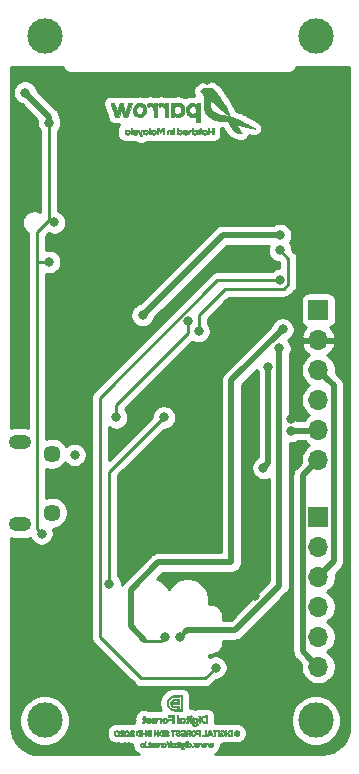
<source format=gbl>
G04 #@! TF.GenerationSoftware,KiCad,Pcbnew,(5.1.9)-1*
G04 #@! TF.CreationDate,2021-01-22T20:27:00+08:00*
G04 #@! TF.ProjectId,esp-break,6573702d-6272-4656-916b-2e6b69636164,rev?*
G04 #@! TF.SameCoordinates,Original*
G04 #@! TF.FileFunction,Copper,L2,Bot*
G04 #@! TF.FilePolarity,Positive*
%FSLAX46Y46*%
G04 Gerber Fmt 4.6, Leading zero omitted, Abs format (unit mm)*
G04 Created by KiCad (PCBNEW (5.1.9)-1) date 2021-01-22 20:27:00*
%MOMM*%
%LPD*%
G01*
G04 APERTURE LIST*
G04 #@! TA.AperFunction,EtchedComponent*
%ADD10C,0.010000*%
G04 #@! TD*
G04 #@! TA.AperFunction,WasherPad*
%ADD11C,3.000000*%
G04 #@! TD*
G04 #@! TA.AperFunction,ComponentPad*
%ADD12R,1.700000X1.700000*%
G04 #@! TD*
G04 #@! TA.AperFunction,ComponentPad*
%ADD13O,1.700000X1.700000*%
G04 #@! TD*
G04 #@! TA.AperFunction,ComponentPad*
%ADD14C,1.450000*%
G04 #@! TD*
G04 #@! TA.AperFunction,ComponentPad*
%ADD15O,1.900000X1.200000*%
G04 #@! TD*
G04 #@! TA.AperFunction,ViaPad*
%ADD16C,0.800000*%
G04 #@! TD*
G04 #@! TA.AperFunction,Conductor*
%ADD17C,0.250000*%
G04 #@! TD*
G04 #@! TA.AperFunction,Conductor*
%ADD18C,0.500000*%
G04 #@! TD*
G04 #@! TA.AperFunction,Conductor*
%ADD19C,0.254000*%
G04 #@! TD*
G04 #@! TA.AperFunction,Conductor*
%ADD20C,0.100000*%
G04 #@! TD*
G04 APERTURE END LIST*
D10*
G36*
X121351350Y-113111613D02*
G01*
X121321765Y-113129298D01*
X121305993Y-113148763D01*
X121309841Y-113165348D01*
X121323048Y-113181098D01*
X121345906Y-113199706D01*
X121367847Y-113196393D01*
X121375071Y-113192224D01*
X121407323Y-113184584D01*
X121434948Y-113197448D01*
X121452535Y-113223110D01*
X121454673Y-113253861D01*
X121437318Y-113280893D01*
X121413764Y-113292103D01*
X121383595Y-113284966D01*
X121378363Y-113282655D01*
X121347365Y-113273430D01*
X121323186Y-113283215D01*
X121314164Y-113290834D01*
X121295804Y-113309805D01*
X121298004Y-113323482D01*
X121317557Y-113340754D01*
X121364801Y-113362599D01*
X121420061Y-113364809D01*
X121471713Y-113348017D01*
X121494141Y-113331142D01*
X121522625Y-113284717D01*
X121530676Y-113229582D01*
X121518368Y-113175767D01*
X121492704Y-113139253D01*
X121450286Y-113114291D01*
X121399533Y-113104866D01*
X121351350Y-113111613D01*
G37*
X121351350Y-113111613D02*
X121321765Y-113129298D01*
X121305993Y-113148763D01*
X121309841Y-113165348D01*
X121323048Y-113181098D01*
X121345906Y-113199706D01*
X121367847Y-113196393D01*
X121375071Y-113192224D01*
X121407323Y-113184584D01*
X121434948Y-113197448D01*
X121452535Y-113223110D01*
X121454673Y-113253861D01*
X121437318Y-113280893D01*
X121413764Y-113292103D01*
X121383595Y-113284966D01*
X121378363Y-113282655D01*
X121347365Y-113273430D01*
X121323186Y-113283215D01*
X121314164Y-113290834D01*
X121295804Y-113309805D01*
X121298004Y-113323482D01*
X121317557Y-113340754D01*
X121364801Y-113362599D01*
X121420061Y-113364809D01*
X121471713Y-113348017D01*
X121494141Y-113331142D01*
X121522625Y-113284717D01*
X121530676Y-113229582D01*
X121518368Y-113175767D01*
X121492704Y-113139253D01*
X121450286Y-113114291D01*
X121399533Y-113104866D01*
X121351350Y-113111613D01*
G36*
X111582413Y-113015897D02*
G01*
X111529580Y-113049172D01*
X111495826Y-113097869D01*
X111490049Y-113115478D01*
X111485859Y-113178822D01*
X111506081Y-113231071D01*
X111548166Y-113269469D01*
X111609565Y-113291260D01*
X111656347Y-113295222D01*
X111713852Y-113303399D01*
X111750391Y-113326997D01*
X111763859Y-113364615D01*
X111763889Y-113366786D01*
X111761717Y-113379188D01*
X111751810Y-113387130D01*
X111729080Y-113391591D01*
X111688441Y-113393554D01*
X111624806Y-113394000D01*
X111481666Y-113394000D01*
X111481666Y-113478667D01*
X111849792Y-113478667D01*
X111845646Y-113376862D01*
X111842753Y-113323531D01*
X111837356Y-113290300D01*
X111826301Y-113269054D01*
X111806434Y-113251678D01*
X111793552Y-113242806D01*
X111733589Y-113216342D01*
X111690319Y-113210556D01*
X111629331Y-113203485D01*
X111592680Y-113182305D01*
X111580444Y-113147059D01*
X111580444Y-113147056D01*
X111592183Y-113113236D01*
X111622066Y-113091398D01*
X111662093Y-113082896D01*
X111704264Y-113089084D01*
X111740578Y-113111315D01*
X111747256Y-113118834D01*
X111782794Y-113147229D01*
X111811781Y-113154111D01*
X111840460Y-113146056D01*
X111850051Y-113125199D01*
X111843394Y-113096506D01*
X111823329Y-113064943D01*
X111792697Y-113035474D01*
X111754337Y-113013066D01*
X111726241Y-113004569D01*
X111649556Y-113000283D01*
X111582413Y-113015897D01*
G37*
X111582413Y-113015897D02*
X111529580Y-113049172D01*
X111495826Y-113097869D01*
X111490049Y-113115478D01*
X111485859Y-113178822D01*
X111506081Y-113231071D01*
X111548166Y-113269469D01*
X111609565Y-113291260D01*
X111656347Y-113295222D01*
X111713852Y-113303399D01*
X111750391Y-113326997D01*
X111763859Y-113364615D01*
X111763889Y-113366786D01*
X111761717Y-113379188D01*
X111751810Y-113387130D01*
X111729080Y-113391591D01*
X111688441Y-113393554D01*
X111624806Y-113394000D01*
X111481666Y-113394000D01*
X111481666Y-113478667D01*
X111849792Y-113478667D01*
X111845646Y-113376862D01*
X111842753Y-113323531D01*
X111837356Y-113290300D01*
X111826301Y-113269054D01*
X111806434Y-113251678D01*
X111793552Y-113242806D01*
X111733589Y-113216342D01*
X111690319Y-113210556D01*
X111629331Y-113203485D01*
X111592680Y-113182305D01*
X111580444Y-113147059D01*
X111580444Y-113147056D01*
X111592183Y-113113236D01*
X111622066Y-113091398D01*
X111662093Y-113082896D01*
X111704264Y-113089084D01*
X111740578Y-113111315D01*
X111747256Y-113118834D01*
X111782794Y-113147229D01*
X111811781Y-113154111D01*
X111840460Y-113146056D01*
X111850051Y-113125199D01*
X111843394Y-113096506D01*
X111823329Y-113064943D01*
X111792697Y-113035474D01*
X111754337Y-113013066D01*
X111726241Y-113004569D01*
X111649556Y-113000283D01*
X111582413Y-113015897D01*
G36*
X112471068Y-113004067D02*
G01*
X112411025Y-113025166D01*
X112365238Y-113060191D01*
X112350437Y-113081743D01*
X112330643Y-113144130D01*
X112336426Y-113199893D01*
X112365334Y-113245707D01*
X112414916Y-113278243D01*
X112482719Y-113294175D01*
X112507755Y-113295222D01*
X112564883Y-113302859D01*
X112599570Y-113325229D01*
X112610555Y-113359219D01*
X112609642Y-113375003D01*
X112603469Y-113385101D01*
X112586882Y-113390783D01*
X112554729Y-113393318D01*
X112501858Y-113393977D01*
X112469444Y-113394000D01*
X112328333Y-113394000D01*
X112328333Y-113478667D01*
X112696458Y-113478667D01*
X112692312Y-113376862D01*
X112689420Y-113323531D01*
X112684023Y-113290300D01*
X112672967Y-113269054D01*
X112653101Y-113251678D01*
X112640218Y-113242806D01*
X112580256Y-113216342D01*
X112536985Y-113210556D01*
X112475998Y-113203485D01*
X112439347Y-113182305D01*
X112427111Y-113147059D01*
X112427111Y-113147056D01*
X112438850Y-113113236D01*
X112468732Y-113091398D01*
X112508759Y-113082896D01*
X112550930Y-113089084D01*
X112587245Y-113111315D01*
X112593923Y-113118834D01*
X112629461Y-113147229D01*
X112658447Y-113154111D01*
X112687149Y-113145522D01*
X112697182Y-113123417D01*
X112690733Y-113093293D01*
X112669991Y-113060645D01*
X112637147Y-113030968D01*
X112602018Y-113012437D01*
X112537391Y-112999091D01*
X112471068Y-113004067D01*
G37*
X112471068Y-113004067D02*
X112411025Y-113025166D01*
X112365238Y-113060191D01*
X112350437Y-113081743D01*
X112330643Y-113144130D01*
X112336426Y-113199893D01*
X112365334Y-113245707D01*
X112414916Y-113278243D01*
X112482719Y-113294175D01*
X112507755Y-113295222D01*
X112564883Y-113302859D01*
X112599570Y-113325229D01*
X112610555Y-113359219D01*
X112609642Y-113375003D01*
X112603469Y-113385101D01*
X112586882Y-113390783D01*
X112554729Y-113393318D01*
X112501858Y-113393977D01*
X112469444Y-113394000D01*
X112328333Y-113394000D01*
X112328333Y-113478667D01*
X112696458Y-113478667D01*
X112692312Y-113376862D01*
X112689420Y-113323531D01*
X112684023Y-113290300D01*
X112672967Y-113269054D01*
X112653101Y-113251678D01*
X112640218Y-113242806D01*
X112580256Y-113216342D01*
X112536985Y-113210556D01*
X112475998Y-113203485D01*
X112439347Y-113182305D01*
X112427111Y-113147059D01*
X112427111Y-113147056D01*
X112438850Y-113113236D01*
X112468732Y-113091398D01*
X112508759Y-113082896D01*
X112550930Y-113089084D01*
X112587245Y-113111315D01*
X112593923Y-113118834D01*
X112629461Y-113147229D01*
X112658447Y-113154111D01*
X112687149Y-113145522D01*
X112697182Y-113123417D01*
X112690733Y-113093293D01*
X112669991Y-113060645D01*
X112637147Y-113030968D01*
X112602018Y-113012437D01*
X112537391Y-112999091D01*
X112471068Y-113004067D01*
G36*
X113153254Y-113006933D02*
G01*
X113070121Y-113010883D01*
X113008777Y-113022968D01*
X112963341Y-113045772D01*
X112927933Y-113081876D01*
X112906650Y-113115219D01*
X112888200Y-113155251D01*
X112880304Y-113196617D01*
X112880723Y-113251865D01*
X112881108Y-113258201D01*
X112893797Y-113337800D01*
X112921936Y-113397760D01*
X112967833Y-113439858D01*
X113033791Y-113465874D01*
X113122115Y-113477586D01*
X113166890Y-113478667D01*
X113288571Y-113478667D01*
X113282335Y-113097667D01*
X113189111Y-113097667D01*
X113189111Y-113379889D01*
X113113959Y-113379889D01*
X113065155Y-113377337D01*
X113033151Y-113367206D01*
X113006790Y-113345779D01*
X113004598Y-113343474D01*
X112981890Y-113311428D01*
X112971897Y-113271841D01*
X112970389Y-113236419D01*
X112979866Y-113172847D01*
X113008919Y-113129130D01*
X113058475Y-113104404D01*
X113119342Y-113097667D01*
X113189111Y-113097667D01*
X113282335Y-113097667D01*
X113280833Y-113005945D01*
X113153254Y-113006933D01*
G37*
X113153254Y-113006933D02*
X113070121Y-113010883D01*
X113008777Y-113022968D01*
X112963341Y-113045772D01*
X112927933Y-113081876D01*
X112906650Y-113115219D01*
X112888200Y-113155251D01*
X112880304Y-113196617D01*
X112880723Y-113251865D01*
X112881108Y-113258201D01*
X112893797Y-113337800D01*
X112921936Y-113397760D01*
X112967833Y-113439858D01*
X113033791Y-113465874D01*
X113122115Y-113477586D01*
X113166890Y-113478667D01*
X113288571Y-113478667D01*
X113282335Y-113097667D01*
X113189111Y-113097667D01*
X113189111Y-113379889D01*
X113113959Y-113379889D01*
X113065155Y-113377337D01*
X113033151Y-113367206D01*
X113006790Y-113345779D01*
X113004598Y-113343474D01*
X112981890Y-113311428D01*
X112971897Y-113271841D01*
X112970389Y-113236419D01*
X112979866Y-113172847D01*
X113008919Y-113129130D01*
X113058475Y-113104404D01*
X113119342Y-113097667D01*
X113189111Y-113097667D01*
X113282335Y-113097667D01*
X113280833Y-113005945D01*
X113153254Y-113006933D01*
G36*
X113654777Y-113196445D02*
G01*
X113443111Y-113196445D01*
X113443111Y-113013000D01*
X113344333Y-113013000D01*
X113344333Y-113478667D01*
X113443111Y-113478667D01*
X113443111Y-113295222D01*
X113654777Y-113295222D01*
X113654777Y-113478667D01*
X113739444Y-113478667D01*
X113739444Y-113013000D01*
X113654777Y-113013000D01*
X113654777Y-113196445D01*
G37*
X113654777Y-113196445D02*
X113443111Y-113196445D01*
X113443111Y-113013000D01*
X113344333Y-113013000D01*
X113344333Y-113478667D01*
X113443111Y-113478667D01*
X113443111Y-113295222D01*
X113654777Y-113295222D01*
X113654777Y-113478667D01*
X113739444Y-113478667D01*
X113739444Y-113013000D01*
X113654777Y-113013000D01*
X113654777Y-113196445D01*
G36*
X113966989Y-113008405D02*
G01*
X113907802Y-113015559D01*
X113877194Y-113025134D01*
X113837911Y-113059758D01*
X113815292Y-113107358D01*
X113811830Y-113158638D01*
X113829365Y-113203424D01*
X113840406Y-113225123D01*
X113836123Y-113248160D01*
X113822363Y-113273148D01*
X113800088Y-113321500D01*
X113799809Y-113364927D01*
X113816627Y-113407282D01*
X113839734Y-113437533D01*
X113875365Y-113458523D01*
X113927740Y-113471495D01*
X114001077Y-113477687D01*
X114059391Y-113478667D01*
X114191682Y-113478667D01*
X114188449Y-113281111D01*
X114092222Y-113281111D01*
X114092222Y-113394000D01*
X114029641Y-113394000D01*
X113981606Y-113390848D01*
X113939419Y-113383005D01*
X113930863Y-113380238D01*
X113901708Y-113357628D01*
X113895819Y-113326158D01*
X113911600Y-113298045D01*
X113934221Y-113288797D01*
X113974889Y-113282646D01*
X114010378Y-113281111D01*
X114092222Y-113281111D01*
X114188449Y-113281111D01*
X114187063Y-113196445D01*
X114092222Y-113196445D01*
X114024363Y-113196445D01*
X113978425Y-113192688D01*
X113941258Y-113183202D01*
X113931107Y-113177873D01*
X113912816Y-113151863D01*
X113910913Y-113132012D01*
X113918209Y-113116513D01*
X113937061Y-113107352D01*
X113974011Y-113102319D01*
X114004169Y-113100521D01*
X114092222Y-113096320D01*
X114092222Y-113196445D01*
X114187063Y-113196445D01*
X114183944Y-113005945D01*
X114048497Y-113005945D01*
X113966989Y-113008405D01*
G37*
X113966989Y-113008405D02*
X113907802Y-113015559D01*
X113877194Y-113025134D01*
X113837911Y-113059758D01*
X113815292Y-113107358D01*
X113811830Y-113158638D01*
X113829365Y-113203424D01*
X113840406Y-113225123D01*
X113836123Y-113248160D01*
X113822363Y-113273148D01*
X113800088Y-113321500D01*
X113799809Y-113364927D01*
X113816627Y-113407282D01*
X113839734Y-113437533D01*
X113875365Y-113458523D01*
X113927740Y-113471495D01*
X114001077Y-113477687D01*
X114059391Y-113478667D01*
X114191682Y-113478667D01*
X114188449Y-113281111D01*
X114092222Y-113281111D01*
X114092222Y-113394000D01*
X114029641Y-113394000D01*
X113981606Y-113390848D01*
X113939419Y-113383005D01*
X113930863Y-113380238D01*
X113901708Y-113357628D01*
X113895819Y-113326158D01*
X113911600Y-113298045D01*
X113934221Y-113288797D01*
X113974889Y-113282646D01*
X114010378Y-113281111D01*
X114092222Y-113281111D01*
X114188449Y-113281111D01*
X114187063Y-113196445D01*
X114092222Y-113196445D01*
X114024363Y-113196445D01*
X113978425Y-113192688D01*
X113941258Y-113183202D01*
X113931107Y-113177873D01*
X113912816Y-113151863D01*
X113910913Y-113132012D01*
X113918209Y-113116513D01*
X113937061Y-113107352D01*
X113974011Y-113102319D01*
X114004169Y-113100521D01*
X114092222Y-113096320D01*
X114092222Y-113196445D01*
X114187063Y-113196445D01*
X114183944Y-113005945D01*
X114048497Y-113005945D01*
X113966989Y-113008405D01*
G36*
X114388555Y-113238778D02*
G01*
X114388709Y-113326198D01*
X114389475Y-113389335D01*
X114391311Y-113432128D01*
X114394677Y-113458518D01*
X114400031Y-113472442D01*
X114407830Y-113477840D01*
X114416469Y-113478667D01*
X114438052Y-113467732D01*
X114472093Y-113434433D01*
X114519287Y-113378030D01*
X114557580Y-113328316D01*
X114670777Y-113177965D01*
X114670777Y-113478667D01*
X114770238Y-113478667D01*
X114762500Y-113005945D01*
X114727775Y-113005945D01*
X114708462Y-113010936D01*
X114684827Y-113028064D01*
X114653546Y-113060558D01*
X114611294Y-113111648D01*
X114586663Y-113143051D01*
X114480277Y-113280157D01*
X114472235Y-112998889D01*
X114388555Y-112998889D01*
X114388555Y-113238778D01*
G37*
X114388555Y-113238778D02*
X114388709Y-113326198D01*
X114389475Y-113389335D01*
X114391311Y-113432128D01*
X114394677Y-113458518D01*
X114400031Y-113472442D01*
X114407830Y-113477840D01*
X114416469Y-113478667D01*
X114438052Y-113467732D01*
X114472093Y-113434433D01*
X114519287Y-113378030D01*
X114557580Y-113328316D01*
X114670777Y-113177965D01*
X114670777Y-113478667D01*
X114770238Y-113478667D01*
X114762500Y-113005945D01*
X114727775Y-113005945D01*
X114708462Y-113010936D01*
X114684827Y-113028064D01*
X114653546Y-113060558D01*
X114611294Y-113111648D01*
X114586663Y-113143051D01*
X114480277Y-113280157D01*
X114472235Y-112998889D01*
X114388555Y-112998889D01*
X114388555Y-113238778D01*
G36*
X115097165Y-113007071D02*
G01*
X115020932Y-113010029D01*
X114965560Y-113019475D01*
X114923885Y-113038565D01*
X114888743Y-113070456D01*
X114856529Y-113113075D01*
X114838019Y-113144949D01*
X114828989Y-113177814D01*
X114827302Y-113222392D01*
X114828586Y-113253205D01*
X114840372Y-113334092D01*
X114867310Y-113395075D01*
X114911761Y-113438016D01*
X114976084Y-113464779D01*
X115062642Y-113477228D01*
X115114224Y-113478667D01*
X115235904Y-113478667D01*
X115229668Y-113097667D01*
X115136444Y-113097667D01*
X115136444Y-113379889D01*
X115061293Y-113379889D01*
X115011590Y-113377122D01*
X114979166Y-113366612D01*
X114954901Y-113346635D01*
X114923628Y-113294221D01*
X114914526Y-113233092D01*
X114929048Y-113173693D01*
X114930487Y-113170825D01*
X114959351Y-113129599D01*
X114997562Y-113106645D01*
X115052712Y-113098039D01*
X115072016Y-113097667D01*
X115136444Y-113097667D01*
X115229668Y-113097667D01*
X115228166Y-113005945D01*
X115097165Y-113007071D01*
G37*
X115097165Y-113007071D02*
X115020932Y-113010029D01*
X114965560Y-113019475D01*
X114923885Y-113038565D01*
X114888743Y-113070456D01*
X114856529Y-113113075D01*
X114838019Y-113144949D01*
X114828989Y-113177814D01*
X114827302Y-113222392D01*
X114828586Y-113253205D01*
X114840372Y-113334092D01*
X114867310Y-113395075D01*
X114911761Y-113438016D01*
X114976084Y-113464779D01*
X115062642Y-113477228D01*
X115114224Y-113478667D01*
X115235904Y-113478667D01*
X115229668Y-113097667D01*
X115136444Y-113097667D01*
X115136444Y-113379889D01*
X115061293Y-113379889D01*
X115011590Y-113377122D01*
X114979166Y-113366612D01*
X114954901Y-113346635D01*
X114923628Y-113294221D01*
X114914526Y-113233092D01*
X114929048Y-113173693D01*
X114930487Y-113170825D01*
X114959351Y-113129599D01*
X114997562Y-113106645D01*
X115052712Y-113098039D01*
X115072016Y-113097667D01*
X115136444Y-113097667D01*
X115229668Y-113097667D01*
X115228166Y-113005945D01*
X115097165Y-113007071D01*
G36*
X115827889Y-113097667D02*
G01*
X115969000Y-113097667D01*
X115969000Y-113478667D01*
X116053666Y-113478667D01*
X116053666Y-113097667D01*
X116194777Y-113097667D01*
X116194777Y-112998889D01*
X115827889Y-112998889D01*
X115827889Y-113097667D01*
G37*
X115827889Y-113097667D02*
X115969000Y-113097667D01*
X115969000Y-113478667D01*
X116053666Y-113478667D01*
X116053666Y-113097667D01*
X116194777Y-113097667D01*
X116194777Y-112998889D01*
X115827889Y-112998889D01*
X115827889Y-113097667D01*
G36*
X116674555Y-113097667D02*
G01*
X116928555Y-113097667D01*
X116928555Y-113196445D01*
X116674555Y-113196445D01*
X116674555Y-113280013D01*
X116798027Y-113284090D01*
X116921500Y-113288167D01*
X116925922Y-113334028D01*
X116930343Y-113379889D01*
X116674555Y-113379889D01*
X116674555Y-113478667D01*
X117013222Y-113478667D01*
X117013222Y-112998889D01*
X116674555Y-112998889D01*
X116674555Y-113097667D01*
G37*
X116674555Y-113097667D02*
X116928555Y-113097667D01*
X116928555Y-113196445D01*
X116674555Y-113196445D01*
X116674555Y-113280013D01*
X116798027Y-113284090D01*
X116921500Y-113288167D01*
X116925922Y-113334028D01*
X116930343Y-113379889D01*
X116674555Y-113379889D01*
X116674555Y-113478667D01*
X117013222Y-113478667D01*
X117013222Y-112998889D01*
X116674555Y-112998889D01*
X116674555Y-113097667D01*
G36*
X117226517Y-113008772D02*
G01*
X117166769Y-113018720D01*
X117124569Y-113037988D01*
X117094794Y-113068775D01*
X117075138Y-113106336D01*
X117063073Y-113164660D01*
X117071841Y-113222269D01*
X117099027Y-113270311D01*
X117125943Y-113292513D01*
X117166404Y-113315734D01*
X117103924Y-113388868D01*
X117072558Y-113426716D01*
X117050130Y-113455942D01*
X117041445Y-113470281D01*
X117041444Y-113470334D01*
X117053921Y-113475671D01*
X117084856Y-113478453D01*
X117094361Y-113478571D01*
X117124671Y-113476032D01*
X117149484Y-113465250D01*
X117176222Y-113441283D01*
X117210777Y-113401056D01*
X117249953Y-113356888D01*
X117280176Y-113332569D01*
X117307112Y-113323807D01*
X117313083Y-113323540D01*
X117335278Y-113325092D01*
X117346832Y-113334506D01*
X117351212Y-113358710D01*
X117351889Y-113401056D01*
X117351889Y-113478667D01*
X117451349Y-113478667D01*
X117447423Y-113238778D01*
X117351889Y-113238778D01*
X117276465Y-113238778D01*
X117225098Y-113235659D01*
X117192362Y-113224592D01*
X117175113Y-113210128D01*
X117157533Y-113181163D01*
X117160994Y-113147962D01*
X117162627Y-113143101D01*
X117172385Y-113121852D01*
X117187884Y-113109780D01*
X117216717Y-113103694D01*
X117263978Y-113100521D01*
X117351889Y-113096320D01*
X117351889Y-113238778D01*
X117447423Y-113238778D01*
X117443611Y-113005945D01*
X117308932Y-113005945D01*
X117226517Y-113008772D01*
G37*
X117226517Y-113008772D02*
X117166769Y-113018720D01*
X117124569Y-113037988D01*
X117094794Y-113068775D01*
X117075138Y-113106336D01*
X117063073Y-113164660D01*
X117071841Y-113222269D01*
X117099027Y-113270311D01*
X117125943Y-113292513D01*
X117166404Y-113315734D01*
X117103924Y-113388868D01*
X117072558Y-113426716D01*
X117050130Y-113455942D01*
X117041445Y-113470281D01*
X117041444Y-113470334D01*
X117053921Y-113475671D01*
X117084856Y-113478453D01*
X117094361Y-113478571D01*
X117124671Y-113476032D01*
X117149484Y-113465250D01*
X117176222Y-113441283D01*
X117210777Y-113401056D01*
X117249953Y-113356888D01*
X117280176Y-113332569D01*
X117307112Y-113323807D01*
X117313083Y-113323540D01*
X117335278Y-113325092D01*
X117346832Y-113334506D01*
X117351212Y-113358710D01*
X117351889Y-113401056D01*
X117351889Y-113478667D01*
X117451349Y-113478667D01*
X117447423Y-113238778D01*
X117351889Y-113238778D01*
X117276465Y-113238778D01*
X117225098Y-113235659D01*
X117192362Y-113224592D01*
X117175113Y-113210128D01*
X117157533Y-113181163D01*
X117160994Y-113147962D01*
X117162627Y-113143101D01*
X117172385Y-113121852D01*
X117187884Y-113109780D01*
X117216717Y-113103694D01*
X117263978Y-113100521D01*
X117351889Y-113096320D01*
X117351889Y-113238778D01*
X117447423Y-113238778D01*
X117443611Y-113005945D01*
X117308932Y-113005945D01*
X117226517Y-113008772D01*
G36*
X118015111Y-113097667D02*
G01*
X118255000Y-113097667D01*
X118255000Y-113210556D01*
X118029222Y-113210556D01*
X118029222Y-113309334D01*
X118255000Y-113309334D01*
X118255000Y-113478667D01*
X118339666Y-113478667D01*
X118339666Y-113013000D01*
X118015111Y-113013000D01*
X118015111Y-113097667D01*
G37*
X118015111Y-113097667D02*
X118255000Y-113097667D01*
X118255000Y-113210556D01*
X118029222Y-113210556D01*
X118029222Y-113309334D01*
X118255000Y-113309334D01*
X118255000Y-113478667D01*
X118339666Y-113478667D01*
X118339666Y-113013000D01*
X118015111Y-113013000D01*
X118015111Y-113097667D01*
G36*
X118755944Y-113386945D02*
G01*
X118639527Y-113391043D01*
X118523111Y-113395142D01*
X118523111Y-113478667D01*
X118847666Y-113478667D01*
X118847666Y-112998889D01*
X118763796Y-112998889D01*
X118755944Y-113386945D01*
G37*
X118755944Y-113386945D02*
X118639527Y-113391043D01*
X118523111Y-113395142D01*
X118523111Y-113478667D01*
X118847666Y-113478667D01*
X118847666Y-112998889D01*
X118763796Y-112998889D01*
X118755944Y-113386945D01*
G36*
X118999252Y-113213382D02*
G01*
X118967412Y-113287180D01*
X118939063Y-113353197D01*
X118916303Y-113406517D01*
X118901235Y-113442224D01*
X118896439Y-113453972D01*
X118894551Y-113470363D01*
X118909926Y-113477404D01*
X118938613Y-113478667D01*
X118974853Y-113475263D01*
X118994348Y-113460324D01*
X119005003Y-113436334D01*
X119019761Y-113394000D01*
X119258357Y-113394000D01*
X119273114Y-113436334D01*
X119288208Y-113465994D01*
X119312362Y-113477363D01*
X119335880Y-113478667D01*
X119367982Y-113475787D01*
X119383599Y-113468730D01*
X119383889Y-113467505D01*
X119378569Y-113451480D01*
X119363820Y-113414003D01*
X119341457Y-113359505D01*
X119314468Y-113295222D01*
X119213115Y-113295222D01*
X119143280Y-113295222D01*
X119103264Y-113292988D01*
X119077998Y-113287280D01*
X119073444Y-113282921D01*
X119078823Y-113264250D01*
X119092744Y-113228617D01*
X119107342Y-113194726D01*
X119126437Y-113153291D01*
X119138124Y-113134558D01*
X119146176Y-113135317D01*
X119154365Y-113152357D01*
X119155054Y-113154111D01*
X119169840Y-113190963D01*
X119188165Y-113235528D01*
X119190991Y-113242306D01*
X119213115Y-113295222D01*
X119314468Y-113295222D01*
X119313292Y-113292422D01*
X119287148Y-113231144D01*
X119190408Y-113005945D01*
X119141506Y-113001716D01*
X119092605Y-112997486D01*
X118999252Y-113213382D01*
G37*
X118999252Y-113213382D02*
X118967412Y-113287180D01*
X118939063Y-113353197D01*
X118916303Y-113406517D01*
X118901235Y-113442224D01*
X118896439Y-113453972D01*
X118894551Y-113470363D01*
X118909926Y-113477404D01*
X118938613Y-113478667D01*
X118974853Y-113475263D01*
X118994348Y-113460324D01*
X119005003Y-113436334D01*
X119019761Y-113394000D01*
X119258357Y-113394000D01*
X119273114Y-113436334D01*
X119288208Y-113465994D01*
X119312362Y-113477363D01*
X119335880Y-113478667D01*
X119367982Y-113475787D01*
X119383599Y-113468730D01*
X119383889Y-113467505D01*
X119378569Y-113451480D01*
X119363820Y-113414003D01*
X119341457Y-113359505D01*
X119314468Y-113295222D01*
X119213115Y-113295222D01*
X119143280Y-113295222D01*
X119103264Y-113292988D01*
X119077998Y-113287280D01*
X119073444Y-113282921D01*
X119078823Y-113264250D01*
X119092744Y-113228617D01*
X119107342Y-113194726D01*
X119126437Y-113153291D01*
X119138124Y-113134558D01*
X119146176Y-113135317D01*
X119154365Y-113152357D01*
X119155054Y-113154111D01*
X119169840Y-113190963D01*
X119188165Y-113235528D01*
X119190991Y-113242306D01*
X119213115Y-113295222D01*
X119314468Y-113295222D01*
X119313292Y-113292422D01*
X119287148Y-113231144D01*
X119190408Y-113005945D01*
X119141506Y-113001716D01*
X119092605Y-112997486D01*
X118999252Y-113213382D01*
G36*
X119577916Y-113002007D02*
G01*
X119390944Y-113005945D01*
X119390944Y-113048278D01*
X119392857Y-113073945D01*
X119403559Y-113087065D01*
X119430494Y-113092816D01*
X119457972Y-113094912D01*
X119525000Y-113099213D01*
X119525000Y-113478667D01*
X119623777Y-113478667D01*
X119623777Y-113097667D01*
X119764889Y-113097667D01*
X119764889Y-112998070D01*
X119577916Y-113002007D01*
G37*
X119577916Y-113002007D02*
X119390944Y-113005945D01*
X119390944Y-113048278D01*
X119392857Y-113073945D01*
X119403559Y-113087065D01*
X119430494Y-113092816D01*
X119457972Y-113094912D01*
X119525000Y-113099213D01*
X119525000Y-113478667D01*
X119623777Y-113478667D01*
X119623777Y-113097667D01*
X119764889Y-113097667D01*
X119764889Y-112998070D01*
X119577916Y-113002007D01*
G36*
X119835444Y-113478667D02*
G01*
X119920111Y-113478667D01*
X119920111Y-112998889D01*
X119835444Y-112998889D01*
X119835444Y-113478667D01*
G37*
X119835444Y-113478667D02*
X119920111Y-113478667D01*
X119920111Y-112998889D01*
X119835444Y-112998889D01*
X119835444Y-113478667D01*
G36*
X120470444Y-113478667D02*
G01*
X120555111Y-113478667D01*
X120555111Y-112998889D01*
X120470444Y-112998889D01*
X120470444Y-113478667D01*
G37*
X120470444Y-113478667D02*
X120555111Y-113478667D01*
X120555111Y-112998889D01*
X120470444Y-112998889D01*
X120470444Y-113478667D01*
G36*
X120894674Y-113002165D02*
G01*
X120808797Y-113010669D01*
X120745155Y-113026738D01*
X120698176Y-113053109D01*
X120662287Y-113092524D01*
X120642383Y-113126212D01*
X120619752Y-113192788D01*
X120614502Y-113264473D01*
X120626375Y-113331396D01*
X120648914Y-113376075D01*
X120684618Y-113418346D01*
X120721409Y-113446576D01*
X120766472Y-113463785D01*
X120826988Y-113472995D01*
X120887723Y-113476501D01*
X121020777Y-113481391D01*
X121020777Y-113097667D01*
X120936111Y-113097667D01*
X120936111Y-113379889D01*
X120857858Y-113379889D01*
X120807369Y-113377376D01*
X120774040Y-113367629D01*
X120747083Y-113347339D01*
X120744969Y-113345253D01*
X120718213Y-113305727D01*
X120710333Y-113254349D01*
X120710333Y-113254194D01*
X120718435Y-113185430D01*
X120744073Y-113137756D01*
X120789241Y-113109257D01*
X120855936Y-113098015D01*
X120873275Y-113097667D01*
X120936111Y-113097667D01*
X121020777Y-113097667D01*
X121020777Y-112994974D01*
X120894674Y-113002165D01*
G37*
X120894674Y-113002165D02*
X120808797Y-113010669D01*
X120745155Y-113026738D01*
X120698176Y-113053109D01*
X120662287Y-113092524D01*
X120642383Y-113126212D01*
X120619752Y-113192788D01*
X120614502Y-113264473D01*
X120626375Y-113331396D01*
X120648914Y-113376075D01*
X120684618Y-113418346D01*
X120721409Y-113446576D01*
X120766472Y-113463785D01*
X120826988Y-113472995D01*
X120887723Y-113476501D01*
X121020777Y-113481391D01*
X121020777Y-113097667D01*
X120936111Y-113097667D01*
X120936111Y-113379889D01*
X120857858Y-113379889D01*
X120807369Y-113377376D01*
X120774040Y-113367629D01*
X120747083Y-113347339D01*
X120744969Y-113345253D01*
X120718213Y-113305727D01*
X120710333Y-113254349D01*
X120710333Y-113254194D01*
X120718435Y-113185430D01*
X120744073Y-113137756D01*
X120789241Y-113109257D01*
X120855936Y-113098015D01*
X120873275Y-113097667D01*
X120936111Y-113097667D01*
X121020777Y-113097667D01*
X121020777Y-112994974D01*
X120894674Y-113002165D01*
G36*
X121323785Y-113018276D02*
G01*
X121257459Y-113057998D01*
X121247648Y-113066837D01*
X121199158Y-113128778D01*
X121174756Y-113195182D01*
X121171828Y-113262331D01*
X121187760Y-113326508D01*
X121219939Y-113383995D01*
X121265751Y-113431075D01*
X121322583Y-113464030D01*
X121387822Y-113479142D01*
X121458855Y-113472695D01*
X121517058Y-113450067D01*
X121576782Y-113408029D01*
X121614280Y-113354519D01*
X121632174Y-113284799D01*
X121634164Y-113246309D01*
X121577063Y-113246309D01*
X121570843Y-113282045D01*
X121541966Y-113344395D01*
X121496419Y-113384830D01*
X121432380Y-113404662D01*
X121396839Y-113407217D01*
X121355504Y-113402813D01*
X121320860Y-113384075D01*
X121295365Y-113360965D01*
X121250652Y-113302367D01*
X121234134Y-113243853D01*
X121245790Y-113184897D01*
X121285599Y-113124971D01*
X121286115Y-113124393D01*
X121335712Y-113086609D01*
X121391190Y-113071965D01*
X121447415Y-113077616D01*
X121499250Y-113100720D01*
X121541560Y-113138432D01*
X121569210Y-113187909D01*
X121577063Y-113246309D01*
X121634164Y-113246309D01*
X121634611Y-113237680D01*
X121632780Y-113182588D01*
X121625316Y-113144605D01*
X121609266Y-113112747D01*
X121596048Y-113094300D01*
X121539148Y-113041019D01*
X121470734Y-113010267D01*
X121396912Y-113002526D01*
X121323785Y-113018276D01*
G37*
X121323785Y-113018276D02*
X121257459Y-113057998D01*
X121247648Y-113066837D01*
X121199158Y-113128778D01*
X121174756Y-113195182D01*
X121171828Y-113262331D01*
X121187760Y-113326508D01*
X121219939Y-113383995D01*
X121265751Y-113431075D01*
X121322583Y-113464030D01*
X121387822Y-113479142D01*
X121458855Y-113472695D01*
X121517058Y-113450067D01*
X121576782Y-113408029D01*
X121614280Y-113354519D01*
X121632174Y-113284799D01*
X121634164Y-113246309D01*
X121577063Y-113246309D01*
X121570843Y-113282045D01*
X121541966Y-113344395D01*
X121496419Y-113384830D01*
X121432380Y-113404662D01*
X121396839Y-113407217D01*
X121355504Y-113402813D01*
X121320860Y-113384075D01*
X121295365Y-113360965D01*
X121250652Y-113302367D01*
X121234134Y-113243853D01*
X121245790Y-113184897D01*
X121285599Y-113124971D01*
X121286115Y-113124393D01*
X121335712Y-113086609D01*
X121391190Y-113071965D01*
X121447415Y-113077616D01*
X121499250Y-113100720D01*
X121541560Y-113138432D01*
X121569210Y-113187909D01*
X121577063Y-113246309D01*
X121634164Y-113246309D01*
X121634611Y-113237680D01*
X121632780Y-113182588D01*
X121625316Y-113144605D01*
X121609266Y-113112747D01*
X121596048Y-113094300D01*
X121539148Y-113041019D01*
X121470734Y-113010267D01*
X121396912Y-113002526D01*
X121323785Y-113018276D01*
G36*
X111189497Y-113004303D02*
G01*
X111129577Y-113029223D01*
X111079995Y-113074125D01*
X111062840Y-113100571D01*
X111045688Y-113151899D01*
X111037761Y-113217901D01*
X111039002Y-113287704D01*
X111049354Y-113350433D01*
X111064359Y-113388560D01*
X111111359Y-113442182D01*
X111172974Y-113474922D01*
X111242514Y-113484409D01*
X111301883Y-113472772D01*
X111341324Y-113456314D01*
X111370998Y-113440049D01*
X111374667Y-113437301D01*
X111407841Y-113393486D01*
X111429464Y-113331545D01*
X111438678Y-113259467D01*
X111437657Y-113240755D01*
X111340555Y-113240755D01*
X111338402Y-113294977D01*
X111330361Y-113330517D01*
X111314061Y-113356697D01*
X111309873Y-113361341D01*
X111267105Y-113388941D01*
X111219147Y-113391050D01*
X111172732Y-113367759D01*
X111163525Y-113359364D01*
X111143093Y-113333970D01*
X111132586Y-113303801D01*
X111129039Y-113258722D01*
X111128889Y-113240983D01*
X111135046Y-113172643D01*
X111155018Y-113126426D01*
X111191054Y-113098707D01*
X111223203Y-113089077D01*
X111260061Y-113087543D01*
X111290293Y-113103601D01*
X111304342Y-113116615D01*
X111325035Y-113141457D01*
X111336012Y-113169539D01*
X111340151Y-113210720D01*
X111340555Y-113240755D01*
X111437657Y-113240755D01*
X111434627Y-113185246D01*
X111416453Y-113116871D01*
X111410487Y-113103434D01*
X111370250Y-113048930D01*
X111315937Y-113014207D01*
X111253652Y-112999314D01*
X111189497Y-113004303D01*
G37*
X111189497Y-113004303D02*
X111129577Y-113029223D01*
X111079995Y-113074125D01*
X111062840Y-113100571D01*
X111045688Y-113151899D01*
X111037761Y-113217901D01*
X111039002Y-113287704D01*
X111049354Y-113350433D01*
X111064359Y-113388560D01*
X111111359Y-113442182D01*
X111172974Y-113474922D01*
X111242514Y-113484409D01*
X111301883Y-113472772D01*
X111341324Y-113456314D01*
X111370998Y-113440049D01*
X111374667Y-113437301D01*
X111407841Y-113393486D01*
X111429464Y-113331545D01*
X111438678Y-113259467D01*
X111437657Y-113240755D01*
X111340555Y-113240755D01*
X111338402Y-113294977D01*
X111330361Y-113330517D01*
X111314061Y-113356697D01*
X111309873Y-113361341D01*
X111267105Y-113388941D01*
X111219147Y-113391050D01*
X111172732Y-113367759D01*
X111163525Y-113359364D01*
X111143093Y-113333970D01*
X111132586Y-113303801D01*
X111129039Y-113258722D01*
X111128889Y-113240983D01*
X111135046Y-113172643D01*
X111155018Y-113126426D01*
X111191054Y-113098707D01*
X111223203Y-113089077D01*
X111260061Y-113087543D01*
X111290293Y-113103601D01*
X111304342Y-113116615D01*
X111325035Y-113141457D01*
X111336012Y-113169539D01*
X111340151Y-113210720D01*
X111340555Y-113240755D01*
X111437657Y-113240755D01*
X111434627Y-113185246D01*
X111416453Y-113116871D01*
X111410487Y-113103434D01*
X111370250Y-113048930D01*
X111315937Y-113014207D01*
X111253652Y-112999314D01*
X111189497Y-113004303D01*
G36*
X112041865Y-113003350D02*
G01*
X111981249Y-113026436D01*
X111931417Y-113069366D01*
X111918540Y-113087769D01*
X111903392Y-113120273D01*
X111894752Y-113161318D01*
X111891229Y-113219019D01*
X111890941Y-113248870D01*
X111891628Y-113307301D01*
X111895223Y-113345921D01*
X111903933Y-113373132D01*
X111919963Y-113397336D01*
X111934383Y-113414333D01*
X111974661Y-113449820D01*
X112019663Y-113474899D01*
X112029633Y-113478245D01*
X112064859Y-113487827D01*
X112087329Y-113490652D01*
X112110005Y-113486106D01*
X112145850Y-113473574D01*
X112148550Y-113472609D01*
X112204516Y-113447490D01*
X112240959Y-113416085D01*
X112266555Y-113370865D01*
X112267019Y-113369759D01*
X112280539Y-113316061D01*
X112285431Y-113248606D01*
X112285393Y-113247867D01*
X112196320Y-113247867D01*
X112188235Y-113302283D01*
X112172144Y-113348642D01*
X112150426Y-113377425D01*
X112147998Y-113378993D01*
X112097690Y-113393299D01*
X112045803Y-113383491D01*
X112010192Y-113359364D01*
X111987543Y-113329599D01*
X111977360Y-113292770D01*
X111975555Y-113254194D01*
X111978694Y-113205076D01*
X111986629Y-113162468D01*
X111991222Y-113149276D01*
X112019730Y-113114532D01*
X112062276Y-113089927D01*
X112094261Y-113083556D01*
X112129553Y-113096015D01*
X112163071Y-113127907D01*
X112187441Y-113171002D01*
X112194018Y-113194911D01*
X112196320Y-113247867D01*
X112285393Y-113247867D01*
X112281863Y-113179462D01*
X112270001Y-113120697D01*
X112263331Y-113103550D01*
X112223998Y-113050208D01*
X112169681Y-113015531D01*
X112106823Y-112999814D01*
X112041865Y-113003350D01*
G37*
X112041865Y-113003350D02*
X111981249Y-113026436D01*
X111931417Y-113069366D01*
X111918540Y-113087769D01*
X111903392Y-113120273D01*
X111894752Y-113161318D01*
X111891229Y-113219019D01*
X111890941Y-113248870D01*
X111891628Y-113307301D01*
X111895223Y-113345921D01*
X111903933Y-113373132D01*
X111919963Y-113397336D01*
X111934383Y-113414333D01*
X111974661Y-113449820D01*
X112019663Y-113474899D01*
X112029633Y-113478245D01*
X112064859Y-113487827D01*
X112087329Y-113490652D01*
X112110005Y-113486106D01*
X112145850Y-113473574D01*
X112148550Y-113472609D01*
X112204516Y-113447490D01*
X112240959Y-113416085D01*
X112266555Y-113370865D01*
X112267019Y-113369759D01*
X112280539Y-113316061D01*
X112285431Y-113248606D01*
X112285393Y-113247867D01*
X112196320Y-113247867D01*
X112188235Y-113302283D01*
X112172144Y-113348642D01*
X112150426Y-113377425D01*
X112147998Y-113378993D01*
X112097690Y-113393299D01*
X112045803Y-113383491D01*
X112010192Y-113359364D01*
X111987543Y-113329599D01*
X111977360Y-113292770D01*
X111975555Y-113254194D01*
X111978694Y-113205076D01*
X111986629Y-113162468D01*
X111991222Y-113149276D01*
X112019730Y-113114532D01*
X112062276Y-113089927D01*
X112094261Y-113083556D01*
X112129553Y-113096015D01*
X112163071Y-113127907D01*
X112187441Y-113171002D01*
X112194018Y-113194911D01*
X112196320Y-113247867D01*
X112285393Y-113247867D01*
X112281863Y-113179462D01*
X112270001Y-113120697D01*
X112263331Y-113103550D01*
X112223998Y-113050208D01*
X112169681Y-113015531D01*
X112106823Y-112999814D01*
X112041865Y-113003350D01*
G36*
X115417356Y-112996819D02*
G01*
X115364959Y-113013899D01*
X115352358Y-113021786D01*
X115317775Y-113055713D01*
X115310038Y-113085208D01*
X115329383Y-113109092D01*
X115334322Y-113111951D01*
X115363174Y-113120556D01*
X115388020Y-113107010D01*
X115388090Y-113106947D01*
X115426360Y-113084424D01*
X115470427Y-113075372D01*
X115512507Y-113078969D01*
X115544811Y-113094395D01*
X115559556Y-113120830D01*
X115559777Y-113125043D01*
X115551613Y-113150896D01*
X115524552Y-113169930D01*
X115474740Y-113184343D01*
X115446889Y-113189419D01*
X115375877Y-113206635D01*
X115327966Y-113232740D01*
X115298690Y-113270569D01*
X115291747Y-113287921D01*
X115283066Y-113350563D01*
X115298742Y-113404328D01*
X115335691Y-113446941D01*
X115390832Y-113476125D01*
X115461080Y-113489603D01*
X115543354Y-113485097D01*
X115555736Y-113482887D01*
X115584961Y-113469910D01*
X115619462Y-113445142D01*
X115650685Y-113416039D01*
X115670074Y-113390056D01*
X115672666Y-113380981D01*
X115661191Y-113364129D01*
X115637249Y-113349036D01*
X115609621Y-113340829D01*
X115586251Y-113349367D01*
X115565898Y-113366656D01*
X115525602Y-113391364D01*
X115479272Y-113400872D01*
X115434316Y-113396365D01*
X115398138Y-113379028D01*
X115378146Y-113350046D01*
X115376333Y-113336324D01*
X115386377Y-113309930D01*
X115418432Y-113290032D01*
X115475388Y-113274923D01*
X115482426Y-113273635D01*
X115558218Y-113253973D01*
X115609785Y-113225313D01*
X115640219Y-113185746D01*
X115645144Y-113173157D01*
X115651771Y-113112835D01*
X115631865Y-113058822D01*
X115590100Y-113017721D01*
X115541579Y-112998531D01*
X115480113Y-112991630D01*
X115417356Y-112996819D01*
G37*
X115417356Y-112996819D02*
X115364959Y-113013899D01*
X115352358Y-113021786D01*
X115317775Y-113055713D01*
X115310038Y-113085208D01*
X115329383Y-113109092D01*
X115334322Y-113111951D01*
X115363174Y-113120556D01*
X115388020Y-113107010D01*
X115388090Y-113106947D01*
X115426360Y-113084424D01*
X115470427Y-113075372D01*
X115512507Y-113078969D01*
X115544811Y-113094395D01*
X115559556Y-113120830D01*
X115559777Y-113125043D01*
X115551613Y-113150896D01*
X115524552Y-113169930D01*
X115474740Y-113184343D01*
X115446889Y-113189419D01*
X115375877Y-113206635D01*
X115327966Y-113232740D01*
X115298690Y-113270569D01*
X115291747Y-113287921D01*
X115283066Y-113350563D01*
X115298742Y-113404328D01*
X115335691Y-113446941D01*
X115390832Y-113476125D01*
X115461080Y-113489603D01*
X115543354Y-113485097D01*
X115555736Y-113482887D01*
X115584961Y-113469910D01*
X115619462Y-113445142D01*
X115650685Y-113416039D01*
X115670074Y-113390056D01*
X115672666Y-113380981D01*
X115661191Y-113364129D01*
X115637249Y-113349036D01*
X115609621Y-113340829D01*
X115586251Y-113349367D01*
X115565898Y-113366656D01*
X115525602Y-113391364D01*
X115479272Y-113400872D01*
X115434316Y-113396365D01*
X115398138Y-113379028D01*
X115378146Y-113350046D01*
X115376333Y-113336324D01*
X115386377Y-113309930D01*
X115418432Y-113290032D01*
X115475388Y-113274923D01*
X115482426Y-113273635D01*
X115558218Y-113253973D01*
X115609785Y-113225313D01*
X115640219Y-113185746D01*
X115645144Y-113173157D01*
X115651771Y-113112835D01*
X115631865Y-113058822D01*
X115590100Y-113017721D01*
X115541579Y-112998531D01*
X115480113Y-112991630D01*
X115417356Y-112996819D01*
G36*
X116385286Y-112991003D02*
G01*
X116321837Y-113010724D01*
X116290504Y-113029284D01*
X116258709Y-113059208D01*
X116254585Y-113084298D01*
X116278083Y-113105038D01*
X116282972Y-113107354D01*
X116313729Y-113113452D01*
X116348161Y-113100820D01*
X116357055Y-113095582D01*
X116411684Y-113072617D01*
X116458629Y-113076289D01*
X116493378Y-113099934D01*
X116523868Y-113130424D01*
X116493465Y-113155043D01*
X116461524Y-113171541D01*
X116415309Y-113185227D01*
X116391833Y-113189458D01*
X116325829Y-113207055D01*
X116278857Y-113234382D01*
X116252167Y-113261630D01*
X116239974Y-113291775D01*
X116237111Y-113336350D01*
X116241309Y-113385928D01*
X116256298Y-113419143D01*
X116268861Y-113432934D01*
X116332637Y-113474036D01*
X116408760Y-113490709D01*
X116494676Y-113482494D01*
X116514918Y-113477221D01*
X116550417Y-113459412D01*
X116585170Y-113430655D01*
X116610487Y-113399332D01*
X116618111Y-113377684D01*
X116606737Y-113363153D01*
X116584389Y-113349808D01*
X116555162Y-113342254D01*
X116530619Y-113354944D01*
X116522326Y-113362785D01*
X116481535Y-113389678D01*
X116433957Y-113401169D01*
X116387204Y-113398062D01*
X116348885Y-113381160D01*
X116326611Y-113351266D01*
X116324449Y-113341906D01*
X116326454Y-113318818D01*
X116342853Y-113300937D01*
X116377860Y-113285838D01*
X116435688Y-113271098D01*
X116454377Y-113267150D01*
X116528361Y-113243995D01*
X116576922Y-113209820D01*
X116600930Y-113163856D01*
X116604000Y-113135489D01*
X116591608Y-113080350D01*
X116558077Y-113036481D01*
X116508870Y-113005733D01*
X116449451Y-112989956D01*
X116385286Y-112991003D01*
G37*
X116385286Y-112991003D02*
X116321837Y-113010724D01*
X116290504Y-113029284D01*
X116258709Y-113059208D01*
X116254585Y-113084298D01*
X116278083Y-113105038D01*
X116282972Y-113107354D01*
X116313729Y-113113452D01*
X116348161Y-113100820D01*
X116357055Y-113095582D01*
X116411684Y-113072617D01*
X116458629Y-113076289D01*
X116493378Y-113099934D01*
X116523868Y-113130424D01*
X116493465Y-113155043D01*
X116461524Y-113171541D01*
X116415309Y-113185227D01*
X116391833Y-113189458D01*
X116325829Y-113207055D01*
X116278857Y-113234382D01*
X116252167Y-113261630D01*
X116239974Y-113291775D01*
X116237111Y-113336350D01*
X116241309Y-113385928D01*
X116256298Y-113419143D01*
X116268861Y-113432934D01*
X116332637Y-113474036D01*
X116408760Y-113490709D01*
X116494676Y-113482494D01*
X116514918Y-113477221D01*
X116550417Y-113459412D01*
X116585170Y-113430655D01*
X116610487Y-113399332D01*
X116618111Y-113377684D01*
X116606737Y-113363153D01*
X116584389Y-113349808D01*
X116555162Y-113342254D01*
X116530619Y-113354944D01*
X116522326Y-113362785D01*
X116481535Y-113389678D01*
X116433957Y-113401169D01*
X116387204Y-113398062D01*
X116348885Y-113381160D01*
X116326611Y-113351266D01*
X116324449Y-113341906D01*
X116326454Y-113318818D01*
X116342853Y-113300937D01*
X116377860Y-113285838D01*
X116435688Y-113271098D01*
X116454377Y-113267150D01*
X116528361Y-113243995D01*
X116576922Y-113209820D01*
X116600930Y-113163856D01*
X116604000Y-113135489D01*
X116591608Y-113080350D01*
X116558077Y-113036481D01*
X116508870Y-113005733D01*
X116449451Y-112989956D01*
X116385286Y-112991003D01*
G36*
X117717855Y-113002354D02*
G01*
X117636909Y-113018312D01*
X117575503Y-113054616D01*
X117533614Y-113111293D01*
X117511221Y-113188368D01*
X117507111Y-113249407D01*
X117517634Y-113331808D01*
X117550473Y-113398632D01*
X117605889Y-113452594D01*
X117658219Y-113476558D01*
X117724120Y-113486476D01*
X117792119Y-113481314D01*
X117824611Y-113472287D01*
X117886661Y-113435983D01*
X117931572Y-113382606D01*
X117959087Y-113317696D01*
X117964801Y-113276608D01*
X117872616Y-113276608D01*
X117865886Y-113308940D01*
X117847314Y-113338594D01*
X117838976Y-113348791D01*
X117808535Y-113378838D01*
X117776317Y-113391697D01*
X117739477Y-113394000D01*
X117682102Y-113385966D01*
X117640565Y-113361785D01*
X117611133Y-113324531D01*
X117596716Y-113272183D01*
X117595873Y-113265345D01*
X117598935Y-113195898D01*
X117622926Y-113140678D01*
X117664549Y-113103099D01*
X117720507Y-113086573D01*
X117765994Y-113089273D01*
X117816984Y-113108419D01*
X117850089Y-113145277D01*
X117867807Y-113203175D01*
X117870838Y-113229065D01*
X117872616Y-113276608D01*
X117964801Y-113276608D01*
X117968948Y-113246797D01*
X117960897Y-113175451D01*
X117934678Y-113109200D01*
X117890031Y-113053587D01*
X117845496Y-113022809D01*
X117793576Y-113005117D01*
X117728695Y-113001771D01*
X117717855Y-113002354D01*
G37*
X117717855Y-113002354D02*
X117636909Y-113018312D01*
X117575503Y-113054616D01*
X117533614Y-113111293D01*
X117511221Y-113188368D01*
X117507111Y-113249407D01*
X117517634Y-113331808D01*
X117550473Y-113398632D01*
X117605889Y-113452594D01*
X117658219Y-113476558D01*
X117724120Y-113486476D01*
X117792119Y-113481314D01*
X117824611Y-113472287D01*
X117886661Y-113435983D01*
X117931572Y-113382606D01*
X117959087Y-113317696D01*
X117964801Y-113276608D01*
X117872616Y-113276608D01*
X117865886Y-113308940D01*
X117847314Y-113338594D01*
X117838976Y-113348791D01*
X117808535Y-113378838D01*
X117776317Y-113391697D01*
X117739477Y-113394000D01*
X117682102Y-113385966D01*
X117640565Y-113361785D01*
X117611133Y-113324531D01*
X117596716Y-113272183D01*
X117595873Y-113265345D01*
X117598935Y-113195898D01*
X117622926Y-113140678D01*
X117664549Y-113103099D01*
X117720507Y-113086573D01*
X117765994Y-113089273D01*
X117816984Y-113108419D01*
X117850089Y-113145277D01*
X117867807Y-113203175D01*
X117870838Y-113229065D01*
X117872616Y-113276608D01*
X117964801Y-113276608D01*
X117968948Y-113246797D01*
X117960897Y-113175451D01*
X117934678Y-113109200D01*
X117890031Y-113053587D01*
X117845496Y-113022809D01*
X117793576Y-113005117D01*
X117728695Y-113001771D01*
X117717855Y-113002354D01*
G36*
X120101202Y-113006892D02*
G01*
X120050639Y-113026957D01*
X120016636Y-113051055D01*
X120006870Y-113070598D01*
X120019544Y-113091920D01*
X120029472Y-113101449D01*
X120051279Y-113115720D01*
X120074219Y-113111929D01*
X120089444Y-113104136D01*
X120138568Y-113087976D01*
X120194400Y-113085215D01*
X120242153Y-113096426D01*
X120245448Y-113098085D01*
X120279500Y-113130514D01*
X120304004Y-113181764D01*
X120314986Y-113242992D01*
X120315222Y-113253274D01*
X120302979Y-113314683D01*
X120268751Y-113360850D01*
X120216287Y-113388117D01*
X120170963Y-113394000D01*
X120118264Y-113388436D01*
X120087922Y-113369701D01*
X120075943Y-113334731D01*
X120075333Y-113320622D01*
X120077848Y-113295255D01*
X120090757Y-113283977D01*
X120122105Y-113281156D01*
X120131777Y-113281111D01*
X120167970Y-113279440D01*
X120184059Y-113270380D01*
X120188133Y-113247868D01*
X120188222Y-113238778D01*
X120188222Y-113196445D01*
X119990666Y-113196445D01*
X119990666Y-113308183D01*
X119991081Y-113364074D01*
X119993970Y-113399059D01*
X120001798Y-113420452D01*
X120017029Y-113435570D01*
X120038224Y-113449313D01*
X120110002Y-113478539D01*
X120189889Y-113486573D01*
X120265833Y-113472314D01*
X120332140Y-113434642D01*
X120378498Y-113377244D01*
X120400629Y-113320695D01*
X120410256Y-113239080D01*
X120397135Y-113160172D01*
X120363541Y-113090460D01*
X120311748Y-113036432D01*
X120297712Y-113027035D01*
X120239667Y-113005209D01*
X120170078Y-112998494D01*
X120101202Y-113006892D01*
G37*
X120101202Y-113006892D02*
X120050639Y-113026957D01*
X120016636Y-113051055D01*
X120006870Y-113070598D01*
X120019544Y-113091920D01*
X120029472Y-113101449D01*
X120051279Y-113115720D01*
X120074219Y-113111929D01*
X120089444Y-113104136D01*
X120138568Y-113087976D01*
X120194400Y-113085215D01*
X120242153Y-113096426D01*
X120245448Y-113098085D01*
X120279500Y-113130514D01*
X120304004Y-113181764D01*
X120314986Y-113242992D01*
X120315222Y-113253274D01*
X120302979Y-113314683D01*
X120268751Y-113360850D01*
X120216287Y-113388117D01*
X120170963Y-113394000D01*
X120118264Y-113388436D01*
X120087922Y-113369701D01*
X120075943Y-113334731D01*
X120075333Y-113320622D01*
X120077848Y-113295255D01*
X120090757Y-113283977D01*
X120122105Y-113281156D01*
X120131777Y-113281111D01*
X120167970Y-113279440D01*
X120184059Y-113270380D01*
X120188133Y-113247868D01*
X120188222Y-113238778D01*
X120188222Y-113196445D01*
X119990666Y-113196445D01*
X119990666Y-113308183D01*
X119991081Y-113364074D01*
X119993970Y-113399059D01*
X120001798Y-113420452D01*
X120017029Y-113435570D01*
X120038224Y-113449313D01*
X120110002Y-113478539D01*
X120189889Y-113486573D01*
X120265833Y-113472314D01*
X120332140Y-113434642D01*
X120378498Y-113377244D01*
X120400629Y-113320695D01*
X120410256Y-113239080D01*
X120397135Y-113160172D01*
X120363541Y-113090460D01*
X120311748Y-113036432D01*
X120297712Y-113027035D01*
X120239667Y-113005209D01*
X120170078Y-112998494D01*
X120101202Y-113006892D01*
G36*
X113629985Y-113955096D02*
G01*
X113620259Y-113976767D01*
X113619500Y-113993722D01*
X113624808Y-114026090D01*
X113643958Y-114039356D01*
X113648957Y-114040264D01*
X113680961Y-114034479D01*
X113695984Y-114023303D01*
X113708691Y-113991430D01*
X113699378Y-113963031D01*
X113672811Y-113947451D01*
X113657094Y-113947041D01*
X113629985Y-113955096D01*
G37*
X113629985Y-113955096D02*
X113620259Y-113976767D01*
X113619500Y-113993722D01*
X113624808Y-114026090D01*
X113643958Y-114039356D01*
X113648957Y-114040264D01*
X113680961Y-114034479D01*
X113695984Y-114023303D01*
X113708691Y-113991430D01*
X113699378Y-113963031D01*
X113672811Y-113947451D01*
X113657094Y-113947041D01*
X113629985Y-113955096D01*
G36*
X116548432Y-113958221D02*
G01*
X116536000Y-113976761D01*
X116540672Y-114008827D01*
X116560879Y-114034852D01*
X116582833Y-114043111D01*
X116606160Y-114033237D01*
X116617548Y-114022622D01*
X116631933Y-113989992D01*
X116621469Y-113964026D01*
X116589528Y-113951647D01*
X116582833Y-113951389D01*
X116548432Y-113958221D01*
G37*
X116548432Y-113958221D02*
X116536000Y-113976761D01*
X116540672Y-114008827D01*
X116560879Y-114034852D01*
X116582833Y-114043111D01*
X116606160Y-114033237D01*
X116617548Y-114022622D01*
X116631933Y-113989992D01*
X116621469Y-113964026D01*
X116589528Y-113951647D01*
X116582833Y-113951389D01*
X116548432Y-113958221D01*
G36*
X117058985Y-113955096D02*
G01*
X117049259Y-113976767D01*
X117048500Y-113993722D01*
X117053808Y-114026090D01*
X117072958Y-114039356D01*
X117077957Y-114040264D01*
X117109961Y-114034479D01*
X117124984Y-114023303D01*
X117137691Y-113991430D01*
X117128378Y-113963031D01*
X117101811Y-113947451D01*
X117086094Y-113947041D01*
X117058985Y-113955096D01*
G37*
X117058985Y-113955096D02*
X117049259Y-113976767D01*
X117048500Y-113993722D01*
X117053808Y-114026090D01*
X117072958Y-114039356D01*
X117077957Y-114040264D01*
X117109961Y-114034479D01*
X117124984Y-114023303D01*
X117137691Y-113991430D01*
X117128378Y-113963031D01*
X117101811Y-113947451D01*
X117086094Y-113947041D01*
X117058985Y-113955096D01*
G36*
X113612444Y-114410000D02*
G01*
X113697111Y-114410000D01*
X113697111Y-114071334D01*
X113612444Y-114071334D01*
X113612444Y-114410000D01*
G37*
X113612444Y-114410000D02*
X113697111Y-114410000D01*
X113697111Y-114071334D01*
X113612444Y-114071334D01*
X113612444Y-114410000D01*
G36*
X114875742Y-114077707D02*
G01*
X114849651Y-114088623D01*
X114832742Y-114106687D01*
X114834449Y-114129484D01*
X114840829Y-114144885D01*
X114856086Y-114170150D01*
X114874615Y-114173213D01*
X114890683Y-114167004D01*
X114922690Y-114159834D01*
X114955470Y-114172924D01*
X114959477Y-114175490D01*
X114977947Y-114189906D01*
X114988696Y-114207936D01*
X114993786Y-114236998D01*
X114995278Y-114284512D01*
X114995333Y-114304492D01*
X114995333Y-114410000D01*
X115080000Y-114410000D01*
X115080000Y-114084301D01*
X115027083Y-114084950D01*
X114975336Y-114083051D01*
X114924973Y-114077575D01*
X114924777Y-114077543D01*
X114875742Y-114077707D01*
G37*
X114875742Y-114077707D02*
X114849651Y-114088623D01*
X114832742Y-114106687D01*
X114834449Y-114129484D01*
X114840829Y-114144885D01*
X114856086Y-114170150D01*
X114874615Y-114173213D01*
X114890683Y-114167004D01*
X114922690Y-114159834D01*
X114955470Y-114172924D01*
X114959477Y-114175490D01*
X114977947Y-114189906D01*
X114988696Y-114207936D01*
X114993786Y-114236998D01*
X114995278Y-114284512D01*
X114995333Y-114304492D01*
X114995333Y-114410000D01*
X115080000Y-114410000D01*
X115080000Y-114084301D01*
X115027083Y-114084950D01*
X114975336Y-114083051D01*
X114924973Y-114077575D01*
X114924777Y-114077543D01*
X114875742Y-114077707D01*
G36*
X115480352Y-113943747D02*
G01*
X115455067Y-113960988D01*
X115455398Y-113989278D01*
X115459193Y-113997402D01*
X115480242Y-114017831D01*
X115511390Y-114018151D01*
X115546496Y-114019558D01*
X115561062Y-114030596D01*
X115573541Y-114061901D01*
X115561693Y-114079755D01*
X115524663Y-114085445D01*
X115524500Y-114085445D01*
X115491053Y-114088128D01*
X115477370Y-114100004D01*
X115475111Y-114119828D01*
X115480148Y-114144494D01*
X115500708Y-114155731D01*
X115520972Y-114158634D01*
X115566833Y-114163056D01*
X115574987Y-114410000D01*
X115658555Y-114410000D01*
X115658555Y-114283000D01*
X115659027Y-114222661D01*
X115661237Y-114185167D01*
X115666380Y-114165147D01*
X115675650Y-114157230D01*
X115686777Y-114156000D01*
X115708908Y-114147732D01*
X115715000Y-114120722D01*
X115708075Y-114092731D01*
X115688348Y-114085445D01*
X115666665Y-114075557D01*
X115653768Y-114042886D01*
X115652794Y-114037993D01*
X115630843Y-113983361D01*
X115590134Y-113949654D01*
X115531949Y-113937923D01*
X115530813Y-113937919D01*
X115480352Y-113943747D01*
G37*
X115480352Y-113943747D02*
X115455067Y-113960988D01*
X115455398Y-113989278D01*
X115459193Y-113997402D01*
X115480242Y-114017831D01*
X115511390Y-114018151D01*
X115546496Y-114019558D01*
X115561062Y-114030596D01*
X115573541Y-114061901D01*
X115561693Y-114079755D01*
X115524663Y-114085445D01*
X115524500Y-114085445D01*
X115491053Y-114088128D01*
X115477370Y-114100004D01*
X115475111Y-114119828D01*
X115480148Y-114144494D01*
X115500708Y-114155731D01*
X115520972Y-114158634D01*
X115566833Y-114163056D01*
X115574987Y-114410000D01*
X115658555Y-114410000D01*
X115658555Y-114283000D01*
X115659027Y-114222661D01*
X115661237Y-114185167D01*
X115666380Y-114165147D01*
X115675650Y-114157230D01*
X115686777Y-114156000D01*
X115708908Y-114147732D01*
X115715000Y-114120722D01*
X115708075Y-114092731D01*
X115688348Y-114085445D01*
X115666665Y-114075557D01*
X115653768Y-114042886D01*
X115652794Y-114037993D01*
X115630843Y-113983361D01*
X115590134Y-113949654D01*
X115531949Y-113937923D01*
X115530813Y-113937919D01*
X115480352Y-113943747D01*
G36*
X115743222Y-114410000D02*
G01*
X115827889Y-114410000D01*
X115827889Y-113944334D01*
X115743222Y-113944334D01*
X115743222Y-114410000D01*
G37*
X115743222Y-114410000D02*
X115827889Y-114410000D01*
X115827889Y-113944334D01*
X115743222Y-113944334D01*
X115743222Y-114410000D01*
G36*
X116536524Y-114244195D02*
G01*
X116532549Y-114410000D01*
X116633118Y-114410000D01*
X116629142Y-114244195D01*
X116625166Y-114078389D01*
X116540500Y-114078389D01*
X116536524Y-114244195D01*
G37*
X116536524Y-114244195D02*
X116532549Y-114410000D01*
X116633118Y-114410000D01*
X116629142Y-114244195D01*
X116625166Y-114078389D01*
X116540500Y-114078389D01*
X116536524Y-114244195D01*
G36*
X117041444Y-114410000D02*
G01*
X117126111Y-114410000D01*
X117126111Y-114071334D01*
X117041444Y-114071334D01*
X117041444Y-114410000D01*
G37*
X117041444Y-114410000D02*
X117126111Y-114410000D01*
X117126111Y-114071334D01*
X117041444Y-114071334D01*
X117041444Y-114410000D01*
G36*
X117776251Y-114088239D02*
G01*
X117761296Y-114095060D01*
X117761111Y-114096001D01*
X117765333Y-114112883D01*
X117776790Y-114150682D01*
X117793672Y-114203583D01*
X117811666Y-114258279D01*
X117862222Y-114410000D01*
X117969643Y-114410000D01*
X117994896Y-114316711D01*
X118020148Y-114223422D01*
X118047954Y-114316711D01*
X118063146Y-114365714D01*
X118075400Y-114393602D01*
X118089768Y-114406326D01*
X118111301Y-114409838D01*
X118127128Y-114410000D01*
X118178496Y-114410000D01*
X118231084Y-114258306D01*
X118252005Y-114197022D01*
X118268938Y-114145641D01*
X118280019Y-114109940D01*
X118283447Y-114096028D01*
X118270928Y-114088829D01*
X118240732Y-114085476D01*
X118237185Y-114085445D01*
X118212727Y-114086825D01*
X118196692Y-114094934D01*
X118184539Y-114115721D01*
X118171725Y-114155139D01*
X118164489Y-114180695D01*
X118150168Y-114230099D01*
X118138005Y-114268921D01*
X118130581Y-114288935D01*
X118130479Y-114289123D01*
X118123574Y-114283051D01*
X118111785Y-114255204D01*
X118097351Y-114211115D01*
X118093363Y-114197401D01*
X118077693Y-114144487D01*
X118065354Y-114113206D01*
X118052506Y-114097899D01*
X118035305Y-114092904D01*
X118022166Y-114092500D01*
X118000867Y-114094165D01*
X117985990Y-114102911D01*
X117973708Y-114124360D01*
X117960192Y-114164138D01*
X117950132Y-114198334D01*
X117934838Y-114248561D01*
X117922956Y-114276239D01*
X117912437Y-114280332D01*
X117901230Y-114259806D01*
X117887285Y-114213624D01*
X117873291Y-114159528D01*
X117861317Y-114116765D01*
X117849394Y-114094723D01*
X117831482Y-114086567D01*
X117807832Y-114085445D01*
X117776251Y-114088239D01*
G37*
X117776251Y-114088239D02*
X117761296Y-114095060D01*
X117761111Y-114096001D01*
X117765333Y-114112883D01*
X117776790Y-114150682D01*
X117793672Y-114203583D01*
X117811666Y-114258279D01*
X117862222Y-114410000D01*
X117969643Y-114410000D01*
X117994896Y-114316711D01*
X118020148Y-114223422D01*
X118047954Y-114316711D01*
X118063146Y-114365714D01*
X118075400Y-114393602D01*
X118089768Y-114406326D01*
X118111301Y-114409838D01*
X118127128Y-114410000D01*
X118178496Y-114410000D01*
X118231084Y-114258306D01*
X118252005Y-114197022D01*
X118268938Y-114145641D01*
X118280019Y-114109940D01*
X118283447Y-114096028D01*
X118270928Y-114088829D01*
X118240732Y-114085476D01*
X118237185Y-114085445D01*
X118212727Y-114086825D01*
X118196692Y-114094934D01*
X118184539Y-114115721D01*
X118171725Y-114155139D01*
X118164489Y-114180695D01*
X118150168Y-114230099D01*
X118138005Y-114268921D01*
X118130581Y-114288935D01*
X118130479Y-114289123D01*
X118123574Y-114283051D01*
X118111785Y-114255204D01*
X118097351Y-114211115D01*
X118093363Y-114197401D01*
X118077693Y-114144487D01*
X118065354Y-114113206D01*
X118052506Y-114097899D01*
X118035305Y-114092904D01*
X118022166Y-114092500D01*
X118000867Y-114094165D01*
X117985990Y-114102911D01*
X117973708Y-114124360D01*
X117960192Y-114164138D01*
X117950132Y-114198334D01*
X117934838Y-114248561D01*
X117922956Y-114276239D01*
X117912437Y-114280332D01*
X117901230Y-114259806D01*
X117887285Y-114213624D01*
X117873291Y-114159528D01*
X117861317Y-114116765D01*
X117849394Y-114094723D01*
X117831482Y-114086567D01*
X117807832Y-114085445D01*
X117776251Y-114088239D01*
G36*
X118801547Y-114086565D02*
G01*
X118785208Y-114093732D01*
X118772822Y-114112655D01*
X118760063Y-114149039D01*
X118748654Y-114187750D01*
X118733922Y-114238700D01*
X118722287Y-114279164D01*
X118715973Y-114301407D01*
X118715625Y-114302684D01*
X118710061Y-114298829D01*
X118698707Y-114267462D01*
X118681595Y-114208685D01*
X118664674Y-114145417D01*
X118652582Y-114107635D01*
X118637875Y-114090176D01*
X118613408Y-114085508D01*
X118607777Y-114085445D01*
X118580946Y-114088690D01*
X118565087Y-114103449D01*
X118553055Y-114137254D01*
X118550881Y-114145417D01*
X118529395Y-114225054D01*
X118513642Y-114277358D01*
X118503654Y-114302228D01*
X118499930Y-114302684D01*
X118494595Y-114283804D01*
X118483610Y-114245555D01*
X118469197Y-114195673D01*
X118466901Y-114187750D01*
X118451324Y-114135821D01*
X118439131Y-114105333D01*
X118426003Y-114090578D01*
X118407620Y-114085848D01*
X118389482Y-114085445D01*
X118341715Y-114085445D01*
X118394862Y-114244195D01*
X118448008Y-114402945D01*
X118503073Y-114402945D01*
X118535053Y-114401674D01*
X118553648Y-114393350D01*
X118565700Y-114371201D01*
X118577944Y-114328861D01*
X118590340Y-114287956D01*
X118601294Y-114261050D01*
X118606474Y-114254778D01*
X118614788Y-114267134D01*
X118626985Y-114298963D01*
X118636211Y-114328861D01*
X118649563Y-114371645D01*
X118662795Y-114394264D01*
X118682697Y-114403918D01*
X118710225Y-114407331D01*
X118751812Y-114405687D01*
X118770116Y-114393220D01*
X118777246Y-114372800D01*
X118791144Y-114332033D01*
X118809630Y-114277337D01*
X118825514Y-114230084D01*
X118874021Y-114085445D01*
X118826164Y-114085445D01*
X118801547Y-114086565D01*
G37*
X118801547Y-114086565D02*
X118785208Y-114093732D01*
X118772822Y-114112655D01*
X118760063Y-114149039D01*
X118748654Y-114187750D01*
X118733922Y-114238700D01*
X118722287Y-114279164D01*
X118715973Y-114301407D01*
X118715625Y-114302684D01*
X118710061Y-114298829D01*
X118698707Y-114267462D01*
X118681595Y-114208685D01*
X118664674Y-114145417D01*
X118652582Y-114107635D01*
X118637875Y-114090176D01*
X118613408Y-114085508D01*
X118607777Y-114085445D01*
X118580946Y-114088690D01*
X118565087Y-114103449D01*
X118553055Y-114137254D01*
X118550881Y-114145417D01*
X118529395Y-114225054D01*
X118513642Y-114277358D01*
X118503654Y-114302228D01*
X118499930Y-114302684D01*
X118494595Y-114283804D01*
X118483610Y-114245555D01*
X118469197Y-114195673D01*
X118466901Y-114187750D01*
X118451324Y-114135821D01*
X118439131Y-114105333D01*
X118426003Y-114090578D01*
X118407620Y-114085848D01*
X118389482Y-114085445D01*
X118341715Y-114085445D01*
X118394862Y-114244195D01*
X118448008Y-114402945D01*
X118503073Y-114402945D01*
X118535053Y-114401674D01*
X118553648Y-114393350D01*
X118565700Y-114371201D01*
X118577944Y-114328861D01*
X118590340Y-114287956D01*
X118601294Y-114261050D01*
X118606474Y-114254778D01*
X118614788Y-114267134D01*
X118626985Y-114298963D01*
X118636211Y-114328861D01*
X118649563Y-114371645D01*
X118662795Y-114394264D01*
X118682697Y-114403918D01*
X118710225Y-114407331D01*
X118751812Y-114405687D01*
X118770116Y-114393220D01*
X118777246Y-114372800D01*
X118791144Y-114332033D01*
X118809630Y-114277337D01*
X118825514Y-114230084D01*
X118874021Y-114085445D01*
X118826164Y-114085445D01*
X118801547Y-114086565D01*
G36*
X118947473Y-114088239D02*
G01*
X118932518Y-114095060D01*
X118932333Y-114096001D01*
X118936555Y-114112883D01*
X118948013Y-114150682D01*
X118964895Y-114203583D01*
X118982889Y-114258279D01*
X119033444Y-114410000D01*
X119140500Y-114410000D01*
X119192678Y-114227808D01*
X119246982Y-114410000D01*
X119353333Y-114410000D01*
X119403889Y-114258279D01*
X119424057Y-114196870D01*
X119440404Y-114145420D01*
X119451116Y-114109746D01*
X119454444Y-114096001D01*
X119442091Y-114088824D01*
X119411992Y-114085477D01*
X119408407Y-114085445D01*
X119383949Y-114086825D01*
X119367915Y-114094934D01*
X119355761Y-114115721D01*
X119342947Y-114155139D01*
X119335711Y-114180695D01*
X119321390Y-114230099D01*
X119309228Y-114268921D01*
X119301804Y-114288935D01*
X119301701Y-114289123D01*
X119294796Y-114283051D01*
X119283008Y-114255204D01*
X119268573Y-114211115D01*
X119264585Y-114197401D01*
X119248915Y-114144487D01*
X119236576Y-114113206D01*
X119223728Y-114097899D01*
X119206527Y-114092904D01*
X119193389Y-114092500D01*
X119172089Y-114094165D01*
X119157212Y-114102911D01*
X119144930Y-114124360D01*
X119131414Y-114164138D01*
X119121354Y-114198334D01*
X119106060Y-114248561D01*
X119094179Y-114276239D01*
X119083659Y-114280332D01*
X119072452Y-114259806D01*
X119058507Y-114213624D01*
X119044513Y-114159528D01*
X119032539Y-114116765D01*
X119020616Y-114094723D01*
X119002704Y-114086567D01*
X118979054Y-114085445D01*
X118947473Y-114088239D01*
G37*
X118947473Y-114088239D02*
X118932518Y-114095060D01*
X118932333Y-114096001D01*
X118936555Y-114112883D01*
X118948013Y-114150682D01*
X118964895Y-114203583D01*
X118982889Y-114258279D01*
X119033444Y-114410000D01*
X119140500Y-114410000D01*
X119192678Y-114227808D01*
X119246982Y-114410000D01*
X119353333Y-114410000D01*
X119403889Y-114258279D01*
X119424057Y-114196870D01*
X119440404Y-114145420D01*
X119451116Y-114109746D01*
X119454444Y-114096001D01*
X119442091Y-114088824D01*
X119411992Y-114085477D01*
X119408407Y-114085445D01*
X119383949Y-114086825D01*
X119367915Y-114094934D01*
X119355761Y-114115721D01*
X119342947Y-114155139D01*
X119335711Y-114180695D01*
X119321390Y-114230099D01*
X119309228Y-114268921D01*
X119301804Y-114288935D01*
X119301701Y-114289123D01*
X119294796Y-114283051D01*
X119283008Y-114255204D01*
X119268573Y-114211115D01*
X119264585Y-114197401D01*
X119248915Y-114144487D01*
X119236576Y-114113206D01*
X119223728Y-114097899D01*
X119206527Y-114092904D01*
X119193389Y-114092500D01*
X119172089Y-114094165D01*
X119157212Y-114102911D01*
X119144930Y-114124360D01*
X119131414Y-114164138D01*
X119121354Y-114198334D01*
X119106060Y-114248561D01*
X119094179Y-114276239D01*
X119083659Y-114280332D01*
X119072452Y-114259806D01*
X119058507Y-114213624D01*
X119044513Y-114159528D01*
X119032539Y-114116765D01*
X119020616Y-114094723D01*
X119002704Y-114086567D01*
X118979054Y-114085445D01*
X118947473Y-114088239D01*
G36*
X113368872Y-114075682D02*
G01*
X113307825Y-114096234D01*
X113261948Y-114135702D01*
X113232965Y-114188189D01*
X113222599Y-114247798D01*
X113232574Y-114308631D01*
X113264613Y-114364792D01*
X113279717Y-114380730D01*
X113326603Y-114407950D01*
X113385628Y-114419715D01*
X113444460Y-114414626D01*
X113474683Y-114402819D01*
X113519303Y-114362487D01*
X113547730Y-114304668D01*
X113556000Y-114247722D01*
X113471333Y-114247722D01*
X113460641Y-114291625D01*
X113433447Y-114322831D01*
X113397078Y-114337511D01*
X113358858Y-114331836D01*
X113338285Y-114317270D01*
X113316547Y-114279200D01*
X113314692Y-114235795D01*
X113329811Y-114195310D01*
X113358996Y-114166000D01*
X113395109Y-114156000D01*
X113428926Y-114168478D01*
X113456838Y-114199529D01*
X113470887Y-114239578D01*
X113471333Y-114247722D01*
X113556000Y-114247722D01*
X113544179Y-114178654D01*
X113511388Y-114124229D01*
X113461632Y-114088131D01*
X113398918Y-114074043D01*
X113368872Y-114075682D01*
G37*
X113368872Y-114075682D02*
X113307825Y-114096234D01*
X113261948Y-114135702D01*
X113232965Y-114188189D01*
X113222599Y-114247798D01*
X113232574Y-114308631D01*
X113264613Y-114364792D01*
X113279717Y-114380730D01*
X113326603Y-114407950D01*
X113385628Y-114419715D01*
X113444460Y-114414626D01*
X113474683Y-114402819D01*
X113519303Y-114362487D01*
X113547730Y-114304668D01*
X113556000Y-114247722D01*
X113471333Y-114247722D01*
X113460641Y-114291625D01*
X113433447Y-114322831D01*
X113397078Y-114337511D01*
X113358858Y-114331836D01*
X113338285Y-114317270D01*
X113316547Y-114279200D01*
X113314692Y-114235795D01*
X113329811Y-114195310D01*
X113358996Y-114166000D01*
X113395109Y-114156000D01*
X113428926Y-114168478D01*
X113456838Y-114199529D01*
X113470887Y-114239578D01*
X113471333Y-114247722D01*
X113556000Y-114247722D01*
X113544179Y-114178654D01*
X113511388Y-114124229D01*
X113461632Y-114088131D01*
X113398918Y-114074043D01*
X113368872Y-114075682D01*
G36*
X113775702Y-114333425D02*
G01*
X113756145Y-114366744D01*
X113759764Y-114396721D01*
X113781711Y-114416675D01*
X113817140Y-114419920D01*
X113834694Y-114414766D01*
X113849922Y-114395886D01*
X113850665Y-114365955D01*
X113838253Y-114337294D01*
X113825091Y-114325858D01*
X113796669Y-114319701D01*
X113775702Y-114333425D01*
G37*
X113775702Y-114333425D02*
X113756145Y-114366744D01*
X113759764Y-114396721D01*
X113781711Y-114416675D01*
X113817140Y-114419920D01*
X113834694Y-114414766D01*
X113849922Y-114395886D01*
X113850665Y-114365955D01*
X113838253Y-114337294D01*
X113825091Y-114325858D01*
X113796669Y-114319701D01*
X113775702Y-114333425D01*
G36*
X113995639Y-114001148D02*
G01*
X113993445Y-114033635D01*
X113993444Y-114035118D01*
X113991195Y-114068711D01*
X113979686Y-114082655D01*
X113951770Y-114085444D01*
X113951111Y-114085445D01*
X113920856Y-114089241D01*
X113909788Y-114105381D01*
X113908777Y-114120722D01*
X113913236Y-114145793D01*
X113932305Y-114155081D01*
X113951784Y-114156000D01*
X113994791Y-114156000D01*
X113990590Y-114244195D01*
X113987663Y-114292228D01*
X113982653Y-114318369D01*
X113972486Y-114328930D01*
X113954088Y-114330224D01*
X113948851Y-114329906D01*
X113918566Y-114334406D01*
X113903686Y-114358218D01*
X113902303Y-114363321D01*
X113897343Y-114391852D01*
X113898536Y-114404463D01*
X113921281Y-114413257D01*
X113958509Y-114417129D01*
X113996802Y-114415403D01*
X114017216Y-114410436D01*
X114047907Y-114389578D01*
X114066986Y-114354864D01*
X114076339Y-114301282D01*
X114078111Y-114248650D01*
X114078973Y-114198708D01*
X114082821Y-114170759D01*
X114091547Y-114158593D01*
X114106333Y-114156000D01*
X114128464Y-114147732D01*
X114134555Y-114120722D01*
X114127774Y-114092883D01*
X114107227Y-114085445D01*
X114086527Y-114077529D01*
X114076676Y-114049627D01*
X114075477Y-114039584D01*
X114068108Y-114006666D01*
X114049391Y-113992421D01*
X114032250Y-113989257D01*
X114006413Y-113988909D01*
X113995639Y-114001148D01*
G37*
X113995639Y-114001148D02*
X113993445Y-114033635D01*
X113993444Y-114035118D01*
X113991195Y-114068711D01*
X113979686Y-114082655D01*
X113951770Y-114085444D01*
X113951111Y-114085445D01*
X113920856Y-114089241D01*
X113909788Y-114105381D01*
X113908777Y-114120722D01*
X113913236Y-114145793D01*
X113932305Y-114155081D01*
X113951784Y-114156000D01*
X113994791Y-114156000D01*
X113990590Y-114244195D01*
X113987663Y-114292228D01*
X113982653Y-114318369D01*
X113972486Y-114328930D01*
X113954088Y-114330224D01*
X113948851Y-114329906D01*
X113918566Y-114334406D01*
X113903686Y-114358218D01*
X113902303Y-114363321D01*
X113897343Y-114391852D01*
X113898536Y-114404463D01*
X113921281Y-114413257D01*
X113958509Y-114417129D01*
X113996802Y-114415403D01*
X114017216Y-114410436D01*
X114047907Y-114389578D01*
X114066986Y-114354864D01*
X114076339Y-114301282D01*
X114078111Y-114248650D01*
X114078973Y-114198708D01*
X114082821Y-114170759D01*
X114091547Y-114158593D01*
X114106333Y-114156000D01*
X114128464Y-114147732D01*
X114134555Y-114120722D01*
X114127774Y-114092883D01*
X114107227Y-114085445D01*
X114086527Y-114077529D01*
X114076676Y-114049627D01*
X114075477Y-114039584D01*
X114068108Y-114006666D01*
X114049391Y-113992421D01*
X114032250Y-113989257D01*
X114006413Y-113988909D01*
X113995639Y-114001148D01*
G36*
X114268376Y-114072992D02*
G01*
X114227868Y-114081512D01*
X114196705Y-114096469D01*
X114180111Y-114116408D01*
X114183312Y-114139876D01*
X114197153Y-114155252D01*
X114221063Y-114164943D01*
X114247856Y-114155780D01*
X114281952Y-114146502D01*
X114316403Y-114149757D01*
X114340757Y-114163310D01*
X114346222Y-114176796D01*
X114333040Y-114193325D01*
X114297076Y-114205000D01*
X114293305Y-114205648D01*
X114230326Y-114219840D01*
X114189811Y-114239783D01*
X114166124Y-114268594D01*
X114161857Y-114278366D01*
X114156323Y-114328144D01*
X114173933Y-114374179D01*
X114210795Y-114406742D01*
X114213784Y-114408170D01*
X114261717Y-114420248D01*
X114320035Y-114422258D01*
X114372670Y-114413958D01*
X114381990Y-114410684D01*
X114421024Y-114386964D01*
X114435358Y-114359067D01*
X114427122Y-114335000D01*
X114413460Y-114321444D01*
X114395090Y-114319276D01*
X114362561Y-114328173D01*
X114350262Y-114332383D01*
X114298982Y-114344824D01*
X114264467Y-114341815D01*
X114249968Y-114323980D01*
X114250431Y-114313189D01*
X114267326Y-114294503D01*
X114305542Y-114282240D01*
X114306354Y-114282106D01*
X114372844Y-114262817D01*
X114414279Y-114230661D01*
X114430608Y-114185682D01*
X114430889Y-114177866D01*
X114421776Y-114132647D01*
X114393708Y-114100580D01*
X114356521Y-114081072D01*
X114313002Y-114072360D01*
X114268376Y-114072992D01*
G37*
X114268376Y-114072992D02*
X114227868Y-114081512D01*
X114196705Y-114096469D01*
X114180111Y-114116408D01*
X114183312Y-114139876D01*
X114197153Y-114155252D01*
X114221063Y-114164943D01*
X114247856Y-114155780D01*
X114281952Y-114146502D01*
X114316403Y-114149757D01*
X114340757Y-114163310D01*
X114346222Y-114176796D01*
X114333040Y-114193325D01*
X114297076Y-114205000D01*
X114293305Y-114205648D01*
X114230326Y-114219840D01*
X114189811Y-114239783D01*
X114166124Y-114268594D01*
X114161857Y-114278366D01*
X114156323Y-114328144D01*
X114173933Y-114374179D01*
X114210795Y-114406742D01*
X114213784Y-114408170D01*
X114261717Y-114420248D01*
X114320035Y-114422258D01*
X114372670Y-114413958D01*
X114381990Y-114410684D01*
X114421024Y-114386964D01*
X114435358Y-114359067D01*
X114427122Y-114335000D01*
X114413460Y-114321444D01*
X114395090Y-114319276D01*
X114362561Y-114328173D01*
X114350262Y-114332383D01*
X114298982Y-114344824D01*
X114264467Y-114341815D01*
X114249968Y-114323980D01*
X114250431Y-114313189D01*
X114267326Y-114294503D01*
X114305542Y-114282240D01*
X114306354Y-114282106D01*
X114372844Y-114262817D01*
X114414279Y-114230661D01*
X114430608Y-114185682D01*
X114430889Y-114177866D01*
X114421776Y-114132647D01*
X114393708Y-114100580D01*
X114356521Y-114081072D01*
X114313002Y-114072360D01*
X114268376Y-114072992D01*
G36*
X114596936Y-114076785D02*
G01*
X114542007Y-114098792D01*
X114504003Y-114142973D01*
X114481394Y-114210507D01*
X114479187Y-114223028D01*
X114469615Y-114283000D01*
X114600605Y-114283000D01*
X114661629Y-114283213D01*
X114698726Y-114284617D01*
X114716193Y-114288363D01*
X114718327Y-114295601D01*
X114709423Y-114307480D01*
X114706055Y-114311222D01*
X114670585Y-114332415D01*
X114623948Y-114339199D01*
X114580085Y-114330051D01*
X114572322Y-114325831D01*
X114545578Y-114322787D01*
X114526461Y-114335290D01*
X114505325Y-114360090D01*
X114507869Y-114379108D01*
X114535811Y-114397250D01*
X114550380Y-114403665D01*
X114622601Y-114421710D01*
X114692126Y-114416799D01*
X114730572Y-114402022D01*
X114775606Y-114362082D01*
X114803349Y-114302532D01*
X114811889Y-114234535D01*
X114802414Y-114181464D01*
X114709840Y-114181464D01*
X114702405Y-114192440D01*
X114669683Y-114197708D01*
X114643731Y-114198334D01*
X114602661Y-114195745D01*
X114576827Y-114189074D01*
X114572000Y-114183768D01*
X114583904Y-114165511D01*
X114613116Y-114155439D01*
X114649886Y-114153713D01*
X114684463Y-114160498D01*
X114707098Y-114175956D01*
X114709840Y-114181464D01*
X114802414Y-114181464D01*
X114799927Y-114167534D01*
X114765670Y-114116694D01*
X114711560Y-114084754D01*
X114670320Y-114075773D01*
X114596936Y-114076785D01*
G37*
X114596936Y-114076785D02*
X114542007Y-114098792D01*
X114504003Y-114142973D01*
X114481394Y-114210507D01*
X114479187Y-114223028D01*
X114469615Y-114283000D01*
X114600605Y-114283000D01*
X114661629Y-114283213D01*
X114698726Y-114284617D01*
X114716193Y-114288363D01*
X114718327Y-114295601D01*
X114709423Y-114307480D01*
X114706055Y-114311222D01*
X114670585Y-114332415D01*
X114623948Y-114339199D01*
X114580085Y-114330051D01*
X114572322Y-114325831D01*
X114545578Y-114322787D01*
X114526461Y-114335290D01*
X114505325Y-114360090D01*
X114507869Y-114379108D01*
X114535811Y-114397250D01*
X114550380Y-114403665D01*
X114622601Y-114421710D01*
X114692126Y-114416799D01*
X114730572Y-114402022D01*
X114775606Y-114362082D01*
X114803349Y-114302532D01*
X114811889Y-114234535D01*
X114802414Y-114181464D01*
X114709840Y-114181464D01*
X114702405Y-114192440D01*
X114669683Y-114197708D01*
X114643731Y-114198334D01*
X114602661Y-114195745D01*
X114576827Y-114189074D01*
X114572000Y-114183768D01*
X114583904Y-114165511D01*
X114613116Y-114155439D01*
X114649886Y-114153713D01*
X114684463Y-114160498D01*
X114707098Y-114175956D01*
X114709840Y-114181464D01*
X114802414Y-114181464D01*
X114799927Y-114167534D01*
X114765670Y-114116694D01*
X114711560Y-114084754D01*
X114670320Y-114075773D01*
X114596936Y-114076785D01*
G36*
X115273872Y-114075682D02*
G01*
X115212825Y-114096234D01*
X115166948Y-114135702D01*
X115137965Y-114188189D01*
X115127599Y-114247798D01*
X115137574Y-114308631D01*
X115169613Y-114364792D01*
X115184717Y-114380730D01*
X115231603Y-114407950D01*
X115290628Y-114419715D01*
X115349460Y-114414626D01*
X115379683Y-114402819D01*
X115424303Y-114362487D01*
X115452730Y-114304668D01*
X115461000Y-114247722D01*
X115376333Y-114247722D01*
X115365641Y-114291625D01*
X115338447Y-114322831D01*
X115302078Y-114337511D01*
X115263858Y-114331836D01*
X115243285Y-114317270D01*
X115221547Y-114279200D01*
X115219692Y-114235795D01*
X115234811Y-114195310D01*
X115263996Y-114166000D01*
X115300109Y-114156000D01*
X115333926Y-114168478D01*
X115361838Y-114199529D01*
X115375887Y-114239578D01*
X115376333Y-114247722D01*
X115461000Y-114247722D01*
X115449179Y-114178654D01*
X115416388Y-114124229D01*
X115366632Y-114088131D01*
X115303918Y-114074043D01*
X115273872Y-114075682D01*
G37*
X115273872Y-114075682D02*
X115212825Y-114096234D01*
X115166948Y-114135702D01*
X115137965Y-114188189D01*
X115127599Y-114247798D01*
X115137574Y-114308631D01*
X115169613Y-114364792D01*
X115184717Y-114380730D01*
X115231603Y-114407950D01*
X115290628Y-114419715D01*
X115349460Y-114414626D01*
X115379683Y-114402819D01*
X115424303Y-114362487D01*
X115452730Y-114304668D01*
X115461000Y-114247722D01*
X115376333Y-114247722D01*
X115365641Y-114291625D01*
X115338447Y-114322831D01*
X115302078Y-114337511D01*
X115263858Y-114331836D01*
X115243285Y-114317270D01*
X115221547Y-114279200D01*
X115219692Y-114235795D01*
X115234811Y-114195310D01*
X115263996Y-114166000D01*
X115300109Y-114156000D01*
X115333926Y-114168478D01*
X115361838Y-114199529D01*
X115375887Y-114239578D01*
X115376333Y-114247722D01*
X115461000Y-114247722D01*
X115449179Y-114178654D01*
X115416388Y-114124229D01*
X115366632Y-114088131D01*
X115303918Y-114074043D01*
X115273872Y-114075682D01*
G36*
X116018348Y-114083131D02*
G01*
X116000362Y-114093300D01*
X115977677Y-114104668D01*
X115969000Y-114100356D01*
X115956741Y-114089887D01*
X115927204Y-114085446D01*
X115926666Y-114085445D01*
X115884333Y-114085445D01*
X115884333Y-114410000D01*
X115926666Y-114410000D01*
X115956386Y-114405682D01*
X115968996Y-114395278D01*
X115969000Y-114395089D01*
X115978508Y-114390963D01*
X116000362Y-114402144D01*
X116046793Y-114419881D01*
X116103976Y-114420996D01*
X116148827Y-114409593D01*
X116189721Y-114379130D01*
X116218705Y-114330131D01*
X116233694Y-114270521D01*
X116233032Y-114232735D01*
X116149163Y-114232735D01*
X116145581Y-114275679D01*
X116124595Y-114311094D01*
X116091066Y-114333876D01*
X116049856Y-114338923D01*
X116005827Y-114321134D01*
X116004152Y-114319931D01*
X115984790Y-114290701D01*
X115977465Y-114248106D01*
X115982887Y-114204629D01*
X115996128Y-114178485D01*
X116028184Y-114159334D01*
X116070328Y-114156561D01*
X116110262Y-114169353D01*
X116130477Y-114187362D01*
X116149163Y-114232735D01*
X116233032Y-114232735D01*
X116232602Y-114208221D01*
X116215705Y-114155538D01*
X116179061Y-114110926D01*
X116128343Y-114082365D01*
X116071966Y-114072289D01*
X116018348Y-114083131D01*
G37*
X116018348Y-114083131D02*
X116000362Y-114093300D01*
X115977677Y-114104668D01*
X115969000Y-114100356D01*
X115956741Y-114089887D01*
X115927204Y-114085446D01*
X115926666Y-114085445D01*
X115884333Y-114085445D01*
X115884333Y-114410000D01*
X115926666Y-114410000D01*
X115956386Y-114405682D01*
X115968996Y-114395278D01*
X115969000Y-114395089D01*
X115978508Y-114390963D01*
X116000362Y-114402144D01*
X116046793Y-114419881D01*
X116103976Y-114420996D01*
X116148827Y-114409593D01*
X116189721Y-114379130D01*
X116218705Y-114330131D01*
X116233694Y-114270521D01*
X116233032Y-114232735D01*
X116149163Y-114232735D01*
X116145581Y-114275679D01*
X116124595Y-114311094D01*
X116091066Y-114333876D01*
X116049856Y-114338923D01*
X116005827Y-114321134D01*
X116004152Y-114319931D01*
X115984790Y-114290701D01*
X115977465Y-114248106D01*
X115982887Y-114204629D01*
X115996128Y-114178485D01*
X116028184Y-114159334D01*
X116070328Y-114156561D01*
X116110262Y-114169353D01*
X116130477Y-114187362D01*
X116149163Y-114232735D01*
X116233032Y-114232735D01*
X116232602Y-114208221D01*
X116215705Y-114155538D01*
X116179061Y-114110926D01*
X116128343Y-114082365D01*
X116071966Y-114072289D01*
X116018348Y-114083131D01*
G36*
X116370040Y-113999400D02*
G01*
X116361501Y-114032286D01*
X116361477Y-114032528D01*
X116354636Y-114064855D01*
X116336239Y-114078780D01*
X116311194Y-114082811D01*
X116278943Y-114089697D01*
X116266599Y-114106302D01*
X116265333Y-114121616D01*
X116269187Y-114144901D01*
X116286247Y-114154428D01*
X116314722Y-114156000D01*
X116364111Y-114156000D01*
X116364111Y-114231883D01*
X116358543Y-114291144D01*
X116342128Y-114325605D01*
X116315294Y-114334567D01*
X116302990Y-114331350D01*
X116283482Y-114333618D01*
X116271285Y-114359985D01*
X116266438Y-114389440D01*
X116268195Y-114403455D01*
X116292615Y-114413338D01*
X116330991Y-114416876D01*
X116369672Y-114413580D01*
X116388061Y-114407767D01*
X116420577Y-114375902D01*
X116440951Y-114319707D01*
X116448713Y-114240548D01*
X116448777Y-114231506D01*
X116450072Y-114187399D01*
X116455641Y-114164701D01*
X116468011Y-114156648D01*
X116477000Y-114156000D01*
X116499131Y-114147732D01*
X116505222Y-114120722D01*
X116498607Y-114093059D01*
X116477000Y-114085445D01*
X116456049Y-114078491D01*
X116448959Y-114052953D01*
X116448777Y-114044621D01*
X116438836Y-114007246D01*
X116408388Y-113988937D01*
X116385017Y-113986667D01*
X116370040Y-113999400D01*
G37*
X116370040Y-113999400D02*
X116361501Y-114032286D01*
X116361477Y-114032528D01*
X116354636Y-114064855D01*
X116336239Y-114078780D01*
X116311194Y-114082811D01*
X116278943Y-114089697D01*
X116266599Y-114106302D01*
X116265333Y-114121616D01*
X116269187Y-114144901D01*
X116286247Y-114154428D01*
X116314722Y-114156000D01*
X116364111Y-114156000D01*
X116364111Y-114231883D01*
X116358543Y-114291144D01*
X116342128Y-114325605D01*
X116315294Y-114334567D01*
X116302990Y-114331350D01*
X116283482Y-114333618D01*
X116271285Y-114359985D01*
X116266438Y-114389440D01*
X116268195Y-114403455D01*
X116292615Y-114413338D01*
X116330991Y-114416876D01*
X116369672Y-114413580D01*
X116388061Y-114407767D01*
X116420577Y-114375902D01*
X116440951Y-114319707D01*
X116448713Y-114240548D01*
X116448777Y-114231506D01*
X116450072Y-114187399D01*
X116455641Y-114164701D01*
X116468011Y-114156648D01*
X116477000Y-114156000D01*
X116499131Y-114147732D01*
X116505222Y-114120722D01*
X116498607Y-114093059D01*
X116477000Y-114085445D01*
X116456049Y-114078491D01*
X116448959Y-114052953D01*
X116448777Y-114044621D01*
X116438836Y-114007246D01*
X116408388Y-113988937D01*
X116385017Y-113986667D01*
X116370040Y-113999400D01*
G36*
X117196666Y-114410000D02*
G01*
X117231944Y-114410000D01*
X117258461Y-114405047D01*
X117267222Y-114395527D01*
X117277895Y-114391132D01*
X117304985Y-114400637D01*
X117308855Y-114402582D01*
X117366631Y-114421987D01*
X117421080Y-114415696D01*
X117460349Y-114396591D01*
X117501267Y-114365005D01*
X117524599Y-114326950D01*
X117534327Y-114274123D01*
X117534765Y-114259342D01*
X117450120Y-114259342D01*
X117436162Y-114299742D01*
X117419304Y-114317478D01*
X117374450Y-114337511D01*
X117334108Y-114330148D01*
X117309555Y-114311222D01*
X117286024Y-114272819D01*
X117284196Y-114232947D01*
X117299477Y-114196862D01*
X117327268Y-114169821D01*
X117362975Y-114157082D01*
X117401999Y-114163900D01*
X117424861Y-114179354D01*
X117446511Y-114215272D01*
X117450120Y-114259342D01*
X117534765Y-114259342D01*
X117535333Y-114240183D01*
X117532803Y-114192887D01*
X117521664Y-114160207D01*
X117496592Y-114128732D01*
X117487355Y-114119311D01*
X117435879Y-114081816D01*
X117380422Y-114070933D01*
X117317529Y-114085095D01*
X117296806Y-114091786D01*
X117286039Y-114087673D01*
X117281969Y-114067038D01*
X117281333Y-114024160D01*
X117281333Y-114021595D01*
X117280613Y-113977353D01*
X117275910Y-113954369D01*
X117263410Y-113945684D01*
X117239297Y-113944334D01*
X117196666Y-113944334D01*
X117196666Y-114410000D01*
G37*
X117196666Y-114410000D02*
X117231944Y-114410000D01*
X117258461Y-114405047D01*
X117267222Y-114395527D01*
X117277895Y-114391132D01*
X117304985Y-114400637D01*
X117308855Y-114402582D01*
X117366631Y-114421987D01*
X117421080Y-114415696D01*
X117460349Y-114396591D01*
X117501267Y-114365005D01*
X117524599Y-114326950D01*
X117534327Y-114274123D01*
X117534765Y-114259342D01*
X117450120Y-114259342D01*
X117436162Y-114299742D01*
X117419304Y-114317478D01*
X117374450Y-114337511D01*
X117334108Y-114330148D01*
X117309555Y-114311222D01*
X117286024Y-114272819D01*
X117284196Y-114232947D01*
X117299477Y-114196862D01*
X117327268Y-114169821D01*
X117362975Y-114157082D01*
X117401999Y-114163900D01*
X117424861Y-114179354D01*
X117446511Y-114215272D01*
X117450120Y-114259342D01*
X117534765Y-114259342D01*
X117535333Y-114240183D01*
X117532803Y-114192887D01*
X117521664Y-114160207D01*
X117496592Y-114128732D01*
X117487355Y-114119311D01*
X117435879Y-114081816D01*
X117380422Y-114070933D01*
X117317529Y-114085095D01*
X117296806Y-114091786D01*
X117286039Y-114087673D01*
X117281969Y-114067038D01*
X117281333Y-114024160D01*
X117281333Y-114021595D01*
X117280613Y-113977353D01*
X117275910Y-113954369D01*
X117263410Y-113945684D01*
X117239297Y-113944334D01*
X117196666Y-113944334D01*
X117196666Y-114410000D01*
G36*
X117618198Y-114328879D02*
G01*
X117607140Y-114345263D01*
X117605889Y-114366157D01*
X117613296Y-114400527D01*
X117628209Y-114415546D01*
X117650860Y-114422843D01*
X117665715Y-114417801D01*
X117683303Y-114401125D01*
X117698402Y-114375007D01*
X117698422Y-114357638D01*
X117691382Y-114336014D01*
X117690555Y-114331235D01*
X117678268Y-114327088D01*
X117648671Y-114325334D01*
X117648222Y-114325334D01*
X117618198Y-114328879D01*
G37*
X117618198Y-114328879D02*
X117607140Y-114345263D01*
X117605889Y-114366157D01*
X117613296Y-114400527D01*
X117628209Y-114415546D01*
X117650860Y-114422843D01*
X117665715Y-114417801D01*
X117683303Y-114401125D01*
X117698402Y-114375007D01*
X117698422Y-114357638D01*
X117691382Y-114336014D01*
X117690555Y-114331235D01*
X117678268Y-114327088D01*
X117648671Y-114325334D01*
X117648222Y-114325334D01*
X117618198Y-114328879D01*
G36*
X116699112Y-114071346D02*
G01*
X116686072Y-114117536D01*
X116678669Y-114190003D01*
X116678358Y-114196257D01*
X116676799Y-114254719D01*
X116679540Y-114292505D01*
X116687707Y-114316982D01*
X116699171Y-114332212D01*
X116716578Y-114353662D01*
X116713914Y-114369353D01*
X116699811Y-114384744D01*
X116681180Y-114420271D01*
X116674905Y-114469573D01*
X116681200Y-114520952D01*
X116696653Y-114557607D01*
X116737617Y-114596040D01*
X116793857Y-114616046D01*
X116858077Y-114616142D01*
X116910003Y-114601013D01*
X116946108Y-114575436D01*
X116977790Y-114537007D01*
X116996843Y-114496756D01*
X116999111Y-114481256D01*
X116988474Y-114467850D01*
X116962364Y-114467301D01*
X116929484Y-114477908D01*
X116898536Y-114497966D01*
X116894560Y-114501722D01*
X116855543Y-114527661D01*
X116815640Y-114534084D01*
X116782046Y-114522426D01*
X116761956Y-114494122D01*
X116759222Y-114474732D01*
X116766509Y-114441811D01*
X116791533Y-114420510D01*
X116839039Y-114407168D01*
X116848909Y-114405548D01*
X116914872Y-114386532D01*
X116959521Y-114351505D01*
X116986526Y-114297579D01*
X116986650Y-114297168D01*
X116994963Y-114232217D01*
X116912511Y-114232217D01*
X116905148Y-114272559D01*
X116886222Y-114297111D01*
X116846581Y-114321756D01*
X116806616Y-114320067D01*
X116781397Y-114303159D01*
X116765092Y-114271620D01*
X116759774Y-114229359D01*
X116765995Y-114190068D01*
X116776155Y-114172934D01*
X116809594Y-114157057D01*
X116850203Y-114159559D01*
X116885203Y-114178854D01*
X116892477Y-114187362D01*
X116912511Y-114232217D01*
X116994963Y-114232217D01*
X116995661Y-114226771D01*
X116980971Y-114164873D01*
X116945795Y-114115798D01*
X116893349Y-114083868D01*
X116826848Y-114073408D01*
X116820441Y-114073659D01*
X116778436Y-114071786D01*
X116746499Y-114063170D01*
X116741174Y-114059811D01*
X116717557Y-114051937D01*
X116699112Y-114071346D01*
G37*
X116699112Y-114071346D02*
X116686072Y-114117536D01*
X116678669Y-114190003D01*
X116678358Y-114196257D01*
X116676799Y-114254719D01*
X116679540Y-114292505D01*
X116687707Y-114316982D01*
X116699171Y-114332212D01*
X116716578Y-114353662D01*
X116713914Y-114369353D01*
X116699811Y-114384744D01*
X116681180Y-114420271D01*
X116674905Y-114469573D01*
X116681200Y-114520952D01*
X116696653Y-114557607D01*
X116737617Y-114596040D01*
X116793857Y-114616046D01*
X116858077Y-114616142D01*
X116910003Y-114601013D01*
X116946108Y-114575436D01*
X116977790Y-114537007D01*
X116996843Y-114496756D01*
X116999111Y-114481256D01*
X116988474Y-114467850D01*
X116962364Y-114467301D01*
X116929484Y-114477908D01*
X116898536Y-114497966D01*
X116894560Y-114501722D01*
X116855543Y-114527661D01*
X116815640Y-114534084D01*
X116782046Y-114522426D01*
X116761956Y-114494122D01*
X116759222Y-114474732D01*
X116766509Y-114441811D01*
X116791533Y-114420510D01*
X116839039Y-114407168D01*
X116848909Y-114405548D01*
X116914872Y-114386532D01*
X116959521Y-114351505D01*
X116986526Y-114297579D01*
X116986650Y-114297168D01*
X116994963Y-114232217D01*
X116912511Y-114232217D01*
X116905148Y-114272559D01*
X116886222Y-114297111D01*
X116846581Y-114321756D01*
X116806616Y-114320067D01*
X116781397Y-114303159D01*
X116765092Y-114271620D01*
X116759774Y-114229359D01*
X116765995Y-114190068D01*
X116776155Y-114172934D01*
X116809594Y-114157057D01*
X116850203Y-114159559D01*
X116885203Y-114178854D01*
X116892477Y-114187362D01*
X116912511Y-114232217D01*
X116994963Y-114232217D01*
X116995661Y-114226771D01*
X116980971Y-114164873D01*
X116945795Y-114115798D01*
X116893349Y-114083868D01*
X116826848Y-114073408D01*
X116820441Y-114073659D01*
X116778436Y-114071786D01*
X116746499Y-114063170D01*
X116741174Y-114059811D01*
X116717557Y-114051937D01*
X116699112Y-114071346D01*
G36*
X116299387Y-110038123D02*
G01*
X116193666Y-110039875D01*
X116108253Y-110043497D01*
X116039195Y-110049562D01*
X115982539Y-110058644D01*
X115934333Y-110071316D01*
X115890624Y-110088153D01*
X115847460Y-110109728D01*
X115818113Y-110126395D01*
X115747477Y-110178427D01*
X115676711Y-110249051D01*
X115613370Y-110329703D01*
X115565008Y-110411821D01*
X115563491Y-110415018D01*
X115541888Y-110464394D01*
X115527960Y-110507819D01*
X115519648Y-110555081D01*
X115514891Y-110615969D01*
X115513231Y-110653811D01*
X115511635Y-110727675D01*
X115514132Y-110783510D01*
X115521817Y-110831350D01*
X115535782Y-110881228D01*
X115539128Y-110891440D01*
X115591693Y-111006122D01*
X115667827Y-111110133D01*
X115763684Y-111199522D01*
X115875423Y-111270335D01*
X115932759Y-111296245D01*
X115958031Y-111305634D01*
X115983567Y-111313031D01*
X116013166Y-111318735D01*
X116050626Y-111323042D01*
X116099745Y-111326252D01*
X116164322Y-111328662D01*
X116248156Y-111330569D01*
X116355044Y-111332273D01*
X116399934Y-111332895D01*
X116501944Y-111333902D01*
X116594683Y-111334102D01*
X116674418Y-111333545D01*
X116737418Y-111332281D01*
X116779948Y-111330358D01*
X116798277Y-111327826D01*
X116798573Y-111327611D01*
X116800740Y-111311752D01*
X116802757Y-111270538D01*
X116804115Y-111223000D01*
X116696222Y-111223000D01*
X116512777Y-111223000D01*
X116512777Y-110943206D01*
X116283472Y-110938464D01*
X116196576Y-110936369D01*
X116132850Y-110933783D01*
X116087239Y-110930046D01*
X116054690Y-110924493D01*
X116030151Y-110916462D01*
X116008568Y-110905291D01*
X116002554Y-110901627D01*
X115960406Y-110865144D01*
X115925315Y-110817284D01*
X115921430Y-110809905D01*
X115891919Y-110750278D01*
X116512777Y-110742682D01*
X116512777Y-110630333D01*
X116399888Y-110630333D01*
X115889774Y-110630333D01*
X115922621Y-110570787D01*
X115963109Y-110517704D01*
X116011873Y-110479297D01*
X116039822Y-110465261D01*
X116068998Y-110455994D01*
X116106081Y-110450527D01*
X116157751Y-110447893D01*
X116230687Y-110447126D01*
X116234083Y-110447121D01*
X116399888Y-110446889D01*
X116399888Y-110630333D01*
X116512777Y-110630333D01*
X116512777Y-110332141D01*
X116276416Y-110336598D01*
X116184766Y-110338795D01*
X116116422Y-110341778D01*
X116066470Y-110346078D01*
X116029995Y-110352222D01*
X116002082Y-110360740D01*
X115986144Y-110367829D01*
X115907185Y-110421255D01*
X115847514Y-110490649D01*
X115808020Y-110571257D01*
X115789593Y-110658323D01*
X115793123Y-110747090D01*
X115819499Y-110832805D01*
X115869612Y-110910712D01*
X115882020Y-110924375D01*
X115925556Y-110965530D01*
X115968923Y-110995078D01*
X116018255Y-111015062D01*
X116079688Y-111027528D01*
X116159357Y-111034519D01*
X116219972Y-111036983D01*
X116399888Y-111042390D01*
X116399888Y-111225706D01*
X116205861Y-111220825D01*
X116126739Y-111218481D01*
X116069037Y-111215299D01*
X116025954Y-111210107D01*
X115990689Y-111201732D01*
X115956441Y-111189001D01*
X115916939Y-111170991D01*
X115812997Y-111107560D01*
X115729370Y-111027601D01*
X115666590Y-110934718D01*
X115625190Y-110832512D01*
X115605705Y-110724586D01*
X115608668Y-110614542D01*
X115634611Y-110505984D01*
X115684068Y-110402513D01*
X115757573Y-110307731D01*
X115785152Y-110280836D01*
X115829665Y-110241935D01*
X115871184Y-110211172D01*
X115913842Y-110187532D01*
X115961767Y-110170002D01*
X116019091Y-110157566D01*
X116089943Y-110149210D01*
X116178455Y-110143920D01*
X116288757Y-110140682D01*
X116361083Y-110139394D01*
X116696222Y-110134206D01*
X116696222Y-111223000D01*
X116804115Y-111223000D01*
X116804577Y-111206838D01*
X116806154Y-111123519D01*
X116807442Y-111023449D01*
X116808393Y-110909497D01*
X116808962Y-110784529D01*
X116809111Y-110677370D01*
X116809111Y-110037667D01*
X116429368Y-110037667D01*
X116299387Y-110038123D01*
G37*
X116299387Y-110038123D02*
X116193666Y-110039875D01*
X116108253Y-110043497D01*
X116039195Y-110049562D01*
X115982539Y-110058644D01*
X115934333Y-110071316D01*
X115890624Y-110088153D01*
X115847460Y-110109728D01*
X115818113Y-110126395D01*
X115747477Y-110178427D01*
X115676711Y-110249051D01*
X115613370Y-110329703D01*
X115565008Y-110411821D01*
X115563491Y-110415018D01*
X115541888Y-110464394D01*
X115527960Y-110507819D01*
X115519648Y-110555081D01*
X115514891Y-110615969D01*
X115513231Y-110653811D01*
X115511635Y-110727675D01*
X115514132Y-110783510D01*
X115521817Y-110831350D01*
X115535782Y-110881228D01*
X115539128Y-110891440D01*
X115591693Y-111006122D01*
X115667827Y-111110133D01*
X115763684Y-111199522D01*
X115875423Y-111270335D01*
X115932759Y-111296245D01*
X115958031Y-111305634D01*
X115983567Y-111313031D01*
X116013166Y-111318735D01*
X116050626Y-111323042D01*
X116099745Y-111326252D01*
X116164322Y-111328662D01*
X116248156Y-111330569D01*
X116355044Y-111332273D01*
X116399934Y-111332895D01*
X116501944Y-111333902D01*
X116594683Y-111334102D01*
X116674418Y-111333545D01*
X116737418Y-111332281D01*
X116779948Y-111330358D01*
X116798277Y-111327826D01*
X116798573Y-111327611D01*
X116800740Y-111311752D01*
X116802757Y-111270538D01*
X116804115Y-111223000D01*
X116696222Y-111223000D01*
X116512777Y-111223000D01*
X116512777Y-110943206D01*
X116283472Y-110938464D01*
X116196576Y-110936369D01*
X116132850Y-110933783D01*
X116087239Y-110930046D01*
X116054690Y-110924493D01*
X116030151Y-110916462D01*
X116008568Y-110905291D01*
X116002554Y-110901627D01*
X115960406Y-110865144D01*
X115925315Y-110817284D01*
X115921430Y-110809905D01*
X115891919Y-110750278D01*
X116512777Y-110742682D01*
X116512777Y-110630333D01*
X116399888Y-110630333D01*
X115889774Y-110630333D01*
X115922621Y-110570787D01*
X115963109Y-110517704D01*
X116011873Y-110479297D01*
X116039822Y-110465261D01*
X116068998Y-110455994D01*
X116106081Y-110450527D01*
X116157751Y-110447893D01*
X116230687Y-110447126D01*
X116234083Y-110447121D01*
X116399888Y-110446889D01*
X116399888Y-110630333D01*
X116512777Y-110630333D01*
X116512777Y-110332141D01*
X116276416Y-110336598D01*
X116184766Y-110338795D01*
X116116422Y-110341778D01*
X116066470Y-110346078D01*
X116029995Y-110352222D01*
X116002082Y-110360740D01*
X115986144Y-110367829D01*
X115907185Y-110421255D01*
X115847514Y-110490649D01*
X115808020Y-110571257D01*
X115789593Y-110658323D01*
X115793123Y-110747090D01*
X115819499Y-110832805D01*
X115869612Y-110910712D01*
X115882020Y-110924375D01*
X115925556Y-110965530D01*
X115968923Y-110995078D01*
X116018255Y-111015062D01*
X116079688Y-111027528D01*
X116159357Y-111034519D01*
X116219972Y-111036983D01*
X116399888Y-111042390D01*
X116399888Y-111225706D01*
X116205861Y-111220825D01*
X116126739Y-111218481D01*
X116069037Y-111215299D01*
X116025954Y-111210107D01*
X115990689Y-111201732D01*
X115956441Y-111189001D01*
X115916939Y-111170991D01*
X115812997Y-111107560D01*
X115729370Y-111027601D01*
X115666590Y-110934718D01*
X115625190Y-110832512D01*
X115605705Y-110724586D01*
X115608668Y-110614542D01*
X115634611Y-110505984D01*
X115684068Y-110402513D01*
X115757573Y-110307731D01*
X115785152Y-110280836D01*
X115829665Y-110241935D01*
X115871184Y-110211172D01*
X115913842Y-110187532D01*
X115961767Y-110170002D01*
X116019091Y-110157566D01*
X116089943Y-110149210D01*
X116178455Y-110143920D01*
X116288757Y-110140682D01*
X116361083Y-110139394D01*
X116696222Y-110134206D01*
X116696222Y-111223000D01*
X116804115Y-111223000D01*
X116804577Y-111206838D01*
X116806154Y-111123519D01*
X116807442Y-111023449D01*
X116808393Y-110909497D01*
X116808962Y-110784529D01*
X116809111Y-110677370D01*
X116809111Y-110037667D01*
X116429368Y-110037667D01*
X116299387Y-110038123D01*
G36*
X117489266Y-111762044D02*
G01*
X117474033Y-111793313D01*
X117474402Y-111831421D01*
X117489124Y-111863168D01*
X117499627Y-111871614D01*
X117534942Y-111884831D01*
X117563080Y-111877029D01*
X117585222Y-111858000D01*
X117607996Y-111831154D01*
X117610270Y-111808911D01*
X117593012Y-111778672D01*
X117591477Y-111776473D01*
X117560210Y-111751524D01*
X117522154Y-111746266D01*
X117489266Y-111762044D01*
G37*
X117489266Y-111762044D02*
X117474033Y-111793313D01*
X117474402Y-111831421D01*
X117489124Y-111863168D01*
X117499627Y-111871614D01*
X117534942Y-111884831D01*
X117563080Y-111877029D01*
X117585222Y-111858000D01*
X117607996Y-111831154D01*
X117610270Y-111808911D01*
X117593012Y-111778672D01*
X117591477Y-111776473D01*
X117560210Y-111751524D01*
X117522154Y-111746266D01*
X117489266Y-111762044D01*
G36*
X118205959Y-111760189D02*
G01*
X118182486Y-111787064D01*
X118177888Y-111807300D01*
X118188215Y-111849924D01*
X118214150Y-111876181D01*
X118248129Y-111883458D01*
X118282585Y-111869140D01*
X118300064Y-111849519D01*
X118314462Y-111810926D01*
X118301952Y-111777659D01*
X118273291Y-111753873D01*
X118239830Y-111747108D01*
X118205959Y-111760189D01*
G37*
X118205959Y-111760189D02*
X118182486Y-111787064D01*
X118177888Y-111807300D01*
X118188215Y-111849924D01*
X118214150Y-111876181D01*
X118248129Y-111883458D01*
X118282585Y-111869140D01*
X118300064Y-111849519D01*
X118314462Y-111810926D01*
X118301952Y-111777659D01*
X118273291Y-111753873D01*
X118239830Y-111747108D01*
X118205959Y-111760189D01*
G36*
X113507111Y-111942667D02*
G01*
X113450666Y-111942667D01*
X113414527Y-111944162D01*
X113398466Y-111953394D01*
X113394348Y-111977482D01*
X113394222Y-111992055D01*
X113395898Y-112023567D01*
X113406326Y-112037651D01*
X113433601Y-112041321D01*
X113451237Y-112041444D01*
X113508252Y-112041444D01*
X113504154Y-112157861D01*
X113500055Y-112274278D01*
X113450790Y-112278953D01*
X113414767Y-112286460D01*
X113392204Y-112298586D01*
X113391033Y-112300120D01*
X113380747Y-112332941D01*
X113385056Y-112365726D01*
X113402241Y-112385583D01*
X113402432Y-112385657D01*
X113453695Y-112394698D01*
X113510628Y-112389438D01*
X113559058Y-112371610D01*
X113568222Y-112365358D01*
X113601349Y-112325623D01*
X113622613Y-112266420D01*
X113632821Y-112184938D01*
X113634032Y-112136694D01*
X113634641Y-112086228D01*
X113637911Y-112057722D01*
X113646166Y-112044916D01*
X113661730Y-112041550D01*
X113669388Y-112041444D01*
X113693245Y-112037754D01*
X113703012Y-112021149D01*
X113704666Y-111992055D01*
X113701988Y-111958613D01*
X113690113Y-111944931D01*
X113670200Y-111942667D01*
X113648119Y-111939254D01*
X113636994Y-111923915D01*
X113631872Y-111888994D01*
X113631394Y-111882694D01*
X113627294Y-111845026D01*
X113616641Y-111827064D01*
X113590987Y-111820359D01*
X113567083Y-111818383D01*
X113507111Y-111814044D01*
X113507111Y-111942667D01*
G37*
X113507111Y-111942667D02*
X113450666Y-111942667D01*
X113414527Y-111944162D01*
X113398466Y-111953394D01*
X113394348Y-111977482D01*
X113394222Y-111992055D01*
X113395898Y-112023567D01*
X113406326Y-112037651D01*
X113433601Y-112041321D01*
X113451237Y-112041444D01*
X113508252Y-112041444D01*
X113504154Y-112157861D01*
X113500055Y-112274278D01*
X113450790Y-112278953D01*
X113414767Y-112286460D01*
X113392204Y-112298586D01*
X113391033Y-112300120D01*
X113380747Y-112332941D01*
X113385056Y-112365726D01*
X113402241Y-112385583D01*
X113402432Y-112385657D01*
X113453695Y-112394698D01*
X113510628Y-112389438D01*
X113559058Y-112371610D01*
X113568222Y-112365358D01*
X113601349Y-112325623D01*
X113622613Y-112266420D01*
X113632821Y-112184938D01*
X113634032Y-112136694D01*
X113634641Y-112086228D01*
X113637911Y-112057722D01*
X113646166Y-112044916D01*
X113661730Y-112041550D01*
X113669388Y-112041444D01*
X113693245Y-112037754D01*
X113703012Y-112021149D01*
X113704666Y-111992055D01*
X113701988Y-111958613D01*
X113690113Y-111944931D01*
X113670200Y-111942667D01*
X113648119Y-111939254D01*
X113636994Y-111923915D01*
X113631872Y-111888994D01*
X113631394Y-111882694D01*
X113627294Y-111845026D01*
X113616641Y-111827064D01*
X113590987Y-111820359D01*
X113567083Y-111818383D01*
X113507111Y-111814044D01*
X113507111Y-111942667D01*
G36*
X114352603Y-111935179D02*
G01*
X114284107Y-111960252D01*
X114235076Y-112005229D01*
X114206359Y-112069379D01*
X114198555Y-112138360D01*
X114198555Y-112210778D01*
X114367888Y-112210778D01*
X114433258Y-112211707D01*
X114486903Y-112214240D01*
X114523372Y-112217992D01*
X114537213Y-112222579D01*
X114537222Y-112222702D01*
X114527765Y-112239957D01*
X114507498Y-112261507D01*
X114471879Y-112279062D01*
X114422069Y-112287179D01*
X114370167Y-112285485D01*
X114328268Y-112273606D01*
X114318642Y-112267341D01*
X114300311Y-112257430D01*
X114281356Y-112264661D01*
X114259507Y-112284523D01*
X114236031Y-112315211D01*
X114236918Y-112339510D01*
X114263565Y-112361343D01*
X114291547Y-112374495D01*
X114356382Y-112390896D01*
X114430705Y-112393593D01*
X114502468Y-112383121D01*
X114554977Y-112362836D01*
X114609868Y-112315743D01*
X114645972Y-112252585D01*
X114661652Y-112179709D01*
X114655272Y-112103463D01*
X114653632Y-112098913D01*
X114537222Y-112098913D01*
X114524228Y-112104990D01*
X114489697Y-112109567D01*
X114440306Y-112111868D01*
X114424333Y-112112000D01*
X114368428Y-112110349D01*
X114329142Y-112105844D01*
X114311820Y-112099151D01*
X114311444Y-112097889D01*
X114323822Y-112070485D01*
X114354580Y-112045633D01*
X114394152Y-112029824D01*
X114415374Y-112027333D01*
X114453138Y-112034488D01*
X114492303Y-112052262D01*
X114523449Y-112075125D01*
X114537159Y-112097541D01*
X114537222Y-112098913D01*
X114653632Y-112098913D01*
X114635795Y-112049427D01*
X114599967Y-111993221D01*
X114555112Y-111957117D01*
X114494727Y-111937183D01*
X114439715Y-111930740D01*
X114352603Y-111935179D01*
G37*
X114352603Y-111935179D02*
X114284107Y-111960252D01*
X114235076Y-112005229D01*
X114206359Y-112069379D01*
X114198555Y-112138360D01*
X114198555Y-112210778D01*
X114367888Y-112210778D01*
X114433258Y-112211707D01*
X114486903Y-112214240D01*
X114523372Y-112217992D01*
X114537213Y-112222579D01*
X114537222Y-112222702D01*
X114527765Y-112239957D01*
X114507498Y-112261507D01*
X114471879Y-112279062D01*
X114422069Y-112287179D01*
X114370167Y-112285485D01*
X114328268Y-112273606D01*
X114318642Y-112267341D01*
X114300311Y-112257430D01*
X114281356Y-112264661D01*
X114259507Y-112284523D01*
X114236031Y-112315211D01*
X114236918Y-112339510D01*
X114263565Y-112361343D01*
X114291547Y-112374495D01*
X114356382Y-112390896D01*
X114430705Y-112393593D01*
X114502468Y-112383121D01*
X114554977Y-112362836D01*
X114609868Y-112315743D01*
X114645972Y-112252585D01*
X114661652Y-112179709D01*
X114655272Y-112103463D01*
X114653632Y-112098913D01*
X114537222Y-112098913D01*
X114524228Y-112104990D01*
X114489697Y-112109567D01*
X114440306Y-112111868D01*
X114424333Y-112112000D01*
X114368428Y-112110349D01*
X114329142Y-112105844D01*
X114311820Y-112099151D01*
X114311444Y-112097889D01*
X114323822Y-112070485D01*
X114354580Y-112045633D01*
X114394152Y-112029824D01*
X114415374Y-112027333D01*
X114453138Y-112034488D01*
X114492303Y-112052262D01*
X114523449Y-112075125D01*
X114537159Y-112097541D01*
X114537222Y-112098913D01*
X114653632Y-112098913D01*
X114635795Y-112049427D01*
X114599967Y-111993221D01*
X114555112Y-111957117D01*
X114494727Y-111937183D01*
X114439715Y-111930740D01*
X114352603Y-111935179D01*
G36*
X114731784Y-111938353D02*
G01*
X114714275Y-111944932D01*
X114689480Y-111957635D01*
X114681282Y-111971054D01*
X114688498Y-111993928D01*
X114703692Y-112023246D01*
X114723318Y-112052750D01*
X114740543Y-112058980D01*
X114748961Y-112055212D01*
X114794258Y-112041802D01*
X114843789Y-112050302D01*
X114883585Y-112076081D01*
X114899457Y-112094019D01*
X114909575Y-112113833D01*
X114915220Y-112142053D01*
X114917675Y-112185209D01*
X114918221Y-112249830D01*
X114918222Y-112252470D01*
X114918222Y-112394222D01*
X115031111Y-112394222D01*
X115031111Y-111942667D01*
X114974666Y-111942667D01*
X114939323Y-111945973D01*
X114919663Y-111954233D01*
X114918222Y-111957578D01*
X114908713Y-111961703D01*
X114886860Y-111950522D01*
X114843300Y-111933613D01*
X114787290Y-111929417D01*
X114731784Y-111938353D01*
G37*
X114731784Y-111938353D02*
X114714275Y-111944932D01*
X114689480Y-111957635D01*
X114681282Y-111971054D01*
X114688498Y-111993928D01*
X114703692Y-112023246D01*
X114723318Y-112052750D01*
X114740543Y-112058980D01*
X114748961Y-112055212D01*
X114794258Y-112041802D01*
X114843789Y-112050302D01*
X114883585Y-112076081D01*
X114899457Y-112094019D01*
X114909575Y-112113833D01*
X114915220Y-112142053D01*
X114917675Y-112185209D01*
X114918221Y-112249830D01*
X114918222Y-112252470D01*
X114918222Y-112394222D01*
X115031111Y-112394222D01*
X115031111Y-111942667D01*
X114974666Y-111942667D01*
X114939323Y-111945973D01*
X114919663Y-111954233D01*
X114918222Y-111957578D01*
X114908713Y-111961703D01*
X114886860Y-111950522D01*
X114843300Y-111933613D01*
X114787290Y-111929417D01*
X114731784Y-111938353D01*
G36*
X115279738Y-111935798D02*
G01*
X115209920Y-111964146D01*
X115152381Y-112017350D01*
X115149388Y-112021210D01*
X115125767Y-112056660D01*
X115113461Y-112091196D01*
X115109047Y-112136734D01*
X115108722Y-112162783D01*
X115115281Y-112235328D01*
X115138020Y-112290844D01*
X115181534Y-112338012D01*
X115214412Y-112362472D01*
X115271376Y-112386719D01*
X115340333Y-112395204D01*
X115409755Y-112387759D01*
X115465156Y-112366076D01*
X115522323Y-112316205D01*
X115556324Y-112250325D01*
X115566877Y-112173504D01*
X115453647Y-112173504D01*
X115442295Y-112220581D01*
X115413386Y-112260224D01*
X115378851Y-112281452D01*
X115347247Y-112292234D01*
X115323103Y-112291320D01*
X115291555Y-112277591D01*
X115285410Y-112274432D01*
X115245321Y-112240500D01*
X115225750Y-112195818D01*
X115225042Y-112147091D01*
X115241539Y-112101026D01*
X115273583Y-112064327D01*
X115319517Y-112043702D01*
X115342991Y-112041444D01*
X115392113Y-112052963D01*
X115427580Y-112083165D01*
X115448417Y-112125522D01*
X115453647Y-112173504D01*
X115566877Y-112173504D01*
X115567280Y-112170577D01*
X115556685Y-112083715D01*
X115525372Y-112015239D01*
X115474245Y-111966214D01*
X115404211Y-111937702D01*
X115363598Y-111931569D01*
X115279738Y-111935798D01*
G37*
X115279738Y-111935798D02*
X115209920Y-111964146D01*
X115152381Y-112017350D01*
X115149388Y-112021210D01*
X115125767Y-112056660D01*
X115113461Y-112091196D01*
X115109047Y-112136734D01*
X115108722Y-112162783D01*
X115115281Y-112235328D01*
X115138020Y-112290844D01*
X115181534Y-112338012D01*
X115214412Y-112362472D01*
X115271376Y-112386719D01*
X115340333Y-112395204D01*
X115409755Y-112387759D01*
X115465156Y-112366076D01*
X115522323Y-112316205D01*
X115556324Y-112250325D01*
X115566877Y-112173504D01*
X115453647Y-112173504D01*
X115442295Y-112220581D01*
X115413386Y-112260224D01*
X115378851Y-112281452D01*
X115347247Y-112292234D01*
X115323103Y-112291320D01*
X115291555Y-112277591D01*
X115285410Y-112274432D01*
X115245321Y-112240500D01*
X115225750Y-112195818D01*
X115225042Y-112147091D01*
X115241539Y-112101026D01*
X115273583Y-112064327D01*
X115319517Y-112043702D01*
X115342991Y-112041444D01*
X115392113Y-112052963D01*
X115427580Y-112083165D01*
X115448417Y-112125522D01*
X115453647Y-112173504D01*
X115566877Y-112173504D01*
X115567280Y-112170577D01*
X115556685Y-112083715D01*
X115525372Y-112015239D01*
X115474245Y-111966214D01*
X115404211Y-111937702D01*
X115363598Y-111931569D01*
X115279738Y-111935798D01*
G36*
X115623777Y-111872111D02*
G01*
X115948333Y-111872111D01*
X115948333Y-112041444D01*
X115637888Y-112041444D01*
X115637888Y-112154333D01*
X115947192Y-112154333D01*
X115955388Y-112387167D01*
X116015361Y-112391506D01*
X116075333Y-112395845D01*
X116075333Y-111745111D01*
X115623777Y-111745111D01*
X115623777Y-111872111D01*
G37*
X115623777Y-111872111D02*
X115948333Y-111872111D01*
X115948333Y-112041444D01*
X115637888Y-112041444D01*
X115637888Y-112154333D01*
X115947192Y-112154333D01*
X115955388Y-112387167D01*
X116015361Y-112391506D01*
X116075333Y-112395845D01*
X116075333Y-111745111D01*
X115623777Y-111745111D01*
X115623777Y-111872111D01*
G36*
X116357555Y-112394222D02*
G01*
X116470444Y-112394222D01*
X116470444Y-111745111D01*
X116357555Y-111745111D01*
X116357555Y-112394222D01*
G37*
X116357555Y-112394222D02*
X116470444Y-112394222D01*
X116470444Y-111745111D01*
X116357555Y-111745111D01*
X116357555Y-112394222D01*
G36*
X117218333Y-111942667D02*
G01*
X117161888Y-111942667D01*
X117125749Y-111944162D01*
X117109689Y-111953394D01*
X117105570Y-111977482D01*
X117105444Y-111992055D01*
X117106800Y-112022402D01*
X117115987Y-112036772D01*
X117140686Y-112041140D01*
X117168944Y-112041444D01*
X117232444Y-112041444D01*
X117232444Y-112134094D01*
X117229736Y-112201717D01*
X117220113Y-112245807D01*
X117201327Y-112270662D01*
X117171130Y-112280583D01*
X117155458Y-112281333D01*
X117121758Y-112284797D01*
X117105342Y-112300624D01*
X117098001Y-112325429D01*
X117095564Y-112360878D01*
X117110013Y-112382071D01*
X117145270Y-112392052D01*
X117186360Y-112394006D01*
X117236298Y-112387964D01*
X117277718Y-112365223D01*
X117292194Y-112353063D01*
X117313572Y-112332807D01*
X117327295Y-112313636D01*
X117335366Y-112288624D01*
X117339785Y-112250844D01*
X117342555Y-112193369D01*
X117343167Y-112176675D01*
X117348057Y-112041444D01*
X117389028Y-112041444D01*
X117416578Y-112038548D01*
X117427876Y-112024174D01*
X117430000Y-111992055D01*
X117427640Y-111958873D01*
X117415670Y-111945263D01*
X117387666Y-111942667D01*
X117361635Y-111940826D01*
X117349306Y-111930197D01*
X117345572Y-111903123D01*
X117345333Y-111879167D01*
X117345333Y-111815667D01*
X117218333Y-111815667D01*
X117218333Y-111942667D01*
G37*
X117218333Y-111942667D02*
X117161888Y-111942667D01*
X117125749Y-111944162D01*
X117109689Y-111953394D01*
X117105570Y-111977482D01*
X117105444Y-111992055D01*
X117106800Y-112022402D01*
X117115987Y-112036772D01*
X117140686Y-112041140D01*
X117168944Y-112041444D01*
X117232444Y-112041444D01*
X117232444Y-112134094D01*
X117229736Y-112201717D01*
X117220113Y-112245807D01*
X117201327Y-112270662D01*
X117171130Y-112280583D01*
X117155458Y-112281333D01*
X117121758Y-112284797D01*
X117105342Y-112300624D01*
X117098001Y-112325429D01*
X117095564Y-112360878D01*
X117110013Y-112382071D01*
X117145270Y-112392052D01*
X117186360Y-112394006D01*
X117236298Y-112387964D01*
X117277718Y-112365223D01*
X117292194Y-112353063D01*
X117313572Y-112332807D01*
X117327295Y-112313636D01*
X117335366Y-112288624D01*
X117339785Y-112250844D01*
X117342555Y-112193369D01*
X117343167Y-112176675D01*
X117348057Y-112041444D01*
X117389028Y-112041444D01*
X117416578Y-112038548D01*
X117427876Y-112024174D01*
X117430000Y-111992055D01*
X117427640Y-111958873D01*
X117415670Y-111945263D01*
X117387666Y-111942667D01*
X117361635Y-111940826D01*
X117349306Y-111930197D01*
X117345572Y-111903123D01*
X117345333Y-111879167D01*
X117345333Y-111815667D01*
X117218333Y-111815667D01*
X117218333Y-111942667D01*
G36*
X117486444Y-112394222D02*
G01*
X117599333Y-112394222D01*
X117599333Y-111928555D01*
X117486444Y-111928555D01*
X117486444Y-112394222D01*
G37*
X117486444Y-112394222D02*
X117599333Y-112394222D01*
X117599333Y-111928555D01*
X117486444Y-111928555D01*
X117486444Y-112394222D01*
G36*
X118192000Y-112394222D02*
G01*
X118304888Y-112394222D01*
X118304888Y-111928555D01*
X118192000Y-111928555D01*
X118192000Y-112394222D01*
G37*
X118192000Y-112394222D02*
X118304888Y-112394222D01*
X118304888Y-111928555D01*
X118192000Y-111928555D01*
X118192000Y-112394222D01*
G36*
X118680830Y-111749770D02*
G01*
X118590274Y-111764957D01*
X118518669Y-111792489D01*
X118462069Y-111834181D01*
X118416528Y-111891849D01*
X118396115Y-111928340D01*
X118375937Y-111992917D01*
X118370149Y-112070073D01*
X118378403Y-112148320D01*
X118400349Y-112216168D01*
X118405119Y-112225310D01*
X118446475Y-112285831D01*
X118496506Y-112331177D01*
X118559206Y-112362992D01*
X118638571Y-112382926D01*
X118738595Y-112392625D01*
X118814815Y-112394222D01*
X118939888Y-112394222D01*
X118939888Y-111872111D01*
X118812888Y-111872111D01*
X118812888Y-112270307D01*
X118707731Y-112264997D01*
X118651018Y-112260934D01*
X118613562Y-112253867D01*
X118586395Y-112240971D01*
X118560553Y-112219424D01*
X118559339Y-112218265D01*
X118520097Y-112165384D01*
X118497443Y-112102770D01*
X118495015Y-112041321D01*
X118496967Y-112031390D01*
X118521062Y-111962233D01*
X118557145Y-111914711D01*
X118609158Y-111886015D01*
X118681040Y-111873338D01*
X118720466Y-111872111D01*
X118812888Y-111872111D01*
X118939888Y-111872111D01*
X118939888Y-111745111D01*
X118794283Y-111745111D01*
X118680830Y-111749770D01*
G37*
X118680830Y-111749770D02*
X118590274Y-111764957D01*
X118518669Y-111792489D01*
X118462069Y-111834181D01*
X118416528Y-111891849D01*
X118396115Y-111928340D01*
X118375937Y-111992917D01*
X118370149Y-112070073D01*
X118378403Y-112148320D01*
X118400349Y-112216168D01*
X118405119Y-112225310D01*
X118446475Y-112285831D01*
X118496506Y-112331177D01*
X118559206Y-112362992D01*
X118638571Y-112382926D01*
X118738595Y-112392625D01*
X118814815Y-112394222D01*
X118939888Y-112394222D01*
X118939888Y-111872111D01*
X118812888Y-111872111D01*
X118812888Y-112270307D01*
X118707731Y-112264997D01*
X118651018Y-112260934D01*
X118613562Y-112253867D01*
X118586395Y-112240971D01*
X118560553Y-112219424D01*
X118559339Y-112218265D01*
X118520097Y-112165384D01*
X118497443Y-112102770D01*
X118495015Y-112041321D01*
X118496967Y-112031390D01*
X118521062Y-111962233D01*
X118557145Y-111914711D01*
X118609158Y-111886015D01*
X118681040Y-111873338D01*
X118720466Y-111872111D01*
X118812888Y-111872111D01*
X118939888Y-111872111D01*
X118939888Y-111745111D01*
X118794283Y-111745111D01*
X118680830Y-111749770D01*
G36*
X113836831Y-111940088D02*
G01*
X113812324Y-111949802D01*
X113776700Y-111968362D01*
X113764296Y-111983988D01*
X113772487Y-112005088D01*
X113788338Y-112026667D01*
X113810168Y-112049800D01*
X113831412Y-112052317D01*
X113852188Y-112044306D01*
X113897543Y-112030513D01*
X113941829Y-112028045D01*
X113978848Y-112035369D01*
X114002401Y-112050951D01*
X114006289Y-112073257D01*
X114002420Y-112081480D01*
X113983537Y-112092603D01*
X113945237Y-112103892D01*
X113900921Y-112112090D01*
X113846402Y-112121957D01*
X113809895Y-112135776D01*
X113781195Y-112158044D01*
X113770162Y-112169714D01*
X113743843Y-112204527D01*
X113735434Y-112235976D01*
X113737853Y-112264127D01*
X113760402Y-112323503D01*
X113803532Y-112368236D01*
X113862630Y-112396394D01*
X113933080Y-112406048D01*
X114010269Y-112395266D01*
X114033684Y-112387889D01*
X114075905Y-112369145D01*
X114110297Y-112347809D01*
X114114460Y-112344316D01*
X114131714Y-112326397D01*
X114132586Y-112310762D01*
X114116944Y-112285633D01*
X114113747Y-112281135D01*
X114086110Y-112242321D01*
X114030567Y-112269802D01*
X113968354Y-112290033D01*
X113920984Y-112292835D01*
X113885391Y-112287420D01*
X113870039Y-112275250D01*
X113866944Y-112253305D01*
X113869834Y-112232433D01*
X113883097Y-112220033D01*
X113913624Y-112211877D01*
X113941687Y-112207465D01*
X114022667Y-112188113D01*
X114081885Y-112157765D01*
X114117984Y-112118518D01*
X114129602Y-112072469D01*
X114115381Y-112021717D01*
X114087527Y-111982482D01*
X114061914Y-111957167D01*
X114035622Y-111942604D01*
X113998809Y-111934987D01*
X113955296Y-111931343D01*
X113887777Y-111930784D01*
X113836831Y-111940088D01*
G37*
X113836831Y-111940088D02*
X113812324Y-111949802D01*
X113776700Y-111968362D01*
X113764296Y-111983988D01*
X113772487Y-112005088D01*
X113788338Y-112026667D01*
X113810168Y-112049800D01*
X113831412Y-112052317D01*
X113852188Y-112044306D01*
X113897543Y-112030513D01*
X113941829Y-112028045D01*
X113978848Y-112035369D01*
X114002401Y-112050951D01*
X114006289Y-112073257D01*
X114002420Y-112081480D01*
X113983537Y-112092603D01*
X113945237Y-112103892D01*
X113900921Y-112112090D01*
X113846402Y-112121957D01*
X113809895Y-112135776D01*
X113781195Y-112158044D01*
X113770162Y-112169714D01*
X113743843Y-112204527D01*
X113735434Y-112235976D01*
X113737853Y-112264127D01*
X113760402Y-112323503D01*
X113803532Y-112368236D01*
X113862630Y-112396394D01*
X113933080Y-112406048D01*
X114010269Y-112395266D01*
X114033684Y-112387889D01*
X114075905Y-112369145D01*
X114110297Y-112347809D01*
X114114460Y-112344316D01*
X114131714Y-112326397D01*
X114132586Y-112310762D01*
X114116944Y-112285633D01*
X114113747Y-112281135D01*
X114086110Y-112242321D01*
X114030567Y-112269802D01*
X113968354Y-112290033D01*
X113920984Y-112292835D01*
X113885391Y-112287420D01*
X113870039Y-112275250D01*
X113866944Y-112253305D01*
X113869834Y-112232433D01*
X113883097Y-112220033D01*
X113913624Y-112211877D01*
X113941687Y-112207465D01*
X114022667Y-112188113D01*
X114081885Y-112157765D01*
X114117984Y-112118518D01*
X114129602Y-112072469D01*
X114115381Y-112021717D01*
X114087527Y-111982482D01*
X114061914Y-111957167D01*
X114035622Y-111942604D01*
X113998809Y-111934987D01*
X113955296Y-111931343D01*
X113887777Y-111930784D01*
X113836831Y-111940088D01*
G36*
X116773370Y-111933873D02*
G01*
X116726752Y-111948528D01*
X116697498Y-111960172D01*
X116682646Y-111959144D01*
X116682111Y-111957140D01*
X116669495Y-111948529D01*
X116637556Y-111943346D01*
X116618252Y-111942667D01*
X116554394Y-111942667D01*
X116562166Y-112387167D01*
X116610395Y-112391765D01*
X116652245Y-112389049D01*
X116671068Y-112374126D01*
X116683376Y-112360103D01*
X116702359Y-112362331D01*
X116721617Y-112371356D01*
X116799425Y-112397253D01*
X116876476Y-112396113D01*
X116893777Y-112391943D01*
X116956688Y-112360661D01*
X117004293Y-112310853D01*
X117035689Y-112248267D01*
X117049975Y-112178647D01*
X117047623Y-112133904D01*
X116930124Y-112133904D01*
X116928496Y-112193195D01*
X116903688Y-112243742D01*
X116860542Y-112279656D01*
X116803903Y-112295050D01*
X116797442Y-112295236D01*
X116766765Y-112285730D01*
X116731616Y-112261875D01*
X116723359Y-112254196D01*
X116691015Y-112205729D01*
X116681809Y-112153865D01*
X116693385Y-112104817D01*
X116723386Y-112064798D01*
X116769456Y-112040020D01*
X116806486Y-112035030D01*
X116865878Y-112046061D01*
X116907295Y-112078624D01*
X116929742Y-112131925D01*
X116930124Y-112133904D01*
X117047623Y-112133904D01*
X117046247Y-112107739D01*
X117023604Y-112041289D01*
X116981142Y-111985041D01*
X116960359Y-111968059D01*
X116905760Y-111942728D01*
X116839371Y-111930994D01*
X116773370Y-111933873D01*
G37*
X116773370Y-111933873D02*
X116726752Y-111948528D01*
X116697498Y-111960172D01*
X116682646Y-111959144D01*
X116682111Y-111957140D01*
X116669495Y-111948529D01*
X116637556Y-111943346D01*
X116618252Y-111942667D01*
X116554394Y-111942667D01*
X116562166Y-112387167D01*
X116610395Y-112391765D01*
X116652245Y-112389049D01*
X116671068Y-112374126D01*
X116683376Y-112360103D01*
X116702359Y-112362331D01*
X116721617Y-112371356D01*
X116799425Y-112397253D01*
X116876476Y-112396113D01*
X116893777Y-112391943D01*
X116956688Y-112360661D01*
X117004293Y-112310853D01*
X117035689Y-112248267D01*
X117049975Y-112178647D01*
X117047623Y-112133904D01*
X116930124Y-112133904D01*
X116928496Y-112193195D01*
X116903688Y-112243742D01*
X116860542Y-112279656D01*
X116803903Y-112295050D01*
X116797442Y-112295236D01*
X116766765Y-112285730D01*
X116731616Y-112261875D01*
X116723359Y-112254196D01*
X116691015Y-112205729D01*
X116681809Y-112153865D01*
X116693385Y-112104817D01*
X116723386Y-112064798D01*
X116769456Y-112040020D01*
X116806486Y-112035030D01*
X116865878Y-112046061D01*
X116907295Y-112078624D01*
X116929742Y-112131925D01*
X116930124Y-112133904D01*
X117047623Y-112133904D01*
X117046247Y-112107739D01*
X117023604Y-112041289D01*
X116981142Y-111985041D01*
X116960359Y-111968059D01*
X116905760Y-111942728D01*
X116839371Y-111930994D01*
X116773370Y-111933873D01*
G36*
X117715345Y-111908136D02*
G01*
X117685604Y-111929316D01*
X117663290Y-111950078D01*
X117661444Y-111965212D01*
X117677922Y-111986081D01*
X117695032Y-112012274D01*
X117690583Y-112035874D01*
X117687866Y-112040496D01*
X117665434Y-112098518D01*
X117661194Y-112164107D01*
X117674166Y-112227576D01*
X117703370Y-112279240D01*
X117713045Y-112289134D01*
X117730057Y-112306518D01*
X117731125Y-112320842D01*
X117714719Y-112341812D01*
X117702744Y-112354417D01*
X117677558Y-112387357D01*
X117666421Y-112424567D01*
X117664461Y-112463190D01*
X117674896Y-112536028D01*
X117707668Y-112593089D01*
X117758850Y-112634732D01*
X117813451Y-112655064D01*
X117881285Y-112662255D01*
X117950535Y-112656168D01*
X118007552Y-112637617D01*
X118067276Y-112592636D01*
X118106425Y-112531318D01*
X118115281Y-112503583D01*
X118119354Y-112479958D01*
X118112387Y-112468618D01*
X118087899Y-112465056D01*
X118059474Y-112464778D01*
X118015058Y-112468085D01*
X117995729Y-112478475D01*
X117994444Y-112483757D01*
X117982043Y-112513455D01*
X117950373Y-112535352D01*
X117907732Y-112547691D01*
X117862417Y-112548715D01*
X117822728Y-112536665D01*
X117806131Y-112523639D01*
X117783688Y-112482698D01*
X117785844Y-112442605D01*
X117809332Y-112408678D01*
X117850883Y-112386231D01*
X117894351Y-112380111D01*
X117956735Y-112369452D01*
X118018331Y-112341316D01*
X118068309Y-112301467D01*
X118086064Y-112278105D01*
X118108368Y-112217386D01*
X118113595Y-112153692D01*
X117994444Y-112153692D01*
X117983359Y-112208081D01*
X117954196Y-112246780D01*
X117913094Y-112266947D01*
X117866192Y-112265742D01*
X117819627Y-112240324D01*
X117815437Y-112236540D01*
X117788255Y-112193374D01*
X117782078Y-112141280D01*
X117796794Y-112090058D01*
X117817414Y-112061970D01*
X117861012Y-112034162D01*
X117906094Y-112030725D01*
X117946998Y-112048726D01*
X117978065Y-112085231D01*
X117993632Y-112137308D01*
X117994444Y-112153692D01*
X118113595Y-112153692D01*
X118114242Y-112145819D01*
X118103813Y-112075411D01*
X118083378Y-112027271D01*
X118040828Y-111974547D01*
X117988947Y-111943196D01*
X117921957Y-111930550D01*
X117874321Y-111930712D01*
X117812260Y-111930627D01*
X117774368Y-111923002D01*
X117766424Y-111917846D01*
X117742239Y-111902559D01*
X117715345Y-111908136D01*
G37*
X117715345Y-111908136D02*
X117685604Y-111929316D01*
X117663290Y-111950078D01*
X117661444Y-111965212D01*
X117677922Y-111986081D01*
X117695032Y-112012274D01*
X117690583Y-112035874D01*
X117687866Y-112040496D01*
X117665434Y-112098518D01*
X117661194Y-112164107D01*
X117674166Y-112227576D01*
X117703370Y-112279240D01*
X117713045Y-112289134D01*
X117730057Y-112306518D01*
X117731125Y-112320842D01*
X117714719Y-112341812D01*
X117702744Y-112354417D01*
X117677558Y-112387357D01*
X117666421Y-112424567D01*
X117664461Y-112463190D01*
X117674896Y-112536028D01*
X117707668Y-112593089D01*
X117758850Y-112634732D01*
X117813451Y-112655064D01*
X117881285Y-112662255D01*
X117950535Y-112656168D01*
X118007552Y-112637617D01*
X118067276Y-112592636D01*
X118106425Y-112531318D01*
X118115281Y-112503583D01*
X118119354Y-112479958D01*
X118112387Y-112468618D01*
X118087899Y-112465056D01*
X118059474Y-112464778D01*
X118015058Y-112468085D01*
X117995729Y-112478475D01*
X117994444Y-112483757D01*
X117982043Y-112513455D01*
X117950373Y-112535352D01*
X117907732Y-112547691D01*
X117862417Y-112548715D01*
X117822728Y-112536665D01*
X117806131Y-112523639D01*
X117783688Y-112482698D01*
X117785844Y-112442605D01*
X117809332Y-112408678D01*
X117850883Y-112386231D01*
X117894351Y-112380111D01*
X117956735Y-112369452D01*
X118018331Y-112341316D01*
X118068309Y-112301467D01*
X118086064Y-112278105D01*
X118108368Y-112217386D01*
X118113595Y-112153692D01*
X117994444Y-112153692D01*
X117983359Y-112208081D01*
X117954196Y-112246780D01*
X117913094Y-112266947D01*
X117866192Y-112265742D01*
X117819627Y-112240324D01*
X117815437Y-112236540D01*
X117788255Y-112193374D01*
X117782078Y-112141280D01*
X117796794Y-112090058D01*
X117817414Y-112061970D01*
X117861012Y-112034162D01*
X117906094Y-112030725D01*
X117946998Y-112048726D01*
X117978065Y-112085231D01*
X117993632Y-112137308D01*
X117994444Y-112153692D01*
X118113595Y-112153692D01*
X118114242Y-112145819D01*
X118103813Y-112075411D01*
X118083378Y-112027271D01*
X118040828Y-111974547D01*
X117988947Y-111943196D01*
X117921957Y-111930550D01*
X117874321Y-111930712D01*
X117812260Y-111930627D01*
X117774368Y-111923002D01*
X117766424Y-111917846D01*
X117742239Y-111902559D01*
X117715345Y-111908136D01*
G36*
X111517097Y-59911812D02*
G01*
X111403266Y-60330659D01*
X111289435Y-60749507D01*
X111169900Y-60330659D01*
X111050365Y-59911812D01*
X110897183Y-59907268D01*
X110831888Y-59905767D01*
X110780527Y-59905416D01*
X110749913Y-59906214D01*
X110744339Y-59907268D01*
X110749180Y-59922851D01*
X110762829Y-59965288D01*
X110784207Y-60031265D01*
X110812236Y-60117465D01*
X110845836Y-60220570D01*
X110883930Y-60337266D01*
X110925438Y-60464236D01*
X110931680Y-60483312D01*
X111118682Y-61054812D01*
X111277528Y-61059302D01*
X111436374Y-61063793D01*
X111502868Y-60852927D01*
X111531403Y-60759872D01*
X111559993Y-60662218D01*
X111585325Y-60571541D01*
X111604086Y-60499413D01*
X111604141Y-60499187D01*
X111638919Y-60356312D01*
X111688775Y-60554750D01*
X111713680Y-60649404D01*
X111742303Y-60751239D01*
X111770715Y-60846575D01*
X111790313Y-60907968D01*
X111841994Y-61062750D01*
X111999933Y-61062750D01*
X112080935Y-61061272D01*
X112133317Y-61056598D01*
X112160079Y-61048367D01*
X112164757Y-61042906D01*
X112171114Y-61023734D01*
X112186186Y-60977872D01*
X112208830Y-60908809D01*
X112237904Y-60820035D01*
X112272264Y-60715039D01*
X112310768Y-60597312D01*
X112352273Y-60470343D01*
X112353223Y-60467437D01*
X112534804Y-59911812D01*
X112390919Y-59907214D01*
X112326062Y-59906481D01*
X112273592Y-59908391D01*
X112241336Y-59912545D01*
X112235390Y-59915151D01*
X112228111Y-59933224D01*
X112213559Y-59977735D01*
X112192988Y-60044540D01*
X112167654Y-60129494D01*
X112138812Y-60228451D01*
X112109065Y-60332500D01*
X112078419Y-60440381D01*
X112050607Y-60537732D01*
X112026790Y-60620524D01*
X112008132Y-60684733D01*
X111995796Y-60726332D01*
X111990967Y-60741276D01*
X111986083Y-60727826D01*
X111974272Y-60687948D01*
X111956732Y-60625909D01*
X111934659Y-60545973D01*
X111909251Y-60452406D01*
X111895167Y-60399964D01*
X111866991Y-60294966D01*
X111840208Y-60195726D01*
X111816367Y-60107941D01*
X111797016Y-60037304D01*
X111783706Y-59989513D01*
X111780583Y-59978628D01*
X111758383Y-59902568D01*
X111517097Y-59911812D01*
G37*
X111517097Y-59911812D02*
X111403266Y-60330659D01*
X111289435Y-60749507D01*
X111169900Y-60330659D01*
X111050365Y-59911812D01*
X110897183Y-59907268D01*
X110831888Y-59905767D01*
X110780527Y-59905416D01*
X110749913Y-59906214D01*
X110744339Y-59907268D01*
X110749180Y-59922851D01*
X110762829Y-59965288D01*
X110784207Y-60031265D01*
X110812236Y-60117465D01*
X110845836Y-60220570D01*
X110883930Y-60337266D01*
X110925438Y-60464236D01*
X110931680Y-60483312D01*
X111118682Y-61054812D01*
X111277528Y-61059302D01*
X111436374Y-61063793D01*
X111502868Y-60852927D01*
X111531403Y-60759872D01*
X111559993Y-60662218D01*
X111585325Y-60571541D01*
X111604086Y-60499413D01*
X111604141Y-60499187D01*
X111638919Y-60356312D01*
X111688775Y-60554750D01*
X111713680Y-60649404D01*
X111742303Y-60751239D01*
X111770715Y-60846575D01*
X111790313Y-60907968D01*
X111841994Y-61062750D01*
X111999933Y-61062750D01*
X112080935Y-61061272D01*
X112133317Y-61056598D01*
X112160079Y-61048367D01*
X112164757Y-61042906D01*
X112171114Y-61023734D01*
X112186186Y-60977872D01*
X112208830Y-60908809D01*
X112237904Y-60820035D01*
X112272264Y-60715039D01*
X112310768Y-60597312D01*
X112352273Y-60470343D01*
X112353223Y-60467437D01*
X112534804Y-59911812D01*
X112390919Y-59907214D01*
X112326062Y-59906481D01*
X112273592Y-59908391D01*
X112241336Y-59912545D01*
X112235390Y-59915151D01*
X112228111Y-59933224D01*
X112213559Y-59977735D01*
X112192988Y-60044540D01*
X112167654Y-60129494D01*
X112138812Y-60228451D01*
X112109065Y-60332500D01*
X112078419Y-60440381D01*
X112050607Y-60537732D01*
X112026790Y-60620524D01*
X112008132Y-60684733D01*
X111995796Y-60726332D01*
X111990967Y-60741276D01*
X111986083Y-60727826D01*
X111974272Y-60687948D01*
X111956732Y-60625909D01*
X111934659Y-60545973D01*
X111909251Y-60452406D01*
X111895167Y-60399964D01*
X111866991Y-60294966D01*
X111840208Y-60195726D01*
X111816367Y-60107941D01*
X111797016Y-60037304D01*
X111783706Y-59989513D01*
X111780583Y-59978628D01*
X111758383Y-59902568D01*
X111517097Y-59911812D01*
G36*
X114040488Y-59881505D02*
G01*
X113959562Y-59896257D01*
X113910001Y-59915454D01*
X113858115Y-59944510D01*
X113828776Y-59970104D01*
X113820248Y-59999762D01*
X113830795Y-60041008D01*
X113858680Y-60101365D01*
X113864441Y-60112910D01*
X113891904Y-60167273D01*
X113913698Y-60209508D01*
X113926161Y-60232547D01*
X113927551Y-60234679D01*
X113941979Y-60229770D01*
X113971661Y-60210863D01*
X113980163Y-60204718D01*
X114047733Y-60173217D01*
X114125515Y-60165940D01*
X114205252Y-60181286D01*
X114278684Y-60217656D01*
X114337553Y-60273447D01*
X114338029Y-60274082D01*
X114348784Y-60290364D01*
X114357114Y-60309615D01*
X114363449Y-60336128D01*
X114368219Y-60374196D01*
X114371855Y-60428112D01*
X114374785Y-60502171D01*
X114377441Y-60600665D01*
X114379375Y-60686832D01*
X114387313Y-61054812D01*
X114515046Y-61059370D01*
X114576000Y-61060198D01*
X114624227Y-61058339D01*
X114651353Y-61054194D01*
X114653952Y-61052756D01*
X114656526Y-61034833D01*
X114658891Y-60988803D01*
X114660976Y-60918306D01*
X114662712Y-60826985D01*
X114664029Y-60718482D01*
X114664857Y-60596439D01*
X114665125Y-60472087D01*
X114665125Y-59902590D01*
X114534157Y-59907201D01*
X114403188Y-59911812D01*
X114395250Y-59965229D01*
X114387313Y-60018646D01*
X114356607Y-59984560D01*
X114322532Y-59953595D01*
X114277903Y-59920965D01*
X114269295Y-59915482D01*
X114206764Y-59891119D01*
X114126691Y-59879793D01*
X114040488Y-59881505D01*
G37*
X114040488Y-59881505D02*
X113959562Y-59896257D01*
X113910001Y-59915454D01*
X113858115Y-59944510D01*
X113828776Y-59970104D01*
X113820248Y-59999762D01*
X113830795Y-60041008D01*
X113858680Y-60101365D01*
X113864441Y-60112910D01*
X113891904Y-60167273D01*
X113913698Y-60209508D01*
X113926161Y-60232547D01*
X113927551Y-60234679D01*
X113941979Y-60229770D01*
X113971661Y-60210863D01*
X113980163Y-60204718D01*
X114047733Y-60173217D01*
X114125515Y-60165940D01*
X114205252Y-60181286D01*
X114278684Y-60217656D01*
X114337553Y-60273447D01*
X114338029Y-60274082D01*
X114348784Y-60290364D01*
X114357114Y-60309615D01*
X114363449Y-60336128D01*
X114368219Y-60374196D01*
X114371855Y-60428112D01*
X114374785Y-60502171D01*
X114377441Y-60600665D01*
X114379375Y-60686832D01*
X114387313Y-61054812D01*
X114515046Y-61059370D01*
X114576000Y-61060198D01*
X114624227Y-61058339D01*
X114651353Y-61054194D01*
X114653952Y-61052756D01*
X114656526Y-61034833D01*
X114658891Y-60988803D01*
X114660976Y-60918306D01*
X114662712Y-60826985D01*
X114664029Y-60718482D01*
X114664857Y-60596439D01*
X114665125Y-60472087D01*
X114665125Y-59902590D01*
X114534157Y-59907201D01*
X114403188Y-59911812D01*
X114395250Y-59965229D01*
X114387313Y-60018646D01*
X114356607Y-59984560D01*
X114322532Y-59953595D01*
X114277903Y-59920965D01*
X114269295Y-59915482D01*
X114206764Y-59891119D01*
X114126691Y-59879793D01*
X114040488Y-59881505D01*
G36*
X114889918Y-59899721D02*
G01*
X114795956Y-59948785D01*
X114793545Y-59950489D01*
X114745040Y-59985027D01*
X114808199Y-60110645D01*
X114871359Y-60236262D01*
X114930118Y-60201593D01*
X115005189Y-60173721D01*
X115089606Y-60168160D01*
X115170774Y-60184825D01*
X115209630Y-60203533D01*
X115243514Y-60226783D01*
X115270035Y-60252433D01*
X115290159Y-60284580D01*
X115304852Y-60327320D01*
X115315081Y-60384753D01*
X115321813Y-60460973D01*
X115326014Y-60560079D01*
X115328651Y-60686168D01*
X115328998Y-60709531D01*
X115334058Y-61062750D01*
X115601750Y-61062750D01*
X115601750Y-59903875D01*
X115349189Y-59903875D01*
X115328261Y-60015429D01*
X115267692Y-59960708D01*
X115185871Y-59907153D01*
X115091331Y-59879044D01*
X114990529Y-59876521D01*
X114889918Y-59899721D01*
G37*
X114889918Y-59899721D02*
X114795956Y-59948785D01*
X114793545Y-59950489D01*
X114745040Y-59985027D01*
X114808199Y-60110645D01*
X114871359Y-60236262D01*
X114930118Y-60201593D01*
X115005189Y-60173721D01*
X115089606Y-60168160D01*
X115170774Y-60184825D01*
X115209630Y-60203533D01*
X115243514Y-60226783D01*
X115270035Y-60252433D01*
X115290159Y-60284580D01*
X115304852Y-60327320D01*
X115315081Y-60384753D01*
X115321813Y-60460973D01*
X115326014Y-60560079D01*
X115328651Y-60686168D01*
X115328998Y-60709531D01*
X115334058Y-61062750D01*
X115601750Y-61062750D01*
X115601750Y-59903875D01*
X115349189Y-59903875D01*
X115328261Y-60015429D01*
X115267692Y-59960708D01*
X115185871Y-59907153D01*
X115091331Y-59879044D01*
X114990529Y-59876521D01*
X114889918Y-59899721D01*
G36*
X113160468Y-59891327D02*
G01*
X113029163Y-59913551D01*
X112913790Y-59963129D01*
X112815292Y-60039426D01*
X112734614Y-60141807D01*
X112702880Y-60199245D01*
X112683166Y-60241568D01*
X112670064Y-60278474D01*
X112662234Y-60318244D01*
X112658338Y-60369161D01*
X112657035Y-60439504D01*
X112656938Y-60483312D01*
X112657558Y-60567146D01*
X112660255Y-60627551D01*
X112666283Y-60672840D01*
X112676895Y-60711323D01*
X112693346Y-60751310D01*
X112699327Y-60764244D01*
X112761482Y-60865190D01*
X112844464Y-60953533D01*
X112939785Y-61020564D01*
X112958563Y-61030159D01*
X113035213Y-61055863D01*
X113129759Y-61071425D01*
X113230184Y-61076213D01*
X113324469Y-61069598D01*
X113395040Y-61053050D01*
X113511342Y-60995018D01*
X113607159Y-60913838D01*
X113681039Y-60811773D01*
X113731531Y-60691088D01*
X113757185Y-60554044D01*
X113760213Y-60484144D01*
X113490375Y-60484144D01*
X113478284Y-60581674D01*
X113444347Y-60668691D01*
X113392068Y-60738842D01*
X113324951Y-60785773D01*
X113323688Y-60786340D01*
X113264002Y-60802507D01*
X113192917Y-60807302D01*
X113124894Y-60800719D01*
X113080806Y-60786445D01*
X113010512Y-60732955D01*
X112959255Y-60659096D01*
X112928699Y-60571075D01*
X112920506Y-60475099D01*
X112936338Y-60377374D01*
X112956729Y-60323310D01*
X113008105Y-60242312D01*
X113071424Y-60187274D01*
X113142356Y-60156892D01*
X113216576Y-60149863D01*
X113289756Y-60164883D01*
X113357568Y-60200645D01*
X113415685Y-60255848D01*
X113459780Y-60329186D01*
X113485525Y-60419356D01*
X113490375Y-60484144D01*
X113760213Y-60484144D01*
X113760250Y-60483312D01*
X113747256Y-60342543D01*
X113709416Y-60214787D01*
X113648448Y-60103624D01*
X113566066Y-60012637D01*
X113516958Y-59975549D01*
X113424550Y-59925901D01*
X113327240Y-59897922D01*
X113215884Y-59889453D01*
X113160468Y-59891327D01*
G37*
X113160468Y-59891327D02*
X113029163Y-59913551D01*
X112913790Y-59963129D01*
X112815292Y-60039426D01*
X112734614Y-60141807D01*
X112702880Y-60199245D01*
X112683166Y-60241568D01*
X112670064Y-60278474D01*
X112662234Y-60318244D01*
X112658338Y-60369161D01*
X112657035Y-60439504D01*
X112656938Y-60483312D01*
X112657558Y-60567146D01*
X112660255Y-60627551D01*
X112666283Y-60672840D01*
X112676895Y-60711323D01*
X112693346Y-60751310D01*
X112699327Y-60764244D01*
X112761482Y-60865190D01*
X112844464Y-60953533D01*
X112939785Y-61020564D01*
X112958563Y-61030159D01*
X113035213Y-61055863D01*
X113129759Y-61071425D01*
X113230184Y-61076213D01*
X113324469Y-61069598D01*
X113395040Y-61053050D01*
X113511342Y-60995018D01*
X113607159Y-60913838D01*
X113681039Y-60811773D01*
X113731531Y-60691088D01*
X113757185Y-60554044D01*
X113760213Y-60484144D01*
X113490375Y-60484144D01*
X113478284Y-60581674D01*
X113444347Y-60668691D01*
X113392068Y-60738842D01*
X113324951Y-60785773D01*
X113323688Y-60786340D01*
X113264002Y-60802507D01*
X113192917Y-60807302D01*
X113124894Y-60800719D01*
X113080806Y-60786445D01*
X113010512Y-60732955D01*
X112959255Y-60659096D01*
X112928699Y-60571075D01*
X112920506Y-60475099D01*
X112936338Y-60377374D01*
X112956729Y-60323310D01*
X113008105Y-60242312D01*
X113071424Y-60187274D01*
X113142356Y-60156892D01*
X113216576Y-60149863D01*
X113289756Y-60164883D01*
X113357568Y-60200645D01*
X113415685Y-60255848D01*
X113459780Y-60329186D01*
X113485525Y-60419356D01*
X113490375Y-60484144D01*
X113760213Y-60484144D01*
X113760250Y-60483312D01*
X113747256Y-60342543D01*
X113709416Y-60214787D01*
X113648448Y-60103624D01*
X113566066Y-60012637D01*
X113516958Y-59975549D01*
X113424550Y-59925901D01*
X113327240Y-59897922D01*
X113215884Y-59889453D01*
X113160468Y-59891327D01*
G36*
X116332403Y-59891300D02*
G01*
X116233298Y-59923132D01*
X116155622Y-59977020D01*
X116149168Y-59983531D01*
X116117906Y-60013175D01*
X116094959Y-60029665D01*
X116090905Y-60030875D01*
X116082823Y-60016784D01*
X116078329Y-59981587D01*
X116078000Y-59967375D01*
X116078000Y-59903875D01*
X115824000Y-59903875D01*
X115824000Y-61062750D01*
X116078000Y-61062750D01*
X116078000Y-60991312D01*
X116079913Y-60948695D01*
X116084751Y-60923142D01*
X116087622Y-60919875D01*
X116103066Y-60931064D01*
X116127369Y-60958186D01*
X116128876Y-60960088D01*
X116189161Y-61013594D01*
X116271252Y-61053994D01*
X116367261Y-61079421D01*
X116469299Y-61088006D01*
X116569477Y-61077884D01*
X116597570Y-61071038D01*
X116711978Y-61025944D01*
X116805899Y-60959405D01*
X116882763Y-60868425D01*
X116933819Y-60777000D01*
X116950967Y-60738017D01*
X116962572Y-60702094D01*
X116969702Y-60661619D01*
X116973421Y-60608979D01*
X116974795Y-60536563D01*
X116974938Y-60483312D01*
X116974833Y-60464576D01*
X116712453Y-60464576D01*
X116703757Y-60561601D01*
X116673533Y-60648410D01*
X116624975Y-60721563D01*
X116561276Y-60777619D01*
X116485632Y-60813139D01*
X116401235Y-60824683D01*
X116311280Y-60808812D01*
X116288415Y-60800207D01*
X116227062Y-60768580D01*
X116182429Y-60728236D01*
X116145052Y-60669636D01*
X116131468Y-60642062D01*
X116101589Y-60545615D01*
X116097262Y-60444750D01*
X116117426Y-60347481D01*
X116161022Y-60261826D01*
X116185773Y-60231551D01*
X116256802Y-60176865D01*
X116338022Y-60148031D01*
X116423506Y-60143551D01*
X116507324Y-60161923D01*
X116583548Y-60201647D01*
X116646250Y-60261223D01*
X116689500Y-60339150D01*
X116696427Y-60360774D01*
X116712453Y-60464576D01*
X116974833Y-60464576D01*
X116974449Y-60396414D01*
X116972248Y-60333574D01*
X116967235Y-60287106D01*
X116958308Y-60249324D01*
X116944368Y-60212542D01*
X116932376Y-60186127D01*
X116864368Y-60076014D01*
X116775565Y-59989094D01*
X116668371Y-59926885D01*
X116545195Y-59890908D01*
X116451063Y-59882153D01*
X116332403Y-59891300D01*
G37*
X116332403Y-59891300D02*
X116233298Y-59923132D01*
X116155622Y-59977020D01*
X116149168Y-59983531D01*
X116117906Y-60013175D01*
X116094959Y-60029665D01*
X116090905Y-60030875D01*
X116082823Y-60016784D01*
X116078329Y-59981587D01*
X116078000Y-59967375D01*
X116078000Y-59903875D01*
X115824000Y-59903875D01*
X115824000Y-61062750D01*
X116078000Y-61062750D01*
X116078000Y-60991312D01*
X116079913Y-60948695D01*
X116084751Y-60923142D01*
X116087622Y-60919875D01*
X116103066Y-60931064D01*
X116127369Y-60958186D01*
X116128876Y-60960088D01*
X116189161Y-61013594D01*
X116271252Y-61053994D01*
X116367261Y-61079421D01*
X116469299Y-61088006D01*
X116569477Y-61077884D01*
X116597570Y-61071038D01*
X116711978Y-61025944D01*
X116805899Y-60959405D01*
X116882763Y-60868425D01*
X116933819Y-60777000D01*
X116950967Y-60738017D01*
X116962572Y-60702094D01*
X116969702Y-60661619D01*
X116973421Y-60608979D01*
X116974795Y-60536563D01*
X116974938Y-60483312D01*
X116974833Y-60464576D01*
X116712453Y-60464576D01*
X116703757Y-60561601D01*
X116673533Y-60648410D01*
X116624975Y-60721563D01*
X116561276Y-60777619D01*
X116485632Y-60813139D01*
X116401235Y-60824683D01*
X116311280Y-60808812D01*
X116288415Y-60800207D01*
X116227062Y-60768580D01*
X116182429Y-60728236D01*
X116145052Y-60669636D01*
X116131468Y-60642062D01*
X116101589Y-60545615D01*
X116097262Y-60444750D01*
X116117426Y-60347481D01*
X116161022Y-60261826D01*
X116185773Y-60231551D01*
X116256802Y-60176865D01*
X116338022Y-60148031D01*
X116423506Y-60143551D01*
X116507324Y-60161923D01*
X116583548Y-60201647D01*
X116646250Y-60261223D01*
X116689500Y-60339150D01*
X116696427Y-60360774D01*
X116712453Y-60464576D01*
X116974833Y-60464576D01*
X116974449Y-60396414D01*
X116972248Y-60333574D01*
X116967235Y-60287106D01*
X116958308Y-60249324D01*
X116944368Y-60212542D01*
X116932376Y-60186127D01*
X116864368Y-60076014D01*
X116775565Y-59989094D01*
X116668371Y-59926885D01*
X116545195Y-59890908D01*
X116451063Y-59882153D01*
X116332403Y-59891300D01*
G36*
X117629967Y-59890882D02*
G01*
X117505140Y-59909014D01*
X117399180Y-59950562D01*
X117307409Y-60017639D01*
X117273890Y-60051799D01*
X117202193Y-60153166D01*
X117152772Y-60269952D01*
X117125560Y-60396324D01*
X117120489Y-60526447D01*
X117137494Y-60654487D01*
X117176505Y-60774611D01*
X117237458Y-60880984D01*
X117284042Y-60935291D01*
X117369170Y-61004349D01*
X117464740Y-61049109D01*
X117577341Y-61072261D01*
X117628835Y-61076084D01*
X117758319Y-61071739D01*
X117864756Y-61046145D01*
X117948865Y-60999104D01*
X117966640Y-60983828D01*
X118014750Y-60938886D01*
X118014750Y-61539000D01*
X118284625Y-61539000D01*
X118284625Y-60526569D01*
X117981681Y-60526569D01*
X117968630Y-60597524D01*
X117937908Y-60658303D01*
X117907168Y-60696911D01*
X117832243Y-60759466D01*
X117747450Y-60794095D01*
X117657828Y-60799775D01*
X117568416Y-60775478D01*
X117554375Y-60768693D01*
X117480156Y-60713608D01*
X117428768Y-60637905D01*
X117401640Y-60544419D01*
X117398333Y-60459301D01*
X117416624Y-60355769D01*
X117457624Y-60273138D01*
X117519751Y-60212999D01*
X117601427Y-60176941D01*
X117689313Y-60166393D01*
X117786192Y-60180360D01*
X117866832Y-60220389D01*
X117928208Y-60283672D01*
X117967295Y-60367400D01*
X117979710Y-60435907D01*
X117981681Y-60526569D01*
X118284625Y-60526569D01*
X118284625Y-59903875D01*
X118034231Y-59903875D01*
X118023876Y-59972922D01*
X118013522Y-60041969D01*
X117955712Y-59989017D01*
X117886871Y-59936875D01*
X117812592Y-59904921D01*
X117724715Y-59890699D01*
X117629967Y-59890882D01*
G37*
X117629967Y-59890882D02*
X117505140Y-59909014D01*
X117399180Y-59950562D01*
X117307409Y-60017639D01*
X117273890Y-60051799D01*
X117202193Y-60153166D01*
X117152772Y-60269952D01*
X117125560Y-60396324D01*
X117120489Y-60526447D01*
X117137494Y-60654487D01*
X117176505Y-60774611D01*
X117237458Y-60880984D01*
X117284042Y-60935291D01*
X117369170Y-61004349D01*
X117464740Y-61049109D01*
X117577341Y-61072261D01*
X117628835Y-61076084D01*
X117758319Y-61071739D01*
X117864756Y-61046145D01*
X117948865Y-60999104D01*
X117966640Y-60983828D01*
X118014750Y-60938886D01*
X118014750Y-61539000D01*
X118284625Y-61539000D01*
X118284625Y-60526569D01*
X117981681Y-60526569D01*
X117968630Y-60597524D01*
X117937908Y-60658303D01*
X117907168Y-60696911D01*
X117832243Y-60759466D01*
X117747450Y-60794095D01*
X117657828Y-60799775D01*
X117568416Y-60775478D01*
X117554375Y-60768693D01*
X117480156Y-60713608D01*
X117428768Y-60637905D01*
X117401640Y-60544419D01*
X117398333Y-60459301D01*
X117416624Y-60355769D01*
X117457624Y-60273138D01*
X117519751Y-60212999D01*
X117601427Y-60176941D01*
X117689313Y-60166393D01*
X117786192Y-60180360D01*
X117866832Y-60220389D01*
X117928208Y-60283672D01*
X117967295Y-60367400D01*
X117979710Y-60435907D01*
X117981681Y-60526569D01*
X118284625Y-60526569D01*
X118284625Y-59903875D01*
X118034231Y-59903875D01*
X118023876Y-59972922D01*
X118013522Y-60041969D01*
X117955712Y-59989017D01*
X117886871Y-59936875D01*
X117812592Y-59904921D01*
X117724715Y-59890699D01*
X117629967Y-59890882D01*
G36*
X112465242Y-61995227D02*
G01*
X112447070Y-62027254D01*
X112451273Y-62065111D01*
X112474365Y-62089474D01*
X112506125Y-62094625D01*
X112546836Y-62084658D01*
X112560978Y-62065111D01*
X112563681Y-62020032D01*
X112541079Y-61991395D01*
X112506125Y-61983500D01*
X112465242Y-61995227D01*
G37*
X112465242Y-61995227D02*
X112447070Y-62027254D01*
X112451273Y-62065111D01*
X112474365Y-62089474D01*
X112506125Y-62094625D01*
X112546836Y-62084658D01*
X112560978Y-62065111D01*
X112563681Y-62020032D01*
X112541079Y-61991395D01*
X112506125Y-61983500D01*
X112465242Y-61995227D01*
G36*
X116017727Y-61993560D02*
G01*
X115991784Y-62020611D01*
X115989873Y-62060218D01*
X115990446Y-62062113D01*
X116011278Y-62085056D01*
X116046222Y-62095131D01*
X116081553Y-62091172D01*
X116103548Y-62072010D01*
X116103654Y-62071739D01*
X116108565Y-62027515D01*
X116088453Y-61996633D01*
X116060631Y-61986666D01*
X116017727Y-61993560D01*
G37*
X116017727Y-61993560D02*
X115991784Y-62020611D01*
X115989873Y-62060218D01*
X115990446Y-62062113D01*
X116011278Y-62085056D01*
X116046222Y-62095131D01*
X116081553Y-62091172D01*
X116103548Y-62072010D01*
X116103654Y-62071739D01*
X116108565Y-62027515D01*
X116088453Y-61996633D01*
X116060631Y-61986666D01*
X116017727Y-61993560D01*
G36*
X118767755Y-58603620D02*
G01*
X118635238Y-58655995D01*
X118506552Y-58732073D01*
X118447344Y-58776769D01*
X118389463Y-58827295D01*
X118357765Y-58864239D01*
X118351019Y-58890039D01*
X118367996Y-58907132D01*
X118379347Y-58911519D01*
X118417133Y-58933322D01*
X118464231Y-58973941D01*
X118513032Y-59025327D01*
X118555932Y-59079430D01*
X118585321Y-59128198D01*
X118586458Y-59130708D01*
X118604115Y-59173342D01*
X118618439Y-59215909D01*
X118629794Y-59262287D01*
X118638545Y-59316355D01*
X118645056Y-59381990D01*
X118649693Y-59463071D01*
X118652820Y-59563476D01*
X118654802Y-59687083D01*
X118656003Y-59837770D01*
X118656185Y-59872125D01*
X118657150Y-60026482D01*
X118658764Y-60153354D01*
X118661641Y-60257007D01*
X118666390Y-60341707D01*
X118673625Y-60411718D01*
X118683956Y-60471306D01*
X118697997Y-60524737D01*
X118716358Y-60576275D01*
X118739652Y-60630186D01*
X118768490Y-60690736D01*
X118775733Y-60705562D01*
X118864925Y-60851831D01*
X118982898Y-60985417D01*
X119129124Y-61105845D01*
X119303076Y-61212643D01*
X119388705Y-61255403D01*
X119491893Y-61297533D01*
X119606304Y-61331591D01*
X119736934Y-61358598D01*
X119888778Y-61379576D01*
X120066832Y-61395544D01*
X120078500Y-61396368D01*
X120231158Y-61407406D01*
X120355440Y-61417390D01*
X120454685Y-61426736D01*
X120532235Y-61435856D01*
X120591428Y-61445165D01*
X120635606Y-61455074D01*
X120668109Y-61466000D01*
X120678401Y-61470654D01*
X120702325Y-61484372D01*
X120723032Y-61502728D01*
X120743677Y-61530697D01*
X120767413Y-61573254D01*
X120797396Y-61635374D01*
X120834289Y-61716479D01*
X120914600Y-61883262D01*
X120993886Y-62021923D01*
X121074881Y-62135867D01*
X121160325Y-62228499D01*
X121252954Y-62303223D01*
X121353640Y-62362512D01*
X121419118Y-62390788D01*
X121495512Y-62416633D01*
X121576598Y-62438801D01*
X121656155Y-62456043D01*
X121727958Y-62467113D01*
X121785785Y-62470764D01*
X121823413Y-62465749D01*
X121833368Y-62458649D01*
X121827928Y-62441595D01*
X121807805Y-62401527D01*
X121775184Y-62342335D01*
X121732245Y-62267905D01*
X121681171Y-62182126D01*
X121642856Y-62119213D01*
X121575446Y-62009346D01*
X121523112Y-61923379D01*
X121484250Y-61858201D01*
X121457253Y-61810696D01*
X121440516Y-61777753D01*
X121432433Y-61756257D01*
X121431400Y-61743096D01*
X121435811Y-61735156D01*
X121442340Y-61730371D01*
X121464717Y-61730041D01*
X121516462Y-61737860D01*
X121596337Y-61753544D01*
X121703101Y-61776810D01*
X121835514Y-61807376D01*
X121992334Y-61844958D01*
X122172321Y-61889273D01*
X122374236Y-61940039D01*
X122483563Y-61967889D01*
X122622515Y-62002776D01*
X122733004Y-62028884D01*
X122817016Y-62046434D01*
X122876535Y-62055645D01*
X122913547Y-62056737D01*
X122930038Y-62049930D01*
X122927992Y-62035443D01*
X122911129Y-62015205D01*
X122871030Y-61983112D01*
X122802898Y-61938500D01*
X122707652Y-61881880D01*
X122586211Y-61813761D01*
X122439496Y-61734653D01*
X122268427Y-61645067D01*
X122073922Y-61545513D01*
X121967625Y-61491884D01*
X121791782Y-61404015D01*
X121639095Y-61329212D01*
X121504613Y-61265775D01*
X121383387Y-61212002D01*
X121270466Y-61166190D01*
X121160900Y-61126639D01*
X121049740Y-61091646D01*
X120932036Y-61059509D01*
X120802836Y-61028526D01*
X120657191Y-60996996D01*
X120490152Y-60963217D01*
X120350371Y-60935871D01*
X120230962Y-60912097D01*
X120114545Y-60887820D01*
X120006993Y-60864346D01*
X119914175Y-60842983D01*
X119841962Y-60825037D01*
X119802684Y-60813928D01*
X119633576Y-60751323D01*
X119493537Y-60678364D01*
X119381019Y-60593104D01*
X119294471Y-60493594D01*
X119232347Y-60377887D01*
X119193096Y-60244033D01*
X119175171Y-60090084D01*
X119173626Y-60022517D01*
X119176288Y-59924230D01*
X119183611Y-59826797D01*
X119194599Y-59739462D01*
X119208253Y-59671468D01*
X119213317Y-59654427D01*
X119226093Y-59658248D01*
X119257075Y-59681438D01*
X119302295Y-59720635D01*
X119357788Y-59772482D01*
X119391320Y-59805239D01*
X119471940Y-59883157D01*
X119568613Y-59973273D01*
X119677563Y-60072334D01*
X119795012Y-60177087D01*
X119917183Y-60284278D01*
X120040300Y-60390653D01*
X120160586Y-60492960D01*
X120274262Y-60587944D01*
X120377553Y-60672353D01*
X120466681Y-60742933D01*
X120537869Y-60796431D01*
X120560537Y-60812360D01*
X120620906Y-60848625D01*
X120674542Y-60871902D01*
X120703412Y-60878044D01*
X120732725Y-60877885D01*
X120747371Y-60868825D01*
X120752340Y-60842937D01*
X120752670Y-60799800D01*
X120745765Y-60748427D01*
X120725219Y-60681282D01*
X120690433Y-60597293D01*
X120640807Y-60495388D01*
X120575744Y-60374493D01*
X120494644Y-60233536D01*
X120396910Y-60071445D01*
X120281943Y-59887147D01*
X120149143Y-59679569D01*
X119998879Y-59449109D01*
X119924373Y-59336630D01*
X119851788Y-59228749D01*
X119783831Y-59129365D01*
X119723209Y-59042376D01*
X119672628Y-58971680D01*
X119634796Y-58921173D01*
X119618234Y-58900926D01*
X118988054Y-58900926D01*
X118977449Y-58941259D01*
X118945209Y-58967064D01*
X118902077Y-58968988D01*
X118864285Y-58946831D01*
X118843440Y-58907637D01*
X118843001Y-58905025D01*
X118849023Y-58862382D01*
X118875333Y-58834329D01*
X118912471Y-58824360D01*
X118950974Y-58835974D01*
X118972533Y-58857151D01*
X118988054Y-58900926D01*
X119618234Y-58900926D01*
X119618124Y-58900792D01*
X119506287Y-58794412D01*
X119375782Y-58704197D01*
X119234322Y-58634338D01*
X119089621Y-58589026D01*
X119022813Y-58577416D01*
X118898737Y-58576807D01*
X118767755Y-58603620D01*
G37*
X118767755Y-58603620D02*
X118635238Y-58655995D01*
X118506552Y-58732073D01*
X118447344Y-58776769D01*
X118389463Y-58827295D01*
X118357765Y-58864239D01*
X118351019Y-58890039D01*
X118367996Y-58907132D01*
X118379347Y-58911519D01*
X118417133Y-58933322D01*
X118464231Y-58973941D01*
X118513032Y-59025327D01*
X118555932Y-59079430D01*
X118585321Y-59128198D01*
X118586458Y-59130708D01*
X118604115Y-59173342D01*
X118618439Y-59215909D01*
X118629794Y-59262287D01*
X118638545Y-59316355D01*
X118645056Y-59381990D01*
X118649693Y-59463071D01*
X118652820Y-59563476D01*
X118654802Y-59687083D01*
X118656003Y-59837770D01*
X118656185Y-59872125D01*
X118657150Y-60026482D01*
X118658764Y-60153354D01*
X118661641Y-60257007D01*
X118666390Y-60341707D01*
X118673625Y-60411718D01*
X118683956Y-60471306D01*
X118697997Y-60524737D01*
X118716358Y-60576275D01*
X118739652Y-60630186D01*
X118768490Y-60690736D01*
X118775733Y-60705562D01*
X118864925Y-60851831D01*
X118982898Y-60985417D01*
X119129124Y-61105845D01*
X119303076Y-61212643D01*
X119388705Y-61255403D01*
X119491893Y-61297533D01*
X119606304Y-61331591D01*
X119736934Y-61358598D01*
X119888778Y-61379576D01*
X120066832Y-61395544D01*
X120078500Y-61396368D01*
X120231158Y-61407406D01*
X120355440Y-61417390D01*
X120454685Y-61426736D01*
X120532235Y-61435856D01*
X120591428Y-61445165D01*
X120635606Y-61455074D01*
X120668109Y-61466000D01*
X120678401Y-61470654D01*
X120702325Y-61484372D01*
X120723032Y-61502728D01*
X120743677Y-61530697D01*
X120767413Y-61573254D01*
X120797396Y-61635374D01*
X120834289Y-61716479D01*
X120914600Y-61883262D01*
X120993886Y-62021923D01*
X121074881Y-62135867D01*
X121160325Y-62228499D01*
X121252954Y-62303223D01*
X121353640Y-62362512D01*
X121419118Y-62390788D01*
X121495512Y-62416633D01*
X121576598Y-62438801D01*
X121656155Y-62456043D01*
X121727958Y-62467113D01*
X121785785Y-62470764D01*
X121823413Y-62465749D01*
X121833368Y-62458649D01*
X121827928Y-62441595D01*
X121807805Y-62401527D01*
X121775184Y-62342335D01*
X121732245Y-62267905D01*
X121681171Y-62182126D01*
X121642856Y-62119213D01*
X121575446Y-62009346D01*
X121523112Y-61923379D01*
X121484250Y-61858201D01*
X121457253Y-61810696D01*
X121440516Y-61777753D01*
X121432433Y-61756257D01*
X121431400Y-61743096D01*
X121435811Y-61735156D01*
X121442340Y-61730371D01*
X121464717Y-61730041D01*
X121516462Y-61737860D01*
X121596337Y-61753544D01*
X121703101Y-61776810D01*
X121835514Y-61807376D01*
X121992334Y-61844958D01*
X122172321Y-61889273D01*
X122374236Y-61940039D01*
X122483563Y-61967889D01*
X122622515Y-62002776D01*
X122733004Y-62028884D01*
X122817016Y-62046434D01*
X122876535Y-62055645D01*
X122913547Y-62056737D01*
X122930038Y-62049930D01*
X122927992Y-62035443D01*
X122911129Y-62015205D01*
X122871030Y-61983112D01*
X122802898Y-61938500D01*
X122707652Y-61881880D01*
X122586211Y-61813761D01*
X122439496Y-61734653D01*
X122268427Y-61645067D01*
X122073922Y-61545513D01*
X121967625Y-61491884D01*
X121791782Y-61404015D01*
X121639095Y-61329212D01*
X121504613Y-61265775D01*
X121383387Y-61212002D01*
X121270466Y-61166190D01*
X121160900Y-61126639D01*
X121049740Y-61091646D01*
X120932036Y-61059509D01*
X120802836Y-61028526D01*
X120657191Y-60996996D01*
X120490152Y-60963217D01*
X120350371Y-60935871D01*
X120230962Y-60912097D01*
X120114545Y-60887820D01*
X120006993Y-60864346D01*
X119914175Y-60842983D01*
X119841962Y-60825037D01*
X119802684Y-60813928D01*
X119633576Y-60751323D01*
X119493537Y-60678364D01*
X119381019Y-60593104D01*
X119294471Y-60493594D01*
X119232347Y-60377887D01*
X119193096Y-60244033D01*
X119175171Y-60090084D01*
X119173626Y-60022517D01*
X119176288Y-59924230D01*
X119183611Y-59826797D01*
X119194599Y-59739462D01*
X119208253Y-59671468D01*
X119213317Y-59654427D01*
X119226093Y-59658248D01*
X119257075Y-59681438D01*
X119302295Y-59720635D01*
X119357788Y-59772482D01*
X119391320Y-59805239D01*
X119471940Y-59883157D01*
X119568613Y-59973273D01*
X119677563Y-60072334D01*
X119795012Y-60177087D01*
X119917183Y-60284278D01*
X120040300Y-60390653D01*
X120160586Y-60492960D01*
X120274262Y-60587944D01*
X120377553Y-60672353D01*
X120466681Y-60742933D01*
X120537869Y-60796431D01*
X120560537Y-60812360D01*
X120620906Y-60848625D01*
X120674542Y-60871902D01*
X120703412Y-60878044D01*
X120732725Y-60877885D01*
X120747371Y-60868825D01*
X120752340Y-60842937D01*
X120752670Y-60799800D01*
X120745765Y-60748427D01*
X120725219Y-60681282D01*
X120690433Y-60597293D01*
X120640807Y-60495388D01*
X120575744Y-60374493D01*
X120494644Y-60233536D01*
X120396910Y-60071445D01*
X120281943Y-59887147D01*
X120149143Y-59679569D01*
X119998879Y-59449109D01*
X119924373Y-59336630D01*
X119851788Y-59228749D01*
X119783831Y-59129365D01*
X119723209Y-59042376D01*
X119672628Y-58971680D01*
X119634796Y-58921173D01*
X119618234Y-58900926D01*
X118988054Y-58900926D01*
X118977449Y-58941259D01*
X118945209Y-58967064D01*
X118902077Y-58968988D01*
X118864285Y-58946831D01*
X118843440Y-58907637D01*
X118843001Y-58905025D01*
X118849023Y-58862382D01*
X118875333Y-58834329D01*
X118912471Y-58824360D01*
X118950974Y-58835974D01*
X118972533Y-58857151D01*
X118988054Y-58900926D01*
X119618234Y-58900926D01*
X119618124Y-58900792D01*
X119506287Y-58794412D01*
X119375782Y-58704197D01*
X119234322Y-58634338D01*
X119089621Y-58589026D01*
X119022813Y-58577416D01*
X118898737Y-58576807D01*
X118767755Y-58603620D01*
G36*
X112458500Y-62555000D02*
G01*
X112553750Y-62555000D01*
X112553750Y-62142250D01*
X112458500Y-62142250D01*
X112458500Y-62555000D01*
G37*
X112458500Y-62555000D02*
X112553750Y-62555000D01*
X112553750Y-62142250D01*
X112458500Y-62142250D01*
X112458500Y-62555000D01*
G36*
X113966625Y-62555000D02*
G01*
X114077750Y-62555000D01*
X114077750Y-61983500D01*
X113966625Y-61983500D01*
X113966625Y-62555000D01*
G37*
X113966625Y-62555000D02*
X114077750Y-62555000D01*
X114077750Y-61983500D01*
X113966625Y-61983500D01*
X113966625Y-62555000D01*
G36*
X115167570Y-61984628D02*
G01*
X115142825Y-61991316D01*
X115119749Y-62008512D01*
X115091973Y-62041169D01*
X115053131Y-62094236D01*
X115047107Y-62102654D01*
X114961892Y-62221808D01*
X114875962Y-62102654D01*
X114834680Y-62046504D01*
X114805317Y-62011478D01*
X114781693Y-61992610D01*
X114757627Y-61984938D01*
X114727579Y-61983500D01*
X114665125Y-61983500D01*
X114665125Y-62555000D01*
X114775273Y-62555000D01*
X114779731Y-62361107D01*
X114784188Y-62167215D01*
X114869034Y-62281732D01*
X114907756Y-62332455D01*
X114939861Y-62371665D01*
X114960506Y-62393574D01*
X114964842Y-62396250D01*
X114978233Y-62384165D01*
X115005134Y-62351727D01*
X115040938Y-62304655D01*
X115062558Y-62274878D01*
X115149313Y-62153507D01*
X115153756Y-62354253D01*
X115158199Y-62555000D01*
X115268375Y-62555000D01*
X115268375Y-61983500D01*
X115200349Y-61983500D01*
X115167570Y-61984628D01*
G37*
X115167570Y-61984628D02*
X115142825Y-61991316D01*
X115119749Y-62008512D01*
X115091973Y-62041169D01*
X115053131Y-62094236D01*
X115047107Y-62102654D01*
X114961892Y-62221808D01*
X114875962Y-62102654D01*
X114834680Y-62046504D01*
X114805317Y-62011478D01*
X114781693Y-61992610D01*
X114757627Y-61984938D01*
X114727579Y-61983500D01*
X114665125Y-61983500D01*
X114665125Y-62555000D01*
X114775273Y-62555000D01*
X114779731Y-62361107D01*
X114784188Y-62167215D01*
X114869034Y-62281732D01*
X114907756Y-62332455D01*
X114939861Y-62371665D01*
X114960506Y-62393574D01*
X114964842Y-62396250D01*
X114978233Y-62384165D01*
X115005134Y-62351727D01*
X115040938Y-62304655D01*
X115062558Y-62274878D01*
X115149313Y-62153507D01*
X115153756Y-62354253D01*
X115158199Y-62555000D01*
X115268375Y-62555000D01*
X115268375Y-61983500D01*
X115200349Y-61983500D01*
X115167570Y-61984628D01*
G36*
X115833816Y-62149349D02*
G01*
X115824000Y-62166062D01*
X115817375Y-62186710D01*
X115795538Y-62182936D01*
X115769373Y-62165557D01*
X115718776Y-62145293D01*
X115656451Y-62146269D01*
X115610658Y-62160571D01*
X115570547Y-62186203D01*
X115542432Y-62224076D01*
X115524058Y-62279705D01*
X115513175Y-62358605D01*
X115509903Y-62407249D01*
X115502174Y-62555000D01*
X115617625Y-62555000D01*
X115617625Y-62428000D01*
X115618954Y-62360590D01*
X115624028Y-62316690D01*
X115634483Y-62288128D01*
X115649375Y-62269250D01*
X115683934Y-62245465D01*
X115712875Y-62237500D01*
X115747434Y-62248274D01*
X115776375Y-62269250D01*
X115792896Y-62291083D01*
X115802602Y-62321087D01*
X115807129Y-62367433D01*
X115808125Y-62428000D01*
X115808125Y-62555000D01*
X115919250Y-62555000D01*
X115919250Y-62142250D01*
X115871625Y-62142250D01*
X115833816Y-62149349D01*
G37*
X115833816Y-62149349D02*
X115824000Y-62166062D01*
X115817375Y-62186710D01*
X115795538Y-62182936D01*
X115769373Y-62165557D01*
X115718776Y-62145293D01*
X115656451Y-62146269D01*
X115610658Y-62160571D01*
X115570547Y-62186203D01*
X115542432Y-62224076D01*
X115524058Y-62279705D01*
X115513175Y-62358605D01*
X115509903Y-62407249D01*
X115502174Y-62555000D01*
X115617625Y-62555000D01*
X115617625Y-62428000D01*
X115618954Y-62360590D01*
X115624028Y-62316690D01*
X115634483Y-62288128D01*
X115649375Y-62269250D01*
X115683934Y-62245465D01*
X115712875Y-62237500D01*
X115747434Y-62248274D01*
X115776375Y-62269250D01*
X115792896Y-62291083D01*
X115802602Y-62321087D01*
X115807129Y-62367433D01*
X115808125Y-62428000D01*
X115808125Y-62555000D01*
X115919250Y-62555000D01*
X115919250Y-62142250D01*
X115871625Y-62142250D01*
X115833816Y-62149349D01*
G36*
X115998625Y-62555000D02*
G01*
X116109750Y-62555000D01*
X116109750Y-62142250D01*
X115998625Y-62142250D01*
X115998625Y-62555000D01*
G37*
X115998625Y-62555000D02*
X116109750Y-62555000D01*
X116109750Y-62142250D01*
X115998625Y-62142250D01*
X115998625Y-62555000D01*
G36*
X117602000Y-62191675D02*
G01*
X117566718Y-62166962D01*
X117509739Y-62144699D01*
X117444781Y-62145600D01*
X117384610Y-62168789D01*
X117368729Y-62180533D01*
X117348830Y-62199226D01*
X117335686Y-62218983D01*
X117327605Y-62246803D01*
X117322892Y-62289682D01*
X117319854Y-62354619D01*
X117318774Y-62386908D01*
X117313360Y-62555000D01*
X117408242Y-62555000D01*
X117413840Y-62418782D01*
X117417894Y-62349209D01*
X117424212Y-62304296D01*
X117434419Y-62276959D01*
X117450140Y-62260115D01*
X117450253Y-62260032D01*
X117489645Y-62240080D01*
X117525122Y-62246070D01*
X117563035Y-62276465D01*
X117583379Y-62300458D01*
X117595145Y-62327805D01*
X117600596Y-62367728D01*
X117601996Y-62429448D01*
X117602000Y-62435215D01*
X117602000Y-62555000D01*
X117713125Y-62555000D01*
X117713125Y-61983500D01*
X117602000Y-61983500D01*
X117602000Y-62191675D01*
G37*
X117602000Y-62191675D02*
X117566718Y-62166962D01*
X117509739Y-62144699D01*
X117444781Y-62145600D01*
X117384610Y-62168789D01*
X117368729Y-62180533D01*
X117348830Y-62199226D01*
X117335686Y-62218983D01*
X117327605Y-62246803D01*
X117322892Y-62289682D01*
X117319854Y-62354619D01*
X117318774Y-62386908D01*
X117313360Y-62555000D01*
X117408242Y-62555000D01*
X117413840Y-62418782D01*
X117417894Y-62349209D01*
X117424212Y-62304296D01*
X117434419Y-62276959D01*
X117450140Y-62260115D01*
X117450253Y-62260032D01*
X117489645Y-62240080D01*
X117525122Y-62246070D01*
X117563035Y-62276465D01*
X117583379Y-62300458D01*
X117595145Y-62327805D01*
X117600596Y-62367728D01*
X117601996Y-62429448D01*
X117602000Y-62435215D01*
X117602000Y-62555000D01*
X117713125Y-62555000D01*
X117713125Y-61983500D01*
X117602000Y-61983500D01*
X117602000Y-62191675D01*
G36*
X118270809Y-62047691D02*
G01*
X118268750Y-62084835D01*
X118266508Y-62122890D01*
X118253591Y-62138821D01*
X118220711Y-62142226D01*
X118213188Y-62142250D01*
X118175858Y-62144904D01*
X118160546Y-62158371D01*
X118157625Y-62189875D01*
X118160661Y-62221728D01*
X118176151Y-62234902D01*
X118213677Y-62237499D01*
X118213913Y-62237500D01*
X118270201Y-62237500D01*
X118265507Y-62344656D01*
X118262470Y-62401386D01*
X118257390Y-62433481D01*
X118246932Y-62448028D01*
X118227760Y-62452115D01*
X118214775Y-62452439D01*
X118174924Y-62462126D01*
X118155213Y-62489624D01*
X118148028Y-62523218D01*
X118150594Y-62540591D01*
X118172535Y-62550912D01*
X118213211Y-62554653D01*
X118260382Y-62552204D01*
X118301809Y-62543959D01*
X118320564Y-62535156D01*
X118354649Y-62489782D01*
X118374439Y-62416634D01*
X118379875Y-62331716D01*
X118381059Y-62278868D01*
X118386250Y-62250438D01*
X118397904Y-62239132D01*
X118411625Y-62237500D01*
X118434866Y-62230015D01*
X118443048Y-62202168D01*
X118443375Y-62189875D01*
X118438386Y-62155014D01*
X118419821Y-62142741D01*
X118411625Y-62142250D01*
X118388385Y-62134765D01*
X118380203Y-62106918D01*
X118379875Y-62094625D01*
X118374039Y-62060010D01*
X118360032Y-62046783D01*
X118329406Y-62042686D01*
X118304469Y-62036994D01*
X118280823Y-62034066D01*
X118270809Y-62047691D01*
G37*
X118270809Y-62047691D02*
X118268750Y-62084835D01*
X118266508Y-62122890D01*
X118253591Y-62138821D01*
X118220711Y-62142226D01*
X118213188Y-62142250D01*
X118175858Y-62144904D01*
X118160546Y-62158371D01*
X118157625Y-62189875D01*
X118160661Y-62221728D01*
X118176151Y-62234902D01*
X118213677Y-62237499D01*
X118213913Y-62237500D01*
X118270201Y-62237500D01*
X118265507Y-62344656D01*
X118262470Y-62401386D01*
X118257390Y-62433481D01*
X118246932Y-62448028D01*
X118227760Y-62452115D01*
X118214775Y-62452439D01*
X118174924Y-62462126D01*
X118155213Y-62489624D01*
X118148028Y-62523218D01*
X118150594Y-62540591D01*
X118172535Y-62550912D01*
X118213211Y-62554653D01*
X118260382Y-62552204D01*
X118301809Y-62543959D01*
X118320564Y-62535156D01*
X118354649Y-62489782D01*
X118374439Y-62416634D01*
X118379875Y-62331716D01*
X118381059Y-62278868D01*
X118386250Y-62250438D01*
X118397904Y-62239132D01*
X118411625Y-62237500D01*
X118434866Y-62230015D01*
X118443048Y-62202168D01*
X118443375Y-62189875D01*
X118438386Y-62155014D01*
X118419821Y-62142741D01*
X118411625Y-62142250D01*
X118388385Y-62134765D01*
X118380203Y-62106918D01*
X118379875Y-62094625D01*
X118374039Y-62060010D01*
X118360032Y-62046783D01*
X118329406Y-62042686D01*
X118304469Y-62036994D01*
X118280823Y-62034066D01*
X118270809Y-62047691D01*
G36*
X119364125Y-62221625D02*
G01*
X119094250Y-62221625D01*
X119094250Y-61983500D01*
X118983125Y-61983500D01*
X118983125Y-62555000D01*
X119094250Y-62555000D01*
X119094250Y-62332750D01*
X119364125Y-62332750D01*
X119364125Y-62555000D01*
X119475250Y-62555000D01*
X119475250Y-61983500D01*
X119364125Y-61983500D01*
X119364125Y-62221625D01*
G37*
X119364125Y-62221625D02*
X119094250Y-62221625D01*
X119094250Y-61983500D01*
X118983125Y-61983500D01*
X118983125Y-62555000D01*
X119094250Y-62555000D01*
X119094250Y-62332750D01*
X119364125Y-62332750D01*
X119364125Y-62555000D01*
X119475250Y-62555000D01*
X119475250Y-61983500D01*
X119364125Y-61983500D01*
X119364125Y-62221625D01*
G36*
X111950500Y-62555000D02*
G01*
X112006063Y-62555000D01*
X112042791Y-62551215D01*
X112061147Y-62541909D01*
X112061625Y-62539935D01*
X112074315Y-62535643D01*
X112105866Y-62543648D01*
X112116678Y-62547872D01*
X112174100Y-62566888D01*
X112221347Y-62567030D01*
X112274102Y-62547848D01*
X112283875Y-62543069D01*
X112339936Y-62499179D01*
X112376176Y-62438401D01*
X112392243Y-62368376D01*
X112390227Y-62335959D01*
X112282490Y-62335959D01*
X112276336Y-62392520D01*
X112266963Y-62414064D01*
X112231923Y-62449948D01*
X112183553Y-62464884D01*
X112132820Y-62458361D01*
X112090691Y-62429868D01*
X112084981Y-62422529D01*
X112063355Y-62369150D01*
X112067286Y-62316170D01*
X112092987Y-62271565D01*
X112136676Y-62243314D01*
X112172750Y-62237500D01*
X112226692Y-62250942D01*
X112264606Y-62286264D01*
X112282490Y-62335959D01*
X112390227Y-62335959D01*
X112387788Y-62296744D01*
X112362460Y-62231146D01*
X112315908Y-62179223D01*
X112301013Y-62169333D01*
X112255623Y-62152127D01*
X112199959Y-62143669D01*
X112145976Y-62144430D01*
X112105632Y-62154879D01*
X112096550Y-62161300D01*
X112074948Y-62172175D01*
X112058450Y-62161300D01*
X112029198Y-62147057D01*
X111994950Y-62142250D01*
X111950500Y-62142250D01*
X111950500Y-62555000D01*
G37*
X111950500Y-62555000D02*
X112006063Y-62555000D01*
X112042791Y-62551215D01*
X112061147Y-62541909D01*
X112061625Y-62539935D01*
X112074315Y-62535643D01*
X112105866Y-62543648D01*
X112116678Y-62547872D01*
X112174100Y-62566888D01*
X112221347Y-62567030D01*
X112274102Y-62547848D01*
X112283875Y-62543069D01*
X112339936Y-62499179D01*
X112376176Y-62438401D01*
X112392243Y-62368376D01*
X112390227Y-62335959D01*
X112282490Y-62335959D01*
X112276336Y-62392520D01*
X112266963Y-62414064D01*
X112231923Y-62449948D01*
X112183553Y-62464884D01*
X112132820Y-62458361D01*
X112090691Y-62429868D01*
X112084981Y-62422529D01*
X112063355Y-62369150D01*
X112067286Y-62316170D01*
X112092987Y-62271565D01*
X112136676Y-62243314D01*
X112172750Y-62237500D01*
X112226692Y-62250942D01*
X112264606Y-62286264D01*
X112282490Y-62335959D01*
X112390227Y-62335959D01*
X112387788Y-62296744D01*
X112362460Y-62231146D01*
X112315908Y-62179223D01*
X112301013Y-62169333D01*
X112255623Y-62152127D01*
X112199959Y-62143669D01*
X112145976Y-62144430D01*
X112105632Y-62154879D01*
X112096550Y-62161300D01*
X112074948Y-62172175D01*
X112058450Y-62161300D01*
X112029198Y-62147057D01*
X111994950Y-62142250D01*
X111950500Y-62142250D01*
X111950500Y-62555000D01*
G36*
X112719191Y-62148492D02*
G01*
X112671196Y-62166203D01*
X112665377Y-62170401D01*
X112641830Y-62191851D01*
X112642225Y-62207244D01*
X112661398Y-62226415D01*
X112690403Y-62244702D01*
X112723326Y-62241985D01*
X112737442Y-62237070D01*
X112783875Y-62227288D01*
X112825069Y-62231410D01*
X112851107Y-62247463D01*
X112855375Y-62260545D01*
X112850602Y-62276171D01*
X112832132Y-62287933D01*
X112793739Y-62298400D01*
X112739396Y-62308436D01*
X112673603Y-62331325D01*
X112632283Y-62372573D01*
X112617277Y-62430298D01*
X112617250Y-62433170D01*
X112631111Y-62489115D01*
X112668832Y-62531637D01*
X112724618Y-62558660D01*
X112792678Y-62568110D01*
X112867217Y-62557909D01*
X112915692Y-62540089D01*
X112956369Y-62519092D01*
X112972848Y-62502598D01*
X112970625Y-62483869D01*
X112967201Y-62476933D01*
X112945596Y-62445673D01*
X112920021Y-62436108D01*
X112880505Y-62445963D01*
X112862745Y-62453072D01*
X112810489Y-62467863D01*
X112766338Y-62468044D01*
X112737700Y-62454815D01*
X112731427Y-62431817D01*
X112751884Y-62409147D01*
X112803192Y-62393659D01*
X112805979Y-62393173D01*
X112858309Y-62380209D01*
X112902943Y-62362558D01*
X112911794Y-62357461D01*
X112950843Y-62316011D01*
X112964494Y-62265675D01*
X112953137Y-62215497D01*
X112917161Y-62174519D01*
X112903559Y-62166351D01*
X112847823Y-62148354D01*
X112782217Y-62142472D01*
X112719191Y-62148492D01*
G37*
X112719191Y-62148492D02*
X112671196Y-62166203D01*
X112665377Y-62170401D01*
X112641830Y-62191851D01*
X112642225Y-62207244D01*
X112661398Y-62226415D01*
X112690403Y-62244702D01*
X112723326Y-62241985D01*
X112737442Y-62237070D01*
X112783875Y-62227288D01*
X112825069Y-62231410D01*
X112851107Y-62247463D01*
X112855375Y-62260545D01*
X112850602Y-62276171D01*
X112832132Y-62287933D01*
X112793739Y-62298400D01*
X112739396Y-62308436D01*
X112673603Y-62331325D01*
X112632283Y-62372573D01*
X112617277Y-62430298D01*
X112617250Y-62433170D01*
X112631111Y-62489115D01*
X112668832Y-62531637D01*
X112724618Y-62558660D01*
X112792678Y-62568110D01*
X112867217Y-62557909D01*
X112915692Y-62540089D01*
X112956369Y-62519092D01*
X112972848Y-62502598D01*
X112970625Y-62483869D01*
X112967201Y-62476933D01*
X112945596Y-62445673D01*
X112920021Y-62436108D01*
X112880505Y-62445963D01*
X112862745Y-62453072D01*
X112810489Y-62467863D01*
X112766338Y-62468044D01*
X112737700Y-62454815D01*
X112731427Y-62431817D01*
X112751884Y-62409147D01*
X112803192Y-62393659D01*
X112805979Y-62393173D01*
X112858309Y-62380209D01*
X112902943Y-62362558D01*
X112911794Y-62357461D01*
X112950843Y-62316011D01*
X112964494Y-62265675D01*
X112953137Y-62215497D01*
X112917161Y-62174519D01*
X112903559Y-62166351D01*
X112847823Y-62148354D01*
X112782217Y-62142472D01*
X112719191Y-62148492D01*
G36*
X113474500Y-62555000D02*
G01*
X113522125Y-62555000D01*
X113558532Y-62548872D01*
X113569750Y-62528860D01*
X113569750Y-62528727D01*
X113572128Y-62511548D01*
X113584548Y-62516390D01*
X113599532Y-62529405D01*
X113643083Y-62552596D01*
X113700833Y-62564176D01*
X113756487Y-62561373D01*
X113768188Y-62558091D01*
X113836758Y-62521773D01*
X113880453Y-62467757D01*
X113900986Y-62393435D01*
X113901931Y-62375323D01*
X113798758Y-62375323D01*
X113781183Y-62419531D01*
X113742565Y-62451647D01*
X113730175Y-62456607D01*
X113673142Y-62464414D01*
X113626048Y-62443610D01*
X113607820Y-62426212D01*
X113582313Y-62378179D01*
X113582055Y-62326758D01*
X113603374Y-62280507D01*
X113642600Y-62247978D01*
X113688813Y-62237500D01*
X113740317Y-62250112D01*
X113776815Y-62282617D01*
X113796799Y-62327019D01*
X113798758Y-62375323D01*
X113901931Y-62375323D01*
X113903125Y-62352471D01*
X113893265Y-62270023D01*
X113862412Y-62209257D01*
X113808657Y-62166483D01*
X113806306Y-62165251D01*
X113747320Y-62146752D01*
X113681841Y-62143960D01*
X113623977Y-62156756D01*
X113605033Y-62166962D01*
X113579551Y-62182800D01*
X113570645Y-62179073D01*
X113569750Y-62166962D01*
X113556859Y-62147652D01*
X113522125Y-62142250D01*
X113474500Y-62142250D01*
X113474500Y-62555000D01*
G37*
X113474500Y-62555000D02*
X113522125Y-62555000D01*
X113558532Y-62548872D01*
X113569750Y-62528860D01*
X113569750Y-62528727D01*
X113572128Y-62511548D01*
X113584548Y-62516390D01*
X113599532Y-62529405D01*
X113643083Y-62552596D01*
X113700833Y-62564176D01*
X113756487Y-62561373D01*
X113768188Y-62558091D01*
X113836758Y-62521773D01*
X113880453Y-62467757D01*
X113900986Y-62393435D01*
X113901931Y-62375323D01*
X113798758Y-62375323D01*
X113781183Y-62419531D01*
X113742565Y-62451647D01*
X113730175Y-62456607D01*
X113673142Y-62464414D01*
X113626048Y-62443610D01*
X113607820Y-62426212D01*
X113582313Y-62378179D01*
X113582055Y-62326758D01*
X113603374Y-62280507D01*
X113642600Y-62247978D01*
X113688813Y-62237500D01*
X113740317Y-62250112D01*
X113776815Y-62282617D01*
X113796799Y-62327019D01*
X113798758Y-62375323D01*
X113901931Y-62375323D01*
X113903125Y-62352471D01*
X113893265Y-62270023D01*
X113862412Y-62209257D01*
X113808657Y-62166483D01*
X113806306Y-62165251D01*
X113747320Y-62146752D01*
X113681841Y-62143960D01*
X113623977Y-62156756D01*
X113605033Y-62166962D01*
X113579551Y-62182800D01*
X113570645Y-62179073D01*
X113569750Y-62166962D01*
X113556859Y-62147652D01*
X113522125Y-62142250D01*
X113474500Y-62142250D01*
X113474500Y-62555000D01*
G36*
X114306356Y-62156824D02*
G01*
X114287658Y-62166962D01*
X114262187Y-62182774D01*
X114253285Y-62178813D01*
X114252375Y-62165956D01*
X114244072Y-62148270D01*
X114214569Y-62144209D01*
X114200782Y-62145212D01*
X114149188Y-62150187D01*
X114144745Y-62352593D01*
X114140302Y-62555000D01*
X114196339Y-62555000D01*
X114233255Y-62551245D01*
X114251846Y-62542003D01*
X114252375Y-62539935D01*
X114265065Y-62535643D01*
X114296616Y-62543648D01*
X114307428Y-62547872D01*
X114365600Y-62566739D01*
X114414504Y-62566448D01*
X114466688Y-62548610D01*
X114526972Y-62511084D01*
X114563694Y-62459068D01*
X114581170Y-62386072D01*
X114582247Y-62374788D01*
X114580979Y-62347064D01*
X114474625Y-62347064D01*
X114462607Y-62401886D01*
X114431571Y-62441552D01*
X114389049Y-62463678D01*
X114342571Y-62465882D01*
X114299669Y-62445783D01*
X114272453Y-62411018D01*
X114254526Y-62359242D01*
X114262318Y-62314850D01*
X114285278Y-62279328D01*
X114328665Y-62244843D01*
X114377287Y-62236337D01*
X114423120Y-62250939D01*
X114458139Y-62285779D01*
X114474319Y-62337985D01*
X114474625Y-62347064D01*
X114580979Y-62347064D01*
X114578224Y-62286829D01*
X114550382Y-62218440D01*
X114499276Y-62170882D01*
X114491020Y-62166331D01*
X114430707Y-62147081D01*
X114364568Y-62143926D01*
X114306356Y-62156824D01*
G37*
X114306356Y-62156824D02*
X114287658Y-62166962D01*
X114262187Y-62182774D01*
X114253285Y-62178813D01*
X114252375Y-62165956D01*
X114244072Y-62148270D01*
X114214569Y-62144209D01*
X114200782Y-62145212D01*
X114149188Y-62150187D01*
X114144745Y-62352593D01*
X114140302Y-62555000D01*
X114196339Y-62555000D01*
X114233255Y-62551245D01*
X114251846Y-62542003D01*
X114252375Y-62539935D01*
X114265065Y-62535643D01*
X114296616Y-62543648D01*
X114307428Y-62547872D01*
X114365600Y-62566739D01*
X114414504Y-62566448D01*
X114466688Y-62548610D01*
X114526972Y-62511084D01*
X114563694Y-62459068D01*
X114581170Y-62386072D01*
X114582247Y-62374788D01*
X114580979Y-62347064D01*
X114474625Y-62347064D01*
X114462607Y-62401886D01*
X114431571Y-62441552D01*
X114389049Y-62463678D01*
X114342571Y-62465882D01*
X114299669Y-62445783D01*
X114272453Y-62411018D01*
X114254526Y-62359242D01*
X114262318Y-62314850D01*
X114285278Y-62279328D01*
X114328665Y-62244843D01*
X114377287Y-62236337D01*
X114423120Y-62250939D01*
X114458139Y-62285779D01*
X114474319Y-62337985D01*
X114474625Y-62347064D01*
X114580979Y-62347064D01*
X114578224Y-62286829D01*
X114550382Y-62218440D01*
X114499276Y-62170882D01*
X114491020Y-62166331D01*
X114430707Y-62147081D01*
X114364568Y-62143926D01*
X114306356Y-62156824D01*
G36*
X116347875Y-62555000D02*
G01*
X116395500Y-62555000D01*
X116431907Y-62548872D01*
X116443125Y-62528860D01*
X116443125Y-62528727D01*
X116445802Y-62511323D01*
X116459247Y-62517040D01*
X116470907Y-62526960D01*
X116521899Y-62553456D01*
X116587212Y-62561997D01*
X116644215Y-62553617D01*
X116688291Y-62531284D01*
X116730507Y-62495807D01*
X116735497Y-62490169D01*
X116759854Y-62455306D01*
X116772287Y-62417230D01*
X116776062Y-62367392D01*
X116676564Y-62367392D01*
X116648377Y-62417885D01*
X116648348Y-62417921D01*
X116604246Y-62451695D01*
X116552368Y-62458694D01*
X116502563Y-62438287D01*
X116490750Y-62428000D01*
X116463653Y-62380822D01*
X116463869Y-62327239D01*
X116491229Y-62276741D01*
X116493518Y-62274241D01*
X116540112Y-62243130D01*
X116589954Y-62242979D01*
X116639497Y-62273737D01*
X116642285Y-62276465D01*
X116674612Y-62322080D01*
X116676564Y-62367392D01*
X116776062Y-62367392D01*
X116776367Y-62363377D01*
X116776500Y-62345819D01*
X116774787Y-62289848D01*
X116766629Y-62253026D01*
X116747501Y-62222808D01*
X116722525Y-62196225D01*
X116683308Y-62161982D01*
X116646229Y-62146222D01*
X116595007Y-62142258D01*
X116591120Y-62142250D01*
X116533826Y-62147640D01*
X116487819Y-62161549D01*
X116478408Y-62166962D01*
X116443125Y-62191675D01*
X116443125Y-61983500D01*
X116347875Y-61983500D01*
X116347875Y-62555000D01*
G37*
X116347875Y-62555000D02*
X116395500Y-62555000D01*
X116431907Y-62548872D01*
X116443125Y-62528860D01*
X116443125Y-62528727D01*
X116445802Y-62511323D01*
X116459247Y-62517040D01*
X116470907Y-62526960D01*
X116521899Y-62553456D01*
X116587212Y-62561997D01*
X116644215Y-62553617D01*
X116688291Y-62531284D01*
X116730507Y-62495807D01*
X116735497Y-62490169D01*
X116759854Y-62455306D01*
X116772287Y-62417230D01*
X116776062Y-62367392D01*
X116676564Y-62367392D01*
X116648377Y-62417885D01*
X116648348Y-62417921D01*
X116604246Y-62451695D01*
X116552368Y-62458694D01*
X116502563Y-62438287D01*
X116490750Y-62428000D01*
X116463653Y-62380822D01*
X116463869Y-62327239D01*
X116491229Y-62276741D01*
X116493518Y-62274241D01*
X116540112Y-62243130D01*
X116589954Y-62242979D01*
X116639497Y-62273737D01*
X116642285Y-62276465D01*
X116674612Y-62322080D01*
X116676564Y-62367392D01*
X116776062Y-62367392D01*
X116776367Y-62363377D01*
X116776500Y-62345819D01*
X116774787Y-62289848D01*
X116766629Y-62253026D01*
X116747501Y-62222808D01*
X116722525Y-62196225D01*
X116683308Y-62161982D01*
X116646229Y-62146222D01*
X116595007Y-62142258D01*
X116591120Y-62142250D01*
X116533826Y-62147640D01*
X116487819Y-62161549D01*
X116478408Y-62166962D01*
X116443125Y-62191675D01*
X116443125Y-61983500D01*
X116347875Y-61983500D01*
X116347875Y-62555000D01*
G36*
X116956777Y-62153072D02*
G01*
X116894513Y-62185600D01*
X116854301Y-62240886D01*
X116835613Y-62319420D01*
X116834510Y-62335743D01*
X116832063Y-62388312D01*
X116988763Y-62392879D01*
X117059961Y-62395196D01*
X117104182Y-62398003D01*
X117126190Y-62402622D01*
X117130749Y-62410378D01*
X117122620Y-62422595D01*
X117117272Y-62428598D01*
X117078205Y-62451573D01*
X117024512Y-62459874D01*
X116970394Y-62452133D01*
X116952272Y-62444488D01*
X116925565Y-62439508D01*
X116896957Y-62458174D01*
X116888211Y-62467063D01*
X116852666Y-62504900D01*
X116900229Y-62529495D01*
X116957365Y-62550447D01*
X117023299Y-62562513D01*
X117082629Y-62563358D01*
X117101276Y-62559972D01*
X117172305Y-62525415D01*
X117222303Y-62468545D01*
X117248877Y-62392756D01*
X117252646Y-62345444D01*
X117243041Y-62286136D01*
X117131762Y-62286136D01*
X117131639Y-62295632D01*
X117112292Y-62299866D01*
X117068570Y-62300962D01*
X117040898Y-62301000D01*
X116987644Y-62300066D01*
X116949683Y-62297618D01*
X116935250Y-62294196D01*
X116945063Y-62278985D01*
X116960197Y-62262446D01*
X117000803Y-62241554D01*
X117052185Y-62239212D01*
X117099815Y-62254791D01*
X117117813Y-62269250D01*
X117131762Y-62286136D01*
X117243041Y-62286136D01*
X117239502Y-62264290D01*
X117201695Y-62202281D01*
X117141244Y-62161357D01*
X117060170Y-62143458D01*
X117041618Y-62142812D01*
X116956777Y-62153072D01*
G37*
X116956777Y-62153072D02*
X116894513Y-62185600D01*
X116854301Y-62240886D01*
X116835613Y-62319420D01*
X116834510Y-62335743D01*
X116832063Y-62388312D01*
X116988763Y-62392879D01*
X117059961Y-62395196D01*
X117104182Y-62398003D01*
X117126190Y-62402622D01*
X117130749Y-62410378D01*
X117122620Y-62422595D01*
X117117272Y-62428598D01*
X117078205Y-62451573D01*
X117024512Y-62459874D01*
X116970394Y-62452133D01*
X116952272Y-62444488D01*
X116925565Y-62439508D01*
X116896957Y-62458174D01*
X116888211Y-62467063D01*
X116852666Y-62504900D01*
X116900229Y-62529495D01*
X116957365Y-62550447D01*
X117023299Y-62562513D01*
X117082629Y-62563358D01*
X117101276Y-62559972D01*
X117172305Y-62525415D01*
X117222303Y-62468545D01*
X117248877Y-62392756D01*
X117252646Y-62345444D01*
X117243041Y-62286136D01*
X117131762Y-62286136D01*
X117131639Y-62295632D01*
X117112292Y-62299866D01*
X117068570Y-62300962D01*
X117040898Y-62301000D01*
X116987644Y-62300066D01*
X116949683Y-62297618D01*
X116935250Y-62294196D01*
X116945063Y-62278985D01*
X116960197Y-62262446D01*
X117000803Y-62241554D01*
X117052185Y-62239212D01*
X117099815Y-62254791D01*
X117117813Y-62269250D01*
X117131762Y-62286136D01*
X117243041Y-62286136D01*
X117239502Y-62264290D01*
X117201695Y-62202281D01*
X117141244Y-62161357D01*
X117060170Y-62143458D01*
X117041618Y-62142812D01*
X116956777Y-62153072D01*
G36*
X117847858Y-62147816D02*
G01*
X117799232Y-62162314D01*
X117767858Y-62182439D01*
X117760750Y-62197900D01*
X117772797Y-62227319D01*
X117800407Y-62249738D01*
X117830783Y-62256345D01*
X117840488Y-62252814D01*
X117889919Y-62237809D01*
X117939237Y-62248288D01*
X117979589Y-62279214D01*
X118002120Y-62325547D01*
X118004167Y-62345946D01*
X117991006Y-62403335D01*
X117955186Y-62443159D01*
X117902204Y-62459613D01*
X117896403Y-62459750D01*
X117856206Y-62454973D01*
X117830390Y-62443664D01*
X117808708Y-62441336D01*
X117778090Y-62466128D01*
X117741875Y-62504677D01*
X117782458Y-62531268D01*
X117846475Y-62557550D01*
X117919987Y-62564645D01*
X117987425Y-62551225D01*
X117992284Y-62549139D01*
X118057678Y-62504727D01*
X118096877Y-62442411D01*
X118110000Y-62362001D01*
X118110000Y-62361570D01*
X118098377Y-62273415D01*
X118064179Y-62206949D01*
X118008413Y-62163249D01*
X117932086Y-62143395D01*
X117905161Y-62142250D01*
X117847858Y-62147816D01*
G37*
X117847858Y-62147816D02*
X117799232Y-62162314D01*
X117767858Y-62182439D01*
X117760750Y-62197900D01*
X117772797Y-62227319D01*
X117800407Y-62249738D01*
X117830783Y-62256345D01*
X117840488Y-62252814D01*
X117889919Y-62237809D01*
X117939237Y-62248288D01*
X117979589Y-62279214D01*
X118002120Y-62325547D01*
X118004167Y-62345946D01*
X117991006Y-62403335D01*
X117955186Y-62443159D01*
X117902204Y-62459613D01*
X117896403Y-62459750D01*
X117856206Y-62454973D01*
X117830390Y-62443664D01*
X117808708Y-62441336D01*
X117778090Y-62466128D01*
X117741875Y-62504677D01*
X117782458Y-62531268D01*
X117846475Y-62557550D01*
X117919987Y-62564645D01*
X117987425Y-62551225D01*
X117992284Y-62549139D01*
X118057678Y-62504727D01*
X118096877Y-62442411D01*
X118110000Y-62362001D01*
X118110000Y-62361570D01*
X118098377Y-62273415D01*
X118064179Y-62206949D01*
X118008413Y-62163249D01*
X117932086Y-62143395D01*
X117905161Y-62142250D01*
X117847858Y-62147816D01*
G36*
X118475125Y-62555000D02*
G01*
X118522750Y-62555000D01*
X118559157Y-62548872D01*
X118570375Y-62528860D01*
X118570375Y-62528727D01*
X118572858Y-62511789D01*
X118585479Y-62516712D01*
X118600893Y-62530072D01*
X118650275Y-62556184D01*
X118713767Y-62565244D01*
X118778063Y-62556211D01*
X118803760Y-62545942D01*
X118845145Y-62518427D01*
X118875682Y-62487326D01*
X118876617Y-62485921D01*
X118905354Y-62416123D01*
X118911386Y-62338609D01*
X118910696Y-62335312D01*
X118805028Y-62335312D01*
X118804924Y-62386977D01*
X118776255Y-62429690D01*
X118739487Y-62451875D01*
X118687447Y-62464858D01*
X118642716Y-62452084D01*
X118614032Y-62431064D01*
X118593219Y-62396500D01*
X118586250Y-62354102D01*
X118598578Y-62298538D01*
X118630455Y-62259250D01*
X118674224Y-62239262D01*
X118722229Y-62241598D01*
X118766810Y-62269282D01*
X118775598Y-62279328D01*
X118805028Y-62335312D01*
X118910696Y-62335312D01*
X118895667Y-62263553D01*
X118859154Y-62201127D01*
X118848884Y-62190529D01*
X118798958Y-62161004D01*
X118734565Y-62145435D01*
X118668735Y-62145245D01*
X118614501Y-62161861D01*
X118610321Y-62164433D01*
X118582303Y-62180700D01*
X118571688Y-62178191D01*
X118570375Y-62166428D01*
X118556738Y-62147362D01*
X118522750Y-62142250D01*
X118475125Y-62142250D01*
X118475125Y-62555000D01*
G37*
X118475125Y-62555000D02*
X118522750Y-62555000D01*
X118559157Y-62548872D01*
X118570375Y-62528860D01*
X118570375Y-62528727D01*
X118572858Y-62511789D01*
X118585479Y-62516712D01*
X118600893Y-62530072D01*
X118650275Y-62556184D01*
X118713767Y-62565244D01*
X118778063Y-62556211D01*
X118803760Y-62545942D01*
X118845145Y-62518427D01*
X118875682Y-62487326D01*
X118876617Y-62485921D01*
X118905354Y-62416123D01*
X118911386Y-62338609D01*
X118910696Y-62335312D01*
X118805028Y-62335312D01*
X118804924Y-62386977D01*
X118776255Y-62429690D01*
X118739487Y-62451875D01*
X118687447Y-62464858D01*
X118642716Y-62452084D01*
X118614032Y-62431064D01*
X118593219Y-62396500D01*
X118586250Y-62354102D01*
X118598578Y-62298538D01*
X118630455Y-62259250D01*
X118674224Y-62239262D01*
X118722229Y-62241598D01*
X118766810Y-62269282D01*
X118775598Y-62279328D01*
X118805028Y-62335312D01*
X118910696Y-62335312D01*
X118895667Y-62263553D01*
X118859154Y-62201127D01*
X118848884Y-62190529D01*
X118798958Y-62161004D01*
X118734565Y-62145435D01*
X118668735Y-62145245D01*
X118614501Y-62161861D01*
X118610321Y-62164433D01*
X118582303Y-62180700D01*
X118571688Y-62178191D01*
X118570375Y-62166428D01*
X118556738Y-62147362D01*
X118522750Y-62142250D01*
X118475125Y-62142250D01*
X118475125Y-62555000D01*
G36*
X113395599Y-62144190D02*
G01*
X113384970Y-62145176D01*
X113355628Y-62148605D01*
X113335185Y-62157048D01*
X113318794Y-62176531D01*
X113301607Y-62213076D01*
X113278779Y-62272707D01*
X113275705Y-62280961D01*
X113227022Y-62411735D01*
X113171747Y-62280961D01*
X113144959Y-62218790D01*
X113125343Y-62180039D01*
X113107853Y-62158822D01*
X113087439Y-62149254D01*
X113059055Y-62145451D01*
X113055247Y-62145134D01*
X113015181Y-62144580D01*
X113001160Y-62152914D01*
X113002465Y-62161009D01*
X113011223Y-62181762D01*
X113030387Y-62226607D01*
X113057786Y-62290484D01*
X113091249Y-62368330D01*
X113125485Y-62447843D01*
X113240061Y-62713750D01*
X113361628Y-62713750D01*
X113287448Y-62546014D01*
X113357006Y-62373001D01*
X113392500Y-62284920D01*
X113417142Y-62222292D01*
X113431448Y-62180924D01*
X113435932Y-62156623D01*
X113431109Y-62145196D01*
X113417493Y-62142449D01*
X113395599Y-62144190D01*
G37*
X113395599Y-62144190D02*
X113384970Y-62145176D01*
X113355628Y-62148605D01*
X113335185Y-62157048D01*
X113318794Y-62176531D01*
X113301607Y-62213076D01*
X113278779Y-62272707D01*
X113275705Y-62280961D01*
X113227022Y-62411735D01*
X113171747Y-62280961D01*
X113144959Y-62218790D01*
X113125343Y-62180039D01*
X113107853Y-62158822D01*
X113087439Y-62149254D01*
X113059055Y-62145451D01*
X113055247Y-62145134D01*
X113015181Y-62144580D01*
X113001160Y-62152914D01*
X113002465Y-62161009D01*
X113011223Y-62181762D01*
X113030387Y-62226607D01*
X113057786Y-62290484D01*
X113091249Y-62368330D01*
X113125485Y-62447843D01*
X113240061Y-62713750D01*
X113361628Y-62713750D01*
X113287448Y-62546014D01*
X113357006Y-62373001D01*
X113392500Y-62284920D01*
X113417142Y-62222292D01*
X113431448Y-62180924D01*
X113435932Y-62156623D01*
X113431109Y-62145196D01*
X113417493Y-62142449D01*
X113395599Y-62144190D01*
D11*
X128117600Y-112166400D03*
X105156000Y-112166400D03*
X128117600Y-54229000D03*
X105156000Y-54203600D03*
D12*
X128320800Y-77419200D03*
D13*
X128320800Y-79959200D03*
X128320800Y-82499200D03*
X128320800Y-85039200D03*
X128320800Y-87579200D03*
X128320800Y-90119200D03*
X128320800Y-107619800D03*
X128320800Y-105079800D03*
X128320800Y-102539800D03*
X128320800Y-99999800D03*
X128320800Y-97459800D03*
D12*
X128320800Y-94919800D03*
D14*
X105754900Y-89575000D03*
X105754900Y-94575000D03*
D15*
X103054900Y-88575000D03*
X103054900Y-95575000D03*
D16*
X104900000Y-96350000D03*
X105537474Y-61550000D03*
X103500000Y-59000000D03*
X105550000Y-73350000D03*
X105967000Y-70000000D03*
X117307658Y-78377648D03*
X107700000Y-89675000D03*
X111212500Y-86500000D03*
X125075000Y-74880000D03*
X119634000Y-107696000D03*
X114550000Y-67900000D03*
X117600000Y-67900000D03*
X116600000Y-67900000D03*
X115600000Y-67900000D03*
X113550000Y-67900000D03*
X114550000Y-66850000D03*
X117600000Y-66850000D03*
X116600000Y-66850000D03*
X115600000Y-66850000D03*
X113550000Y-66850000D03*
X114550000Y-65850000D03*
X117600000Y-65850000D03*
X116600000Y-65850000D03*
X115600000Y-65850000D03*
X113550000Y-65850000D03*
X114550000Y-64850000D03*
X117600000Y-64850000D03*
X116600000Y-64850000D03*
X115600000Y-64850000D03*
X113550000Y-64850000D03*
X117600000Y-63850000D03*
X116600000Y-63850000D03*
X115600000Y-63850000D03*
X114550000Y-63850000D03*
X113550000Y-63850000D03*
X106380000Y-78830000D03*
X110860000Y-75880000D03*
X110744000Y-69850000D03*
X111760000Y-69850000D03*
X112776000Y-69850000D03*
X113792000Y-69850000D03*
X114808000Y-69850000D03*
X115824000Y-69850000D03*
X116840000Y-69850000D03*
X117856000Y-69850000D03*
X118872000Y-69850000D03*
X119888000Y-69850000D03*
X120904000Y-69850000D03*
X121920000Y-69850000D03*
X110744000Y-57912000D03*
X111760000Y-57912000D03*
X112776000Y-57912000D03*
X113792000Y-57912000D03*
X114808000Y-57912000D03*
X115824000Y-57912000D03*
X116840000Y-57912000D03*
X117856000Y-57912000D03*
X118872000Y-57912000D03*
X119888000Y-57912000D03*
X120904000Y-57912000D03*
X121920000Y-57912000D03*
X126294913Y-81985087D03*
X125984000Y-86614000D03*
X122936000Y-105664000D03*
X123952000Y-105664000D03*
X124968000Y-105664000D03*
X122936000Y-106680000D03*
X123952000Y-106680000D03*
X124968000Y-106680000D03*
X122936000Y-107696000D03*
X123952000Y-107696000D03*
X124968000Y-107696000D03*
X122936000Y-85090000D03*
X122936000Y-86106000D03*
X122936000Y-87122000D03*
X122936000Y-88138000D03*
X122936000Y-89154000D03*
X122936000Y-101600000D03*
X108100000Y-58400000D03*
X129250000Y-68800000D03*
X122936000Y-97536000D03*
X122936000Y-100584000D03*
X122936000Y-99568000D03*
X122936000Y-98552000D03*
X110650000Y-100600000D03*
X115250000Y-86500000D03*
X116626640Y-105082340D03*
X125037669Y-80671922D03*
X125300000Y-79050000D03*
X115356640Y-105082340D03*
X113450000Y-77850000D03*
X125075000Y-71070000D03*
X118200000Y-79200000D03*
X125075000Y-72340000D03*
X123679464Y-90785004D03*
X124100000Y-82200000D03*
X126020792Y-87650000D03*
D17*
X104900000Y-96350000D02*
X104500001Y-95950001D01*
X104500001Y-70840001D02*
X105537474Y-69802528D01*
X105537474Y-69802528D02*
X105537474Y-61550000D01*
D18*
X105537474Y-61037474D02*
X103500000Y-59000000D01*
X105537474Y-61550000D02*
X105537474Y-61037474D01*
D17*
X105550000Y-73350000D02*
X104600000Y-73350000D01*
X104600000Y-73350000D02*
X104500001Y-73449999D01*
X104500001Y-73449999D02*
X104500001Y-70840001D01*
X104500001Y-95950001D02*
X104500001Y-73449999D01*
X105769528Y-69802528D02*
X105967000Y-70000000D01*
X105537474Y-69802528D02*
X105769528Y-69802528D01*
X111212500Y-85475818D02*
X111212500Y-86500000D01*
X117307658Y-79380660D02*
X111212500Y-85475818D01*
X117307658Y-78377648D02*
X117307658Y-79380660D01*
X109836001Y-105088489D02*
X113351511Y-108603999D01*
X119780000Y-74880000D02*
X109836001Y-84823999D01*
X113351511Y-108603999D02*
X118726001Y-108603999D01*
X118726001Y-108603999D02*
X119634000Y-107696000D01*
X109836001Y-84823999D02*
X109836001Y-105088489D01*
X125075000Y-74880000D02*
X119780000Y-74880000D01*
X106380000Y-78830000D02*
X109330000Y-75880000D01*
X109330000Y-75880000D02*
X110860000Y-75880000D01*
X126294913Y-81985087D02*
X126294913Y-86303087D01*
X126294913Y-86303087D02*
X125984000Y-86614000D01*
D18*
X110256000Y-58400000D02*
X110744000Y-57912000D01*
X108100000Y-58400000D02*
X110256000Y-58400000D01*
D17*
X110650000Y-91100000D02*
X115250000Y-86500000D01*
X110650000Y-100600000D02*
X110650000Y-91100000D01*
X117065941Y-104643039D02*
X116626640Y-105082340D01*
D18*
X121268039Y-104518039D02*
X125037669Y-100748409D01*
X117065941Y-104643039D02*
X117190941Y-104518039D01*
X117190941Y-104518039D02*
X121268039Y-104518039D01*
X125037669Y-81237607D02*
X125037669Y-80671922D01*
X125037669Y-100748409D02*
X125037669Y-81237607D01*
X112449189Y-101121363D02*
X112449189Y-104149189D01*
X114798639Y-98771913D02*
X112449189Y-101121363D01*
X120978087Y-98771913D02*
X114798639Y-98771913D01*
X125300000Y-79050000D02*
X120978087Y-83371913D01*
X120978087Y-83371913D02*
X120978087Y-98771913D01*
X112449189Y-104208935D02*
X113590143Y-105349889D01*
X112449189Y-104149189D02*
X112449189Y-104208935D01*
D17*
X114988980Y-105450000D02*
X115356640Y-105082340D01*
X112449189Y-104149189D02*
X113750000Y-105450000D01*
X113750000Y-105450000D02*
X114988980Y-105450000D01*
D18*
X120230000Y-71070000D02*
X113450000Y-77850000D01*
X125075000Y-71070000D02*
X120230000Y-71070000D01*
D17*
X125800001Y-73065001D02*
X125075000Y-72340000D01*
X125800001Y-75228001D02*
X125800001Y-73065001D01*
X125423001Y-75605001D02*
X125800001Y-75228001D01*
X120424999Y-75605001D02*
X125423001Y-75605001D01*
X118200000Y-79200000D02*
X118200000Y-77830000D01*
X118200000Y-77830000D02*
X120424999Y-75605001D01*
D18*
X124100000Y-90364468D02*
X124100000Y-82200000D01*
X123679464Y-90785004D02*
X124100000Y-90364468D01*
X129170799Y-83349199D02*
X128320800Y-82499200D01*
X129620801Y-83799201D02*
X129170799Y-83349199D01*
X129620801Y-98699799D02*
X129620801Y-83799201D01*
X128320800Y-99999800D02*
X129620801Y-98699799D01*
X128250000Y-87650000D02*
X128320800Y-87579200D01*
X126020792Y-87650000D02*
X128250000Y-87650000D01*
X127470801Y-106769801D02*
X128320800Y-107619800D01*
X127020799Y-106319799D02*
X127470801Y-106769801D01*
X127020799Y-91419201D02*
X127020799Y-106319799D01*
X128320800Y-90119200D02*
X127020799Y-91419201D01*
D19*
X103298517Y-56832498D02*
X103298863Y-56832499D01*
X104111663Y-56835039D01*
X104112392Y-56835040D01*
X105082672Y-56832500D01*
X105082680Y-56832500D01*
X106032305Y-56829961D01*
X106671508Y-56832419D01*
X106702290Y-56933893D01*
X106763575Y-57048550D01*
X106846052Y-57149048D01*
X106946550Y-57231525D01*
X107061207Y-57292810D01*
X107185617Y-57330550D01*
X107282581Y-57340100D01*
X107315000Y-57343293D01*
X107347419Y-57340100D01*
X125773781Y-57340100D01*
X125806200Y-57343293D01*
X125838619Y-57340100D01*
X125935583Y-57330550D01*
X126059993Y-57292810D01*
X126174650Y-57231525D01*
X126275148Y-57149048D01*
X126357625Y-57048550D01*
X126418910Y-56933893D01*
X126449367Y-56833491D01*
X127454464Y-56835040D01*
X127454950Y-56835040D01*
X128567470Y-56832500D01*
X129351992Y-56832500D01*
X130197479Y-56835039D01*
X130198557Y-56835038D01*
X130962800Y-56830847D01*
X130962801Y-112667512D01*
X130915668Y-113148214D01*
X130785439Y-113579553D01*
X130573910Y-113977381D01*
X130289142Y-114326540D01*
X129941970Y-114613746D01*
X129545634Y-114828045D01*
X129115212Y-114961283D01*
X128636477Y-115011600D01*
X119564458Y-115011600D01*
X119597218Y-115001709D01*
X119614862Y-114992328D01*
X119633600Y-114985370D01*
X119669893Y-114963068D01*
X119707504Y-114943070D01*
X119722992Y-114930438D01*
X119740019Y-114919975D01*
X119771292Y-114891045D01*
X119804299Y-114864125D01*
X119817036Y-114848729D01*
X119831709Y-114835155D01*
X119856767Y-114800701D01*
X119883917Y-114767883D01*
X119893422Y-114750303D01*
X119905178Y-114734140D01*
X119923067Y-114695476D01*
X119943325Y-114658010D01*
X119949233Y-114638923D01*
X119957628Y-114620780D01*
X119960512Y-114612322D01*
X120011067Y-114460602D01*
X120011098Y-114460468D01*
X120011936Y-114457975D01*
X120032104Y-114396566D01*
X120032133Y-114396437D01*
X120034010Y-114390668D01*
X120050357Y-114339217D01*
X120050488Y-114338601D01*
X120050737Y-114338018D01*
X120053366Y-114329477D01*
X120064079Y-114293803D01*
X120066565Y-114281145D01*
X120070980Y-114269024D01*
X120073143Y-114260354D01*
X120076471Y-114246609D01*
X120080719Y-114216424D01*
X120087971Y-114186801D01*
X120089403Y-114154711D01*
X120093877Y-114122922D01*
X120093721Y-114120130D01*
X120125849Y-114123361D01*
X120150330Y-114123422D01*
X120174631Y-114126391D01*
X120212643Y-114123577D01*
X120250755Y-114123672D01*
X120274777Y-114118978D01*
X120299196Y-114117170D01*
X120307990Y-114115582D01*
X120354209Y-114106904D01*
X120401621Y-114111887D01*
X120461508Y-114118605D01*
X120465823Y-114118635D01*
X120465976Y-114118651D01*
X120466129Y-114118637D01*
X120470444Y-114118667D01*
X120555111Y-114118667D01*
X120615049Y-114112790D01*
X120675035Y-114107331D01*
X120677190Y-114106697D01*
X120679421Y-114106478D01*
X120698298Y-114100779D01*
X120730695Y-114105709D01*
X120756103Y-114107064D01*
X120781187Y-114111354D01*
X120790105Y-114111931D01*
X120850840Y-114115437D01*
X120853073Y-114115347D01*
X120855290Y-114115679D01*
X120864218Y-114116069D01*
X120997272Y-114120959D01*
X121006809Y-114120377D01*
X121016309Y-114121375D01*
X121069069Y-114116574D01*
X121121946Y-114113344D01*
X121131185Y-114110921D01*
X121140701Y-114110055D01*
X121191537Y-114095093D01*
X121200593Y-114092718D01*
X121243396Y-114102633D01*
X121277905Y-114107141D01*
X121311889Y-114114621D01*
X121339683Y-114115210D01*
X121367250Y-114118811D01*
X121401969Y-114116530D01*
X121436766Y-114117268D01*
X121445671Y-114116522D01*
X121516704Y-114110075D01*
X121539014Y-114105825D01*
X121561675Y-114104381D01*
X121600226Y-114094163D01*
X121639403Y-114086700D01*
X121660454Y-114078201D01*
X121682412Y-114072381D01*
X121690763Y-114069200D01*
X121748966Y-114046572D01*
X121758444Y-114041775D01*
X121768571Y-114038574D01*
X121814101Y-114013605D01*
X121860411Y-113990167D01*
X121868771Y-113983625D01*
X121878089Y-113978515D01*
X121885432Y-113973422D01*
X121945156Y-113931384D01*
X121978318Y-113902819D01*
X122013085Y-113876258D01*
X122025534Y-113862149D01*
X122039794Y-113849866D01*
X122066769Y-113815413D01*
X122095723Y-113782597D01*
X122100902Y-113775314D01*
X122138400Y-113721804D01*
X122162051Y-113679867D01*
X122187562Y-113639031D01*
X122192678Y-113625559D01*
X122199757Y-113613007D01*
X122214807Y-113567289D01*
X122231907Y-113522262D01*
X122234188Y-113513622D01*
X122252082Y-113443901D01*
X122261146Y-113385317D01*
X122270797Y-113326765D01*
X122271159Y-113320594D01*
X122271179Y-113320464D01*
X122271174Y-113320339D01*
X122271320Y-113317844D01*
X122273310Y-113279354D01*
X122273754Y-113270788D01*
X122273234Y-113259478D01*
X122274148Y-113250777D01*
X122273260Y-113241024D01*
X122274493Y-113225354D01*
X122274258Y-113216421D01*
X122272427Y-113161329D01*
X122266294Y-113114769D01*
X122262432Y-113067962D01*
X122260770Y-113059182D01*
X122253306Y-113021199D01*
X122247476Y-113001787D01*
X122244257Y-112981780D01*
X122229548Y-112942098D01*
X122217376Y-112901573D01*
X122207889Y-112883668D01*
X122200844Y-112864662D01*
X122196879Y-112856653D01*
X122180828Y-112824795D01*
X122156690Y-112786669D01*
X122134655Y-112747279D01*
X122129500Y-112739979D01*
X122116282Y-112721532D01*
X122077849Y-112677666D01*
X122039977Y-112633293D01*
X122033997Y-112627614D01*
X122033970Y-112627584D01*
X122033942Y-112627562D01*
X122033496Y-112627139D01*
X121976596Y-112573858D01*
X121945961Y-112550335D01*
X121917170Y-112524590D01*
X121896538Y-112512386D01*
X121877526Y-112497788D01*
X121842912Y-112480667D01*
X121809663Y-112461000D01*
X121801538Y-112457280D01*
X121733124Y-112426528D01*
X121700196Y-112415444D01*
X121668358Y-112401544D01*
X121641149Y-112395568D01*
X121614744Y-112386680D01*
X121580302Y-112382205D01*
X121546360Y-112374750D01*
X121537479Y-112373757D01*
X121463657Y-112366016D01*
X121429341Y-112365785D01*
X121395185Y-112362529D01*
X121367044Y-112365365D01*
X121338753Y-112365174D01*
X121305051Y-112371612D01*
X121270908Y-112375052D01*
X121262160Y-112376873D01*
X121214654Y-112387105D01*
X121193911Y-112381804D01*
X121149467Y-112368046D01*
X121133517Y-112366370D01*
X121117984Y-112362400D01*
X121071520Y-112359854D01*
X121025245Y-112354990D01*
X121009281Y-112356443D01*
X120993265Y-112355565D01*
X120984340Y-112356012D01*
X120858237Y-112363203D01*
X120849427Y-112364577D01*
X120840505Y-112364461D01*
X120831606Y-112365280D01*
X120745729Y-112373784D01*
X120712123Y-112380472D01*
X120688174Y-112372875D01*
X120685946Y-112372625D01*
X120683801Y-112371961D01*
X120623934Y-112365669D01*
X120564047Y-112358951D01*
X120559732Y-112358921D01*
X120559579Y-112358905D01*
X120559426Y-112358919D01*
X120555111Y-112358889D01*
X120470444Y-112358889D01*
X120410506Y-112364766D01*
X120350520Y-112370225D01*
X120348365Y-112370859D01*
X120346134Y-112371078D01*
X120338367Y-112373423D01*
X120326986Y-112372666D01*
X120310027Y-112369088D01*
X120301138Y-112368168D01*
X120231549Y-112361453D01*
X120228947Y-112361457D01*
X120226394Y-112360977D01*
X120166487Y-112361554D01*
X120106643Y-112361646D01*
X120104098Y-112362154D01*
X120101495Y-112362179D01*
X120092617Y-112363199D01*
X120033739Y-112370378D01*
X119988934Y-112365669D01*
X119929047Y-112358951D01*
X119924732Y-112358921D01*
X119924579Y-112358905D01*
X119924426Y-112358919D01*
X119920111Y-112358889D01*
X119835444Y-112358889D01*
X119805207Y-112361854D01*
X119769357Y-112358086D01*
X119764856Y-112358496D01*
X119760351Y-112358086D01*
X119751415Y-112358212D01*
X119579888Y-112361824D01*
X119579888Y-111956121D01*
X125982600Y-111956121D01*
X125982600Y-112376679D01*
X126064647Y-112789156D01*
X126225588Y-113177702D01*
X126459237Y-113527383D01*
X126756617Y-113824763D01*
X127106298Y-114058412D01*
X127494844Y-114219353D01*
X127907321Y-114301400D01*
X128327879Y-114301400D01*
X128740356Y-114219353D01*
X129128902Y-114058412D01*
X129478583Y-113824763D01*
X129775963Y-113527383D01*
X130009612Y-113177702D01*
X130170553Y-112789156D01*
X130252600Y-112376679D01*
X130252600Y-111956121D01*
X130170553Y-111543644D01*
X130009612Y-111155098D01*
X129775963Y-110805417D01*
X129478583Y-110508037D01*
X129128902Y-110274388D01*
X128740356Y-110113447D01*
X128327879Y-110031400D01*
X127907321Y-110031400D01*
X127494844Y-110113447D01*
X127106298Y-110274388D01*
X126756617Y-110508037D01*
X126459237Y-110805417D01*
X126225588Y-111155098D01*
X126064647Y-111543644D01*
X125982600Y-111956121D01*
X119579888Y-111956121D01*
X119579888Y-111745111D01*
X119574007Y-111685131D01*
X119568552Y-111625187D01*
X119567918Y-111623032D01*
X119567699Y-111620801D01*
X119550312Y-111563214D01*
X119533286Y-111505363D01*
X119532245Y-111503371D01*
X119531597Y-111501226D01*
X119503312Y-111448029D01*
X119475417Y-111394671D01*
X119474014Y-111392926D01*
X119472958Y-111390940D01*
X119434883Y-111344257D01*
X119397151Y-111297326D01*
X119395429Y-111295881D01*
X119394013Y-111294145D01*
X119347684Y-111255818D01*
X119301467Y-111217038D01*
X119299497Y-111215955D01*
X119297771Y-111214527D01*
X119244879Y-111185928D01*
X119192011Y-111156864D01*
X119189868Y-111156184D01*
X119187898Y-111155119D01*
X119130383Y-111137315D01*
X119072951Y-111119097D01*
X119070723Y-111118847D01*
X119068578Y-111118183D01*
X119008711Y-111111891D01*
X118948824Y-111105173D01*
X118944509Y-111105143D01*
X118944356Y-111105127D01*
X118944203Y-111105141D01*
X118939888Y-111105111D01*
X118794283Y-111105111D01*
X118785632Y-111105959D01*
X118776955Y-111105345D01*
X118768024Y-111105650D01*
X118654570Y-111110309D01*
X118619330Y-111115231D01*
X118583798Y-111117168D01*
X118574975Y-111118585D01*
X118484419Y-111133772D01*
X118456441Y-111141332D01*
X118435801Y-111137061D01*
X118408864Y-111128397D01*
X118400117Y-111126565D01*
X118366656Y-111119800D01*
X118314773Y-111114503D01*
X118263097Y-111107531D01*
X118252730Y-111108168D01*
X118242396Y-111107113D01*
X118190475Y-111111994D01*
X118138425Y-111115193D01*
X118128377Y-111117832D01*
X118118038Y-111118804D01*
X118068064Y-111133673D01*
X118017617Y-111146923D01*
X118009259Y-111150085D01*
X117975388Y-111163165D01*
X117952666Y-111174602D01*
X117928764Y-111183332D01*
X117896997Y-111202621D01*
X117892544Y-111204862D01*
X117890471Y-111203319D01*
X117871879Y-111194465D01*
X117854614Y-111183258D01*
X117815618Y-111167671D01*
X117777701Y-111149613D01*
X117757748Y-111144539D01*
X117738631Y-111136898D01*
X117697355Y-111129182D01*
X117656647Y-111118831D01*
X117647804Y-111117547D01*
X117609747Y-111112289D01*
X117552412Y-111110020D01*
X117495026Y-111106841D01*
X117490004Y-111107549D01*
X117484939Y-111107349D01*
X117446337Y-111113417D01*
X117447389Y-111031686D01*
X117447378Y-111031553D01*
X117447420Y-111028790D01*
X117448371Y-110914838D01*
X117448360Y-110914712D01*
X117448386Y-110912411D01*
X117448955Y-110787443D01*
X117448945Y-110787337D01*
X117448961Y-110785419D01*
X117449110Y-110678260D01*
X117449105Y-110678210D01*
X117449111Y-110677370D01*
X117449111Y-110037667D01*
X117443234Y-109977729D01*
X117437775Y-109917743D01*
X117437141Y-109915588D01*
X117436922Y-109913357D01*
X117419531Y-109855754D01*
X117402509Y-109797919D01*
X117401468Y-109795927D01*
X117400820Y-109793782D01*
X117372518Y-109740553D01*
X117344640Y-109687227D01*
X117343237Y-109685482D01*
X117342181Y-109683496D01*
X117304106Y-109636813D01*
X117266374Y-109589882D01*
X117264652Y-109588437D
... [129627 chars truncated]
</source>
